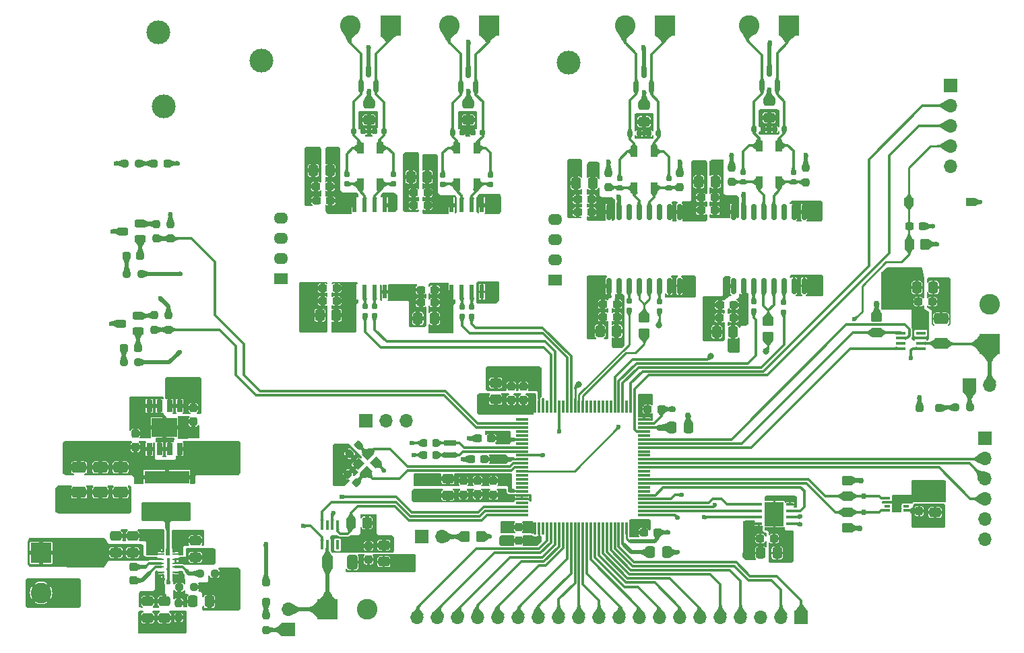
<source format=gbr>
%TF.GenerationSoftware,KiCad,Pcbnew,8.0.5*%
%TF.CreationDate,2025-03-07T14:51:54+05:30*%
%TF.ProjectId,Rapid_Core-RCP,52617069-645f-4436-9f72-652d5243502e,REV 1.0.0*%
%TF.SameCoordinates,PX811ac80PY7212260*%
%TF.FileFunction,Copper,L1,Top*%
%TF.FilePolarity,Positive*%
%FSLAX46Y46*%
G04 Gerber Fmt 4.6, Leading zero omitted, Abs format (unit mm)*
G04 Created by KiCad (PCBNEW 8.0.5) date 2025-03-07 14:51:54*
%MOMM*%
%LPD*%
G01*
G04 APERTURE LIST*
G04 Aperture macros list*
%AMRoundRect*
0 Rectangle with rounded corners*
0 $1 Rounding radius*
0 $2 $3 $4 $5 $6 $7 $8 $9 X,Y pos of 4 corners*
0 Add a 4 corners polygon primitive as box body*
4,1,4,$2,$3,$4,$5,$6,$7,$8,$9,$2,$3,0*
0 Add four circle primitives for the rounded corners*
1,1,$1+$1,$2,$3*
1,1,$1+$1,$4,$5*
1,1,$1+$1,$6,$7*
1,1,$1+$1,$8,$9*
0 Add four rect primitives between the rounded corners*
20,1,$1+$1,$2,$3,$4,$5,0*
20,1,$1+$1,$4,$5,$6,$7,0*
20,1,$1+$1,$6,$7,$8,$9,0*
20,1,$1+$1,$8,$9,$2,$3,0*%
%AMRotRect*
0 Rectangle, with rotation*
0 The origin of the aperture is its center*
0 $1 length*
0 $2 width*
0 $3 Rotation angle, in degrees counterclockwise*
0 Add horizontal line*
21,1,$1,$2,0,0,$3*%
G04 Aperture macros list end*
%TA.AperFunction,SMDPad,CuDef*%
%ADD10RoundRect,0.250000X0.450000X-0.350000X0.450000X0.350000X-0.450000X0.350000X-0.450000X-0.350000X0*%
%TD*%
%TA.AperFunction,SMDPad,CuDef*%
%ADD11RoundRect,0.250000X0.250000X-0.250000X0.250000X0.250000X-0.250000X0.250000X-0.250000X-0.250000X0*%
%TD*%
%TA.AperFunction,SMDPad,CuDef*%
%ADD12RoundRect,0.250000X0.475000X-0.337500X0.475000X0.337500X-0.475000X0.337500X-0.475000X-0.337500X0*%
%TD*%
%TA.AperFunction,SMDPad,CuDef*%
%ADD13RoundRect,0.237500X-0.237500X0.250000X-0.237500X-0.250000X0.237500X-0.250000X0.237500X0.250000X0*%
%TD*%
%TA.AperFunction,SMDPad,CuDef*%
%ADD14RoundRect,0.250000X0.337500X0.475000X-0.337500X0.475000X-0.337500X-0.475000X0.337500X-0.475000X0*%
%TD*%
%TA.AperFunction,SMDPad,CuDef*%
%ADD15RoundRect,0.250000X-0.412500X-0.650000X0.412500X-0.650000X0.412500X0.650000X-0.412500X0.650000X0*%
%TD*%
%TA.AperFunction,SMDPad,CuDef*%
%ADD16RoundRect,0.237500X0.250000X0.237500X-0.250000X0.237500X-0.250000X-0.237500X0.250000X-0.237500X0*%
%TD*%
%TA.AperFunction,SMDPad,CuDef*%
%ADD17RoundRect,0.237500X-0.300000X-0.237500X0.300000X-0.237500X0.300000X0.237500X-0.300000X0.237500X0*%
%TD*%
%TA.AperFunction,SMDPad,CuDef*%
%ADD18RoundRect,0.160000X0.160000X-0.197500X0.160000X0.197500X-0.160000X0.197500X-0.160000X-0.197500X0*%
%TD*%
%TA.AperFunction,SMDPad,CuDef*%
%ADD19RoundRect,0.160000X-0.197500X-0.160000X0.197500X-0.160000X0.197500X0.160000X-0.197500X0.160000X0*%
%TD*%
%TA.AperFunction,SMDPad,CuDef*%
%ADD20RoundRect,0.250000X-0.337500X-0.475000X0.337500X-0.475000X0.337500X0.475000X-0.337500X0.475000X0*%
%TD*%
%TA.AperFunction,SMDPad,CuDef*%
%ADD21R,0.800000X0.300000*%
%TD*%
%TA.AperFunction,SMDPad,CuDef*%
%ADD22R,1.200000X1.900000*%
%TD*%
%TA.AperFunction,SMDPad,CuDef*%
%ADD23RoundRect,0.225000X-0.335876X-0.017678X-0.017678X-0.335876X0.335876X0.017678X0.017678X0.335876X0*%
%TD*%
%TA.AperFunction,SMDPad,CuDef*%
%ADD24RoundRect,0.225000X0.017678X-0.335876X0.335876X-0.017678X-0.017678X0.335876X-0.335876X0.017678X0*%
%TD*%
%TA.AperFunction,SMDPad,CuDef*%
%ADD25RoundRect,0.250000X0.450000X0.250000X-0.450000X0.250000X-0.450000X-0.250000X0.450000X-0.250000X0*%
%TD*%
%TA.AperFunction,SMDPad,CuDef*%
%ADD26RoundRect,0.250000X-0.475000X0.337500X-0.475000X-0.337500X0.475000X-0.337500X0.475000X0.337500X0*%
%TD*%
%TA.AperFunction,ComponentPad*%
%ADD27R,2.600000X2.600000*%
%TD*%
%TA.AperFunction,ComponentPad*%
%ADD28C,2.600000*%
%TD*%
%TA.AperFunction,SMDPad,CuDef*%
%ADD29R,0.675000X0.250000*%
%TD*%
%TA.AperFunction,SMDPad,CuDef*%
%ADD30R,0.650000X0.250000*%
%TD*%
%TA.AperFunction,SMDPad,CuDef*%
%ADD31R,0.350000X0.650000*%
%TD*%
%TA.AperFunction,SMDPad,CuDef*%
%ADD32R,0.450000X1.450000*%
%TD*%
%TA.AperFunction,SMDPad,CuDef*%
%ADD33R,0.250000X0.425000*%
%TD*%
%TA.AperFunction,SMDPad,CuDef*%
%ADD34RoundRect,0.075000X-0.725000X-0.075000X0.725000X-0.075000X0.725000X0.075000X-0.725000X0.075000X0*%
%TD*%
%TA.AperFunction,SMDPad,CuDef*%
%ADD35RoundRect,0.075000X-0.075000X-0.725000X0.075000X-0.725000X0.075000X0.725000X-0.075000X0.725000X0*%
%TD*%
%TA.AperFunction,ComponentPad*%
%ADD36R,1.800000X1.400000*%
%TD*%
%TA.AperFunction,ComponentPad*%
%ADD37O,1.800000X1.400000*%
%TD*%
%TA.AperFunction,SMDPad,CuDef*%
%ADD38RoundRect,0.150000X0.150000X-0.587500X0.150000X0.587500X-0.150000X0.587500X-0.150000X-0.587500X0*%
%TD*%
%TA.AperFunction,SMDPad,CuDef*%
%ADD39RoundRect,0.237500X0.287500X0.237500X-0.287500X0.237500X-0.287500X-0.237500X0.287500X-0.237500X0*%
%TD*%
%TA.AperFunction,SMDPad,CuDef*%
%ADD40RoundRect,0.237500X0.300000X0.237500X-0.300000X0.237500X-0.300000X-0.237500X0.300000X-0.237500X0*%
%TD*%
%TA.AperFunction,SMDPad,CuDef*%
%ADD41R,0.889000X1.346200*%
%TD*%
%TA.AperFunction,ComponentPad*%
%ADD42C,3.000000*%
%TD*%
%TA.AperFunction,ComponentPad*%
%ADD43R,1.700000X1.700000*%
%TD*%
%TA.AperFunction,ComponentPad*%
%ADD44O,1.700000X1.700000*%
%TD*%
%TA.AperFunction,SMDPad,CuDef*%
%ADD45RoundRect,0.237500X0.237500X-0.300000X0.237500X0.300000X-0.237500X0.300000X-0.237500X-0.300000X0*%
%TD*%
%TA.AperFunction,SMDPad,CuDef*%
%ADD46R,0.600000X1.800000*%
%TD*%
%TA.AperFunction,SMDPad,CuDef*%
%ADD47RoundRect,0.237500X0.237500X-0.250000X0.237500X0.250000X-0.237500X0.250000X-0.237500X-0.250000X0*%
%TD*%
%TA.AperFunction,SMDPad,CuDef*%
%ADD48RoundRect,0.237500X-0.250000X-0.237500X0.250000X-0.237500X0.250000X0.237500X-0.250000X0.237500X0*%
%TD*%
%TA.AperFunction,SMDPad,CuDef*%
%ADD49RoundRect,0.150000X0.150000X-0.875000X0.150000X0.875000X-0.150000X0.875000X-0.150000X-0.875000X0*%
%TD*%
%TA.AperFunction,SMDPad,CuDef*%
%ADD50RoundRect,0.250000X0.250000X0.250000X-0.250000X0.250000X-0.250000X-0.250000X0.250000X-0.250000X0*%
%TD*%
%TA.AperFunction,SMDPad,CuDef*%
%ADD51RotRect,1.150000X1.000000X225.000000*%
%TD*%
%TA.AperFunction,SMDPad,CuDef*%
%ADD52RoundRect,0.250000X0.350000X0.450000X-0.350000X0.450000X-0.350000X-0.450000X0.350000X-0.450000X0*%
%TD*%
%TA.AperFunction,SMDPad,CuDef*%
%ADD53R,5.600000X1.650000*%
%TD*%
%TA.AperFunction,SMDPad,CuDef*%
%ADD54RoundRect,0.250000X-0.650000X0.412500X-0.650000X-0.412500X0.650000X-0.412500X0.650000X0.412500X0*%
%TD*%
%TA.AperFunction,SMDPad,CuDef*%
%ADD55RoundRect,0.250000X-0.350000X-0.450000X0.350000X-0.450000X0.350000X0.450000X-0.350000X0.450000X0*%
%TD*%
%TA.AperFunction,SMDPad,CuDef*%
%ADD56RoundRect,0.225000X-0.225000X-0.250000X0.225000X-0.250000X0.225000X0.250000X-0.225000X0.250000X0*%
%TD*%
%TA.AperFunction,SMDPad,CuDef*%
%ADD57RoundRect,0.237500X-0.237500X0.300000X-0.237500X-0.300000X0.237500X-0.300000X0.237500X0.300000X0*%
%TD*%
%TA.AperFunction,SMDPad,CuDef*%
%ADD58R,1.200000X0.450000*%
%TD*%
%TA.AperFunction,SMDPad,CuDef*%
%ADD59C,0.750000*%
%TD*%
%TA.AperFunction,SMDPad,CuDef*%
%ADD60RoundRect,0.250000X0.650000X-0.412500X0.650000X0.412500X-0.650000X0.412500X-0.650000X-0.412500X0*%
%TD*%
%TA.AperFunction,SMDPad,CuDef*%
%ADD61R,0.450000X1.200000*%
%TD*%
%TA.AperFunction,SMDPad,CuDef*%
%ADD62R,0.700000X1.525000*%
%TD*%
%TA.AperFunction,SMDPad,CuDef*%
%ADD63R,3.200000X2.400000*%
%TD*%
%TA.AperFunction,SMDPad,CuDef*%
%ADD64R,1.500000X0.800000*%
%TD*%
%TA.AperFunction,SMDPad,CuDef*%
%ADD65RoundRect,0.250000X-0.450000X0.350000X-0.450000X-0.350000X0.450000X-0.350000X0.450000X0.350000X0*%
%TD*%
%TA.AperFunction,SMDPad,CuDef*%
%ADD66R,1.250000X1.000000*%
%TD*%
%TA.AperFunction,SMDPad,CuDef*%
%ADD67R,0.850000X0.350000*%
%TD*%
%TA.AperFunction,SMDPad,CuDef*%
%ADD68R,2.400000X3.100000*%
%TD*%
%TA.AperFunction,ViaPad*%
%ADD69C,0.800000*%
%TD*%
%TA.AperFunction,ViaPad*%
%ADD70C,0.750000*%
%TD*%
%TA.AperFunction,ViaPad*%
%ADD71C,0.600000*%
%TD*%
%TA.AperFunction,Conductor*%
%ADD72C,0.250000*%
%TD*%
%TA.AperFunction,Conductor*%
%ADD73C,0.300000*%
%TD*%
%TA.AperFunction,Conductor*%
%ADD74C,0.500000*%
%TD*%
%TA.AperFunction,Conductor*%
%ADD75C,0.800000*%
%TD*%
G04 APERTURE END LIST*
D10*
%TO.P,R6,1*%
%TO.N,+3.3V*%
X106774000Y16149500D03*
%TO.P,R6,2*%
%TO.N,/Project_Architecture/Sensing - Hum_Temp/I2C_SCL_HUM*%
X106774000Y18149500D03*
%TD*%
D11*
%TO.P,D3,1,K*%
%TO.N,/Project_Architecture/Comm - LIN/LIN1_CMD*%
X33674000Y6862001D03*
%TO.P,D3,2,A*%
%TO.N,+5V*%
X33674000Y9361999D03*
%TD*%
D12*
%TO.P,C40,1*%
%TO.N,/Project_Architecture/Comm - Isolated_CAN/CAN_1_Cap*%
X46624000Y67474500D03*
%TO.P,C40,2*%
%TO.N,GND2*%
X46624000Y69549500D03*
%TD*%
D13*
%TO.P,R44,1*%
%TO.N,/Project_Architecture/Indication - USR/LED_2_G*%
X19624000Y42937000D03*
%TO.P,R44,2*%
%TO.N,/Project_Architecture/Indication - USR/USR_LED_2*%
X19624000Y41112000D03*
%TD*%
D14*
%TO.P,C37,1*%
%TO.N,+5VA*%
X41726500Y61112000D03*
%TO.P,C37,2*%
%TO.N,GND2*%
X39651500Y61112000D03*
%TD*%
%TO.P,C59,1*%
%TO.N,GND1*%
X92411500Y40812000D03*
%TO.P,C59,2*%
%TO.N,+3.3V*%
X90336500Y40812000D03*
%TD*%
D15*
%TO.P,C50,1*%
%TO.N,/Project_Architecture/Comm - LIN/LIN1*%
X41424000Y11862000D03*
%TO.P,C50,2*%
%TO.N,GND1*%
X44549000Y11862000D03*
%TD*%
D16*
%TO.P,R23,1*%
%TO.N,/Project_Architecture/Comm - LIN/LIN2_CMD_R*%
X122136500Y31309583D03*
%TO.P,R23,2*%
%TO.N,/Project_Architecture/Comm - LIN/LIN2_CMD*%
X120311500Y31309583D03*
%TD*%
D17*
%TO.P,C36,1*%
%TO.N,GND1*%
X40826499Y46312000D03*
%TO.P,C36,2*%
%TO.N,+3.3V*%
X42551501Y46312000D03*
%TD*%
D18*
%TO.P,R34,1*%
%TO.N,/Project_Architecture/Comm - Isolated_RS-485/RS-485_B-2*%
X78124000Y58912000D03*
%TO.P,R34,2*%
%TO.N,/Project_Architecture/Comm - Isolated_RS-485/RS_485_2_B*%
X78124000Y60107000D03*
%TD*%
D19*
%TO.P,R9,1*%
%TO.N,/Project_Architecture/Comm - Isolated_CAN/CAN_1_H*%
X44726500Y66012000D03*
%TO.P,R9,2*%
%TO.N,/Project_Architecture/Comm - Isolated_CAN/CAN_1_Cap*%
X45921500Y66012000D03*
%TD*%
D12*
%TO.P,C4,1*%
%TO.N,VBAT*%
X24818000Y12478501D03*
%TO.P,C4,2*%
%TO.N,GND1*%
X24818000Y14553501D03*
%TD*%
D20*
%TO.P,C30,1*%
%TO.N,/Project_Architecture/MCU/VCAP*%
X84686500Y28812000D03*
%TO.P,C30,2*%
%TO.N,GND1*%
X86761500Y28812000D03*
%TD*%
D19*
%TO.P,R18,1*%
%TO.N,/Project_Architecture/Comm - Isolated_CAN/CAN_2_Cap*%
X59726500Y65912000D03*
%TO.P,R18,2*%
%TO.N,/Project_Architecture/Comm - Isolated_CAN/CAN_2_L*%
X60921500Y65912000D03*
%TD*%
D21*
%TO.P,IC3,1,SDA*%
%TO.N,/Project_Architecture/Sensing - Hum_Temp/I2C_SDA_HUM*%
X111774000Y19899500D03*
%TO.P,IC3,2,ADDR*%
%TO.N,GND1*%
X111774000Y19399500D03*
%TO.P,IC3,3,ALERT*%
%TO.N,unconnected-(IC3-ALERT-Pad3)*%
X111774000Y18899500D03*
%TO.P,IC3,4,SCL*%
%TO.N,/Project_Architecture/Sensing - Hum_Temp/I2C_SCL_HUM*%
X111774000Y18399500D03*
%TO.P,IC3,5,VDD*%
%TO.N,+3.3V*%
X114174000Y18399500D03*
%TO.P,IC3,6,NRESET*%
%TO.N,unconnected-(IC3-NRESET-Pad6)*%
X114174000Y18899500D03*
%TO.P,IC3,7,R*%
%TO.N,GND1*%
X114174000Y19399500D03*
%TO.P,IC3,8,VSS*%
X114174000Y19899500D03*
D22*
%TO.P,IC3,9,EP*%
X112974000Y19149500D03*
%TD*%
D17*
%TO.P,C65,1*%
%TO.N,+3.3V*%
X76061500Y42712000D03*
%TO.P,C65,2*%
%TO.N,GND1*%
X77786500Y42712000D03*
%TD*%
D19*
%TO.P,R35,1*%
%TO.N,/Project_Architecture/Comm - Isolated_RS-485/RS_485_2_B*%
X79424000Y65812000D03*
%TO.P,R35,2*%
%TO.N,/Project_Architecture/Comm - Isolated_RS-485/RS-485_2_Cap*%
X80619000Y65812000D03*
%TD*%
D23*
%TO.P,C18,1*%
%TO.N,GND1*%
X43975992Y22910008D03*
%TO.P,C18,2*%
%TO.N,/Project_Architecture/MCU/HSE_OUT*%
X45072008Y21813992D03*
%TD*%
D19*
%TO.P,R38,1*%
%TO.N,/Project_Architecture/Comm - Isolated_RS-485/RS-485_2_Cap*%
X81824000Y65812000D03*
%TO.P,R38,2*%
%TO.N,/Project_Architecture/Comm - Isolated_RS-485/RS_485_2_A*%
X83019000Y65812000D03*
%TD*%
D17*
%TO.P,C57,1*%
%TO.N,+3.3V*%
X90761499Y44212000D03*
%TO.P,C57,2*%
%TO.N,GND1*%
X92486501Y44212000D03*
%TD*%
D24*
%TO.P,C13,1*%
%TO.N,GND1*%
X44177984Y25515984D03*
%TO.P,C13,2*%
%TO.N,/Project_Architecture/MCU/HSE_IN*%
X45274000Y26612000D03*
%TD*%
D19*
%TO.P,R15,1*%
%TO.N,/Project_Architecture/Comm - Isolated_CAN/CAN_2_H*%
X57126500Y65912000D03*
%TO.P,R15,2*%
%TO.N,/Project_Architecture/Comm - Isolated_CAN/CAN_2_Cap*%
X58321500Y65912000D03*
%TD*%
D25*
%TO.P,Q1,1,D*%
%TO.N,/Project_Architecture/Indication - USR/LED_2_D*%
X17624000Y40924500D03*
%TO.P,Q1,2,G*%
%TO.N,/Project_Architecture/Indication - USR/LED_2_G*%
X17624000Y42824500D03*
%TO.P,Q1,3,S*%
%TO.N,GND1*%
X15424001Y41874500D03*
%TD*%
D10*
%TO.P,R31,1*%
%TO.N,/Project_Architecture/Comm - Isolated_RS-485/RS-485_1_EN*%
X96800000Y40200000D03*
%TO.P,R31,2*%
%TO.N,/Project_Architecture/Comm - Isolated_RS-485/RS-485_1_EN_R-1*%
X96800000Y42200000D03*
%TD*%
D26*
%TO.P,C9,1*%
%TO.N,/Project_Architecture/Power - Generation/LM_VCC*%
X18824000Y6949500D03*
%TO.P,C9,2*%
%TO.N,GND1*%
X18824000Y4874500D03*
%TD*%
D17*
%TO.P,C39,1*%
%TO.N,GND2*%
X40026499Y57312000D03*
%TO.P,C39,2*%
%TO.N,+5VA*%
X41751501Y57312000D03*
%TD*%
D27*
%TO.P,J13,1,Pin_1*%
%TO.N,/Project_Architecture/Comm - Isolated_RS-485/RS_485_1_A*%
X99424000Y79362000D03*
D28*
%TO.P,J13,2,Pin_2*%
%TO.N,/Project_Architecture/Comm - Isolated_RS-485/RS_485_1_B*%
X94424000Y79362000D03*
%TD*%
D18*
%TO.P,R30,1*%
%TO.N,/Project_Architecture/Comm - Isolated_RS-485/RS-485_A-1*%
X99954000Y59664500D03*
%TO.P,R30,2*%
%TO.N,/Project_Architecture/Comm - Isolated_RS-485/RS_485_1_A*%
X99954000Y60859500D03*
%TD*%
D29*
%TO.P,IC1,1,PGND_1*%
%TO.N,GND1*%
X20541000Y12880001D03*
D30*
%TO.P,IC1,2,VIN_1*%
%TO.N,VBAT*%
X20528000Y12230001D03*
%TO.P,IC1,3,SW_1*%
%TO.N,/Project_Architecture/Power - Generation/LM_SW*%
X20528000Y11730001D03*
%TO.P,IC1,4,BOOT*%
%TO.N,/Project_Architecture/Power - Generation/LM_BOOT*%
X20528000Y11230001D03*
D29*
%TO.P,IC1,5,VCC_1*%
%TO.N,/Project_Architecture/Power - Generation/LM_VCC*%
X20541000Y10580001D03*
D31*
%TO.P,IC1,6,AGND*%
%TO.N,GND1*%
X21403000Y10355001D03*
D29*
%TO.P,IC1,7,FB_1*%
%TO.N,/Project_Architecture/Power - Generation/LM_FB*%
X22265000Y10580001D03*
D30*
%TO.P,IC1,8,PG*%
%TO.N,/Project_Architecture/Power - Generation/LM_PG*%
X22278000Y11230001D03*
%TO.P,IC1,9,EN*%
%TO.N,VBAT*%
X22278000Y11730001D03*
%TO.P,IC1,10,VIN_2*%
X22278000Y12230001D03*
D29*
%TO.P,IC1,11,PGND_2*%
%TO.N,GND1*%
X22265000Y12880001D03*
D31*
%TO.P,IC1,12,SW_2*%
%TO.N,/Project_Architecture/Power - Generation/LM_SW*%
X21403000Y13105001D03*
D32*
%TO.P,IC1,13,DAP*%
%TO.N,GND1*%
X21403000Y11730001D03*
D33*
%TO.P,IC1,14,PGND_3*%
X20753000Y13217001D03*
%TO.P,IC1,15,VCC_2*%
%TO.N,/Project_Architecture/Power - Generation/LM_VCC*%
X20753000Y10243001D03*
%TO.P,IC1,16,FB_2*%
%TO.N,/Project_Architecture/Power - Generation/LM_FB*%
X22053000Y10243001D03*
%TO.P,IC1,17,PGND_4*%
%TO.N,GND1*%
X22053000Y13217001D03*
%TD*%
D18*
%TO.P,R36,1*%
%TO.N,/Project_Architecture/Comm - Isolated_RS-485/RS-485_2_TX*%
X83124000Y43414500D03*
%TO.P,R36,2*%
%TO.N,/Project_Architecture/Comm - Isolated_RS-485/RS-485_2_TX_R-2*%
X83124000Y44609500D03*
%TD*%
D34*
%TO.P,U3,1,PE2*%
%TO.N,unconnected-(U3-PE2-Pad1)*%
X65849000Y29787000D03*
%TO.P,U3,2,PE3*%
%TO.N,/Project_Architecture/Indication - USR/USR_LED_1*%
X65849000Y29287000D03*
%TO.P,U3,3,PE4*%
%TO.N,/Project_Architecture/Indication - USR/USR_LED_2*%
X65849000Y28787000D03*
%TO.P,U3,4,PE5*%
%TO.N,unconnected-(U3-PE5-Pad4)*%
X65849000Y28287000D03*
%TO.P,U3,5,PE6*%
%TO.N,unconnected-(U3-PE6-Pad5)*%
X65849000Y27787000D03*
%TO.P,U3,6,VBAT*%
%TO.N,+3.3V*%
X65849000Y27287000D03*
%TO.P,U3,7,PC13*%
%TO.N,unconnected-(U3-PC13-Pad7)*%
X65849000Y26787000D03*
%TO.P,U3,8,PC14*%
%TO.N,/Project_Architecture/MCU/RCC_OSC_32_IN*%
X65849000Y26287000D03*
%TO.P,U3,9,PC15*%
%TO.N,/Project_Architecture/MCU/RCC_OSC_32_OUT*%
X65849000Y25787000D03*
%TO.P,U3,10,VSS*%
%TO.N,GND1*%
X65849000Y25287000D03*
%TO.P,U3,11,VDD*%
%TO.N,+3.3V*%
X65849000Y24787000D03*
%TO.P,U3,12,PH0*%
%TO.N,/Project_Architecture/MCU/HSE_IN*%
X65849000Y24287000D03*
%TO.P,U3,13,PH1*%
%TO.N,/Project_Architecture/MCU/HSE_OUT*%
X65849000Y23787000D03*
%TO.P,U3,14,NRST*%
%TO.N,/Project_Architecture/GPIO/NRST*%
X65849000Y23287000D03*
%TO.P,U3,15,PC0*%
%TO.N,unconnected-(U3-PC0-Pad15)*%
X65849000Y22787000D03*
%TO.P,U3,16,PC1*%
%TO.N,unconnected-(U3-PC1-Pad16)*%
X65849000Y22287000D03*
%TO.P,U3,17,PC2_C*%
%TO.N,unconnected-(U3-PC2_C-Pad17)*%
X65849000Y21787000D03*
%TO.P,U3,18,PC3_C*%
%TO.N,unconnected-(U3-PC3_C-Pad18)*%
X65849000Y21287000D03*
%TO.P,U3,19,VSSA*%
%TO.N,GND1*%
X65849000Y20787000D03*
%TO.P,U3,20,VREF+*%
%TO.N,+3.3V*%
X65849000Y20287000D03*
%TO.P,U3,21,VDDA*%
X65849000Y19787000D03*
%TO.P,U3,22,PA0*%
%TO.N,unconnected-(U3-PA0-Pad22)*%
X65849000Y19287000D03*
%TO.P,U3,23,PA1*%
%TO.N,/Project_Architecture/Comm - LIN/LIN1_EN*%
X65849000Y18787000D03*
%TO.P,U3,24,PA2*%
%TO.N,/Project_Architecture/Comm - LIN/LIN1_TX*%
X65849000Y18287000D03*
%TO.P,U3,25,PA3*%
%TO.N,/Project_Architecture/Comm - LIN/LIN1_RX*%
X65849000Y17787000D03*
D35*
%TO.P,U3,26,VSS*%
%TO.N,GND1*%
X67524000Y16112000D03*
%TO.P,U3,27,VDD*%
%TO.N,+3.3V*%
X68024000Y16112000D03*
%TO.P,U3,28,PA4*%
%TO.N,unconnected-(U3-PA4-Pad28)*%
X68524000Y16112000D03*
%TO.P,U3,29,PA5*%
%TO.N,/Project_Architecture/GPIO/SPI1_SCK*%
X69024000Y16112000D03*
%TO.P,U3,30,PA6*%
%TO.N,/Project_Architecture/GPIO/SPI1_MISO*%
X69524000Y16112000D03*
%TO.P,U3,31,PA7*%
%TO.N,/Project_Architecture/GPIO/SPI1_MOSI*%
X70024000Y16112000D03*
%TO.P,U3,32,PC4*%
%TO.N,/Project_Architecture/GPIO/ADC_INP4*%
X70524000Y16112000D03*
%TO.P,U3,33,PC5*%
%TO.N,/Project_Architecture/GPIO/ADC_INP8*%
X71024000Y16112000D03*
%TO.P,U3,34,PB0*%
%TO.N,/Project_Architecture/GPIO/ADC_INP9*%
X71524000Y16112000D03*
%TO.P,U3,35,PB1*%
%TO.N,/Project_Architecture/GPIO/ADC_INP5*%
X72024000Y16112000D03*
%TO.P,U3,36,PB2*%
%TO.N,/Project_Architecture/GPIO/GPIO_1*%
X72524000Y16112000D03*
%TO.P,U3,37,PE7*%
%TO.N,/Project_Architecture/GPIO/GPIO_2*%
X73024000Y16112000D03*
%TO.P,U3,38,PE8*%
%TO.N,/Project_Architecture/GPIO/GPIO_3*%
X73524000Y16112000D03*
%TO.P,U3,39,PE9*%
%TO.N,/Project_Architecture/GPIO/GPIO_4*%
X74024000Y16112000D03*
%TO.P,U3,40,PE10*%
%TO.N,/Project_Architecture/GPIO/GPIO_5*%
X74524000Y16112000D03*
%TO.P,U3,41,PE11*%
%TO.N,/Project_Architecture/GPIO/GPIO_6*%
X75024000Y16112000D03*
%TO.P,U3,42,PE12*%
%TO.N,/Project_Architecture/GPIO/GPIO_7*%
X75524000Y16112000D03*
%TO.P,U3,43,PE13*%
%TO.N,/Project_Architecture/GPIO/GPIO_8*%
X76024000Y16112000D03*
%TO.P,U3,44,PE14*%
%TO.N,/Project_Architecture/GPIO/GPIO_9*%
X76524000Y16112000D03*
%TO.P,U3,45,PE15*%
%TO.N,/Project_Architecture/GPIO/GPIO_10*%
X77024000Y16112000D03*
%TO.P,U3,46,PB10*%
%TO.N,/Project_Architecture/GPIO/I2C_SCL_1*%
X77524000Y16112000D03*
%TO.P,U3,47,PB11*%
%TO.N,/Project_Architecture/GPIO/I2C_SDA_1*%
X78024000Y16112000D03*
%TO.P,U3,48,VCAP*%
%TO.N,/Project_Architecture/MCU/VCAP*%
X78524000Y16112000D03*
%TO.P,U3,49,VSS*%
%TO.N,GND1*%
X79024000Y16112000D03*
%TO.P,U3,50,VDD*%
%TO.N,+3.3V*%
X79524000Y16112000D03*
D34*
%TO.P,U3,51,PB12*%
%TO.N,/Project_Architecture/MCU/SPI_NSS{slash}CS_FLASH*%
X81199000Y17787000D03*
%TO.P,U3,52,PB13*%
%TO.N,/Project_Architecture/MCU/SPI_SCK_FLASH*%
X81199000Y18287000D03*
%TO.P,U3,53,PB14*%
%TO.N,/Project_Architecture/MCU/SPI_MISO_FLASH*%
X81199000Y18787000D03*
%TO.P,U3,54,PB15*%
%TO.N,/Project_Architecture/MCU/SPI_MOSI_FLASH*%
X81199000Y19287000D03*
%TO.P,U3,55,PD8*%
%TO.N,/Project_Architecture/MCU/SPI_HOLD_FLASH*%
X81199000Y19787000D03*
%TO.P,U3,56,PD9*%
%TO.N,/Project_Architecture/MCU/SPI_WP_FLASH*%
X81199000Y20287000D03*
%TO.P,U3,57,PD10*%
%TO.N,unconnected-(U3-PD10-Pad57)*%
X81199000Y20787000D03*
%TO.P,U3,58,PD11*%
%TO.N,unconnected-(U3-PD11-Pad58)*%
X81199000Y21287000D03*
%TO.P,U3,59,PD12*%
%TO.N,/Project_Architecture/Sensing - Hum_Temp/I2C_SCL_HUM*%
X81199000Y21787000D03*
%TO.P,U3,60,PD13*%
%TO.N,/Project_Architecture/Sensing - Hum_Temp/I2C_SDA_HUM*%
X81199000Y22287000D03*
%TO.P,U3,61,PD14*%
%TO.N,unconnected-(U3-PD14-Pad61)*%
X81199000Y22787000D03*
%TO.P,U3,62,PD15*%
%TO.N,unconnected-(U3-PD15-Pad62)*%
X81199000Y23287000D03*
%TO.P,U3,63,PC6*%
%TO.N,/Project_Architecture/GPIO/USART_TX*%
X81199000Y23787000D03*
%TO.P,U3,64,PC7*%
%TO.N,/Project_Architecture/GPIO/USART_RX*%
X81199000Y24287000D03*
%TO.P,U3,65,PC8*%
%TO.N,/Project_Architecture/GPIO/USART_CLK*%
X81199000Y24787000D03*
%TO.P,U3,66,PC9*%
%TO.N,unconnected-(U3-PC9-Pad66)*%
X81199000Y25287000D03*
%TO.P,U3,67,PA8*%
%TO.N,unconnected-(U3-PA8-Pad67)*%
X81199000Y25787000D03*
%TO.P,U3,68,PA9*%
%TO.N,/Project_Architecture/Comm - LIN/LIN2_TX*%
X81199000Y26287000D03*
%TO.P,U3,69,PA10*%
%TO.N,/Project_Architecture/Comm - LIN/LIN2_RX*%
X81199000Y26787000D03*
%TO.P,U3,70,PA11*%
%TO.N,/Project_Architecture/Comm - LIN/LIN2_EN*%
X81199000Y27287000D03*
%TO.P,U3,71,PA12*%
%TO.N,unconnected-(U3-PA12-Pad71)*%
X81199000Y27787000D03*
%TO.P,U3,72,PA13*%
%TO.N,/Project_Architecture/GPIO/SWDIO*%
X81199000Y28287000D03*
%TO.P,U3,73,VCAP*%
%TO.N,/Project_Architecture/MCU/VCAP*%
X81199000Y28787000D03*
%TO.P,U3,74,VSS*%
%TO.N,GND1*%
X81199000Y29287000D03*
%TO.P,U3,75,VDD*%
%TO.N,+3.3V*%
X81199000Y29787000D03*
D35*
%TO.P,U3,76,PA14*%
%TO.N,/Project_Architecture/GPIO/SW_CLK*%
X79524000Y31462000D03*
%TO.P,U3,77,PA15*%
%TO.N,unconnected-(U3-PA15-Pad77)*%
X79024000Y31462000D03*
%TO.P,U3,78,PC10*%
%TO.N,/Project_Architecture/Comm - Isolated_RS-485/RS-485_1_TX*%
X78524000Y31462000D03*
%TO.P,U3,79,PC11*%
%TO.N,/Project_Architecture/Comm - Isolated_RS-485/RS-485_1_RX*%
X78024000Y31462000D03*
%TO.P,U3,80,PC12*%
%TO.N,/Project_Architecture/Comm - Isolated_RS-485/RS-485_1_EN*%
X77524000Y31462000D03*
%TO.P,U3,81,PD0*%
%TO.N,unconnected-(U3-PD0-Pad81)*%
X77024000Y31462000D03*
%TO.P,U3,82,PD1*%
%TO.N,unconnected-(U3-PD1-Pad82)*%
X76524000Y31462000D03*
%TO.P,U3,83,PD2*%
%TO.N,unconnected-(U3-PD2-Pad83)*%
X76024000Y31462000D03*
%TO.P,U3,84,PD3*%
%TO.N,unconnected-(U3-PD3-Pad84)*%
X75524000Y31462000D03*
%TO.P,U3,85,PD4*%
%TO.N,unconnected-(U3-PD4-Pad85)*%
X75024000Y31462000D03*
%TO.P,U3,86,PD5*%
%TO.N,unconnected-(U3-PD5-Pad86)*%
X74524000Y31462000D03*
%TO.P,U3,87,PD6*%
%TO.N,unconnected-(U3-PD6-Pad87)*%
X74024000Y31462000D03*
%TO.P,U3,88,PD7*%
%TO.N,/Project_Architecture/Comm - Isolated_RS-485/RS-485_2_EN*%
X73524000Y31462000D03*
%TO.P,U3,89,PB3*%
%TO.N,/Project_Architecture/Comm - Isolated_RS-485/RS-485_2_RX*%
X73024000Y31462000D03*
%TO.P,U3,90,PB4*%
%TO.N,/Project_Architecture/Comm - Isolated_RS-485/RS-485_2_TX*%
X72524000Y31462000D03*
%TO.P,U3,91,PB5*%
%TO.N,/Project_Architecture/Comm - Isolated_CAN/CAN2_RX*%
X72024000Y31462000D03*
%TO.P,U3,92,PB6*%
%TO.N,/Project_Architecture/Comm - Isolated_CAN/CAN2_TX*%
X71524000Y31462000D03*
%TO.P,U3,93,PB7*%
%TO.N,unconnected-(U3-PB7-Pad93)*%
X71024000Y31462000D03*
%TO.P,U3,94,BOOT0*%
%TO.N,/Project_Architecture/MCU/BOOT0*%
X70524000Y31462000D03*
%TO.P,U3,95,PB8*%
%TO.N,/Project_Architecture/Comm - Isolated_CAN/CAN1_RX*%
X70024000Y31462000D03*
%TO.P,U3,96,PB9*%
%TO.N,/Project_Architecture/Comm - Isolated_CAN/CAN1_TX*%
X69524000Y31462000D03*
%TO.P,U3,97,PE0*%
%TO.N,unconnected-(U3-PE0-Pad97)*%
X69024000Y31462000D03*
%TO.P,U3,98,PE1*%
%TO.N,unconnected-(U3-PE1-Pad98)*%
X68524000Y31462000D03*
%TO.P,U3,99,VSS*%
%TO.N,GND1*%
X68024000Y31462000D03*
%TO.P,U3,100,VDD*%
%TO.N,+3.3V*%
X67524000Y31462000D03*
%TD*%
D13*
%TO.P,R45,1*%
%TO.N,/Project_Architecture/Indication - USR/LED_1_G*%
X19924000Y54374500D03*
%TO.P,R45,2*%
%TO.N,/Project_Architecture/Indication - USR/USR_LED_1*%
X19924000Y52549500D03*
%TD*%
D36*
%TO.P,U2,1,-VIN*%
%TO.N,GND1*%
X35591500Y47549500D03*
D37*
%TO.P,U2,2,+VIN*%
%TO.N,+5V*%
X35591500Y50089500D03*
%TO.P,U2,3,-VOUT*%
%TO.N,GND2*%
X35591500Y52629499D03*
%TO.P,U2,4,+VOUT*%
%TO.N,+5VA*%
X35591500Y55169500D03*
%TD*%
D38*
%TO.P,D6,1,A1*%
%TO.N,/Project_Architecture/Comm - Isolated_RS-485/RS_485_2_B*%
X80224000Y71612000D03*
%TO.P,D6,2,A2*%
%TO.N,/Project_Architecture/Comm - Isolated_RS-485/RS_485_2_A*%
X82124000Y71612000D03*
%TO.P,D6,3,common*%
%TO.N,GND2*%
X81174000Y73487001D03*
%TD*%
D19*
%TO.P,R26,1*%
%TO.N,/Project_Architecture/Comm - Isolated_RS-485/RS_485_1_B*%
X95026500Y66312000D03*
%TO.P,R26,2*%
%TO.N,/Project_Architecture/Comm - Isolated_RS-485/RS-485_1_Cap*%
X96221500Y66312000D03*
%TD*%
D18*
%TO.P,R25,1*%
%TO.N,/Project_Architecture/Comm - Isolated_RS-485/RS-485_B-1*%
X93664000Y59684500D03*
%TO.P,R25,2*%
%TO.N,/Project_Architecture/Comm - Isolated_RS-485/RS_485_1_B*%
X93664000Y60879500D03*
%TD*%
D12*
%TO.P,C22,1*%
%TO.N,+3.3V*%
X62540000Y32324500D03*
%TO.P,C22,2*%
%TO.N,GND1*%
X62540000Y34399500D03*
%TD*%
D17*
%TO.P,C27,1*%
%TO.N,+3.3V*%
X81161500Y15612000D03*
%TO.P,C27,2*%
%TO.N,GND1*%
X82886500Y15612000D03*
%TD*%
D26*
%TO.P,C48,1*%
%TO.N,+5V*%
X48486500Y13999500D03*
%TO.P,C48,2*%
%TO.N,GND1*%
X48486500Y11924500D03*
%TD*%
D18*
%TO.P,R19,1*%
%TO.N,/Project_Architecture/Comm - Isolated_CAN/CAN_L-2*%
X61924000Y59376999D03*
%TO.P,R19,2*%
%TO.N,/Project_Architecture/Comm - Isolated_CAN/CAN_2_L*%
X61924000Y60571999D03*
%TD*%
D39*
%TO.P,D8,1,K*%
%TO.N,/Project_Architecture/Indication - USR/LED_1_D*%
X17898999Y50412000D03*
%TO.P,D8,2,A*%
%TO.N,/Project_Architecture/Indication - USR/LED_1_R*%
X16149001Y50412000D03*
%TD*%
D40*
%TO.P,C62,1*%
%TO.N,+5VA*%
X74586501Y57512000D03*
%TO.P,C62,2*%
%TO.N,GND2*%
X72861499Y57512000D03*
%TD*%
D41*
%TO.P,L4,1,1*%
%TO.N,/Project_Architecture/Comm - Isolated_RS-485/RS-485_B-1*%
X95654000Y59672000D03*
%TO.P,L4,2,2*%
%TO.N,/Project_Architecture/Comm - Isolated_RS-485/RS-485_A-1*%
X98154000Y59672000D03*
%TO.P,L4,3,3*%
%TO.N,/Project_Architecture/Comm - Isolated_RS-485/RS_485_1_A*%
X98154000Y64221998D03*
%TO.P,L4,4,4*%
%TO.N,/Project_Architecture/Comm - Isolated_RS-485/RS_485_1_B*%
X95654000Y64221998D03*
%TD*%
D42*
%TO.P,TP4,1,TP*%
%TO.N,GND2*%
X71724000Y74712000D03*
%TD*%
D43*
%TO.P,J7,1,Pin_1*%
%TO.N,/Project_Architecture/Comm - LIN/LIN1_CMD_R*%
X36524000Y3387000D03*
D44*
%TO.P,J7,2,Pin_2*%
%TO.N,/Project_Architecture/Comm - LIN/LIN1*%
X36524000Y5927000D03*
%TD*%
D45*
%TO.P,C11,1*%
%TO.N,+5V*%
X17274000Y26336998D03*
%TO.P,C11,2*%
%TO.N,GND1*%
X17274000Y28062000D03*
%TD*%
D17*
%TO.P,C43,1*%
%TO.N,GND2*%
X52261499Y56712000D03*
%TO.P,C43,2*%
%TO.N,+5VA*%
X53986501Y56712000D03*
%TD*%
D43*
%TO.P,J2,1,Pin_1*%
%TO.N,GND1*%
X46234000Y29612000D03*
D44*
%TO.P,J2,2,Pin_2*%
%TO.N,/Project_Architecture/MCU/HSE_SEL*%
X48774000Y29612000D03*
%TO.P,J2,3,Pin_3*%
%TO.N,+3.3V*%
X51313999Y29612000D03*
%TD*%
D18*
%TO.P,R14,1*%
%TO.N,/Project_Architecture/Comm - Isolated_CAN/CAN_H-2*%
X55924000Y59376999D03*
%TO.P,R14,2*%
%TO.N,/Project_Architecture/Comm - Isolated_CAN/CAN_2_H*%
X55924000Y60571999D03*
%TD*%
D40*
%TO.P,C35,1*%
%TO.N,+3.3V*%
X42551501Y44712000D03*
%TO.P,C35,2*%
%TO.N,GND1*%
X40826499Y44712000D03*
%TD*%
D25*
%TO.P,Q2,1,D*%
%TO.N,/Project_Architecture/Indication - USR/LED_1_D*%
X17874000Y52512000D03*
%TO.P,Q2,2,G*%
%TO.N,/Project_Architecture/Indication - USR/LED_1_G*%
X17874000Y54412000D03*
%TO.P,Q2,3,S*%
%TO.N,GND1*%
X15674001Y53462000D03*
%TD*%
D27*
%TO.P,J10,1,Pin_1*%
%TO.N,/Project_Architecture/Comm - LIN/LIN2*%
X124624000Y39312000D03*
D28*
%TO.P,J10,2,Pin_2*%
%TO.N,GND1*%
X124624000Y44312000D03*
%TD*%
D46*
%TO.P,U4,1,vcc1*%
%TO.N,+3.3V*%
X44819001Y45862000D03*
%TO.P,U4,2,TXD*%
%TO.N,/Project_Architecture/Comm - Isolated_CAN/CAN1_TX_R-1*%
X46089000Y45862000D03*
%TO.P,U4,3,RXD*%
%TO.N,/Project_Architecture/Comm - Isolated_CAN/CAN1_RX_R-1*%
X47359000Y45862000D03*
%TO.P,U4,4,GND1*%
%TO.N,GND1*%
X48628999Y45862000D03*
%TO.P,U4,5,GND2*%
%TO.N,GND2*%
X48628999Y56762000D03*
%TO.P,U4,6,CAN_L*%
%TO.N,/Project_Architecture/Comm - Isolated_CAN/CAN_L-1*%
X47359000Y56762000D03*
%TO.P,U4,7,CAN_H*%
%TO.N,/Project_Architecture/Comm - Isolated_CAN/CAN_H-1*%
X46089000Y56762000D03*
%TO.P,U4,8,vcc2*%
%TO.N,+5VA*%
X44819001Y56762000D03*
%TD*%
D40*
%TO.P,C14,1*%
%TO.N,+3.3V*%
X61986501Y27412000D03*
%TO.P,C14,2*%
%TO.N,GND1*%
X60261499Y27412000D03*
%TD*%
D18*
%TO.P,R11,1*%
%TO.N,/Project_Architecture/Comm - Isolated_CAN/CAN1_RX*%
X47324000Y42814500D03*
%TO.P,R11,2*%
%TO.N,/Project_Architecture/Comm - Isolated_CAN/CAN1_RX_R-1*%
X47324000Y44009500D03*
%TD*%
D40*
%TO.P,C42,1*%
%TO.N,+5VA*%
X53986501Y58312000D03*
%TO.P,C42,2*%
%TO.N,GND2*%
X52261499Y58312000D03*
%TD*%
D47*
%TO.P,R46,1*%
%TO.N,/Project_Architecture/Indication - USR/USR_LED_1*%
X21674000Y52549500D03*
%TO.P,R46,2*%
%TO.N,GND1*%
X21674000Y54374500D03*
%TD*%
D41*
%TO.P,L2,1,1*%
%TO.N,/Project_Architecture/Comm - Isolated_CAN/CAN_H-1*%
X45524000Y59412000D03*
%TO.P,L2,2,2*%
%TO.N,/Project_Architecture/Comm - Isolated_CAN/CAN_L-1*%
X48024000Y59412000D03*
%TO.P,L2,3,3*%
%TO.N,/Project_Architecture/Comm - Isolated_CAN/CAN_1_L*%
X48024000Y63961998D03*
%TO.P,L2,4,4*%
%TO.N,/Project_Architecture/Comm - Isolated_CAN/CAN_1_H*%
X45524000Y63961998D03*
%TD*%
D45*
%TO.P,C24,1*%
%TO.N,+3.3V*%
X64524000Y32249499D03*
%TO.P,C24,2*%
%TO.N,GND1*%
X64524000Y33974501D03*
%TD*%
D41*
%TO.P,L5,1,1*%
%TO.N,/Project_Architecture/Comm - Isolated_RS-485/RS-485_B-2*%
X79958000Y58959535D03*
%TO.P,L5,2,2*%
%TO.N,/Project_Architecture/Comm - Isolated_RS-485/RS-485_A-2*%
X82458000Y58959535D03*
%TO.P,L5,3,3*%
%TO.N,/Project_Architecture/Comm - Isolated_RS-485/RS_485_2_A*%
X82458000Y63509533D03*
%TO.P,L5,4,4*%
%TO.N,/Project_Architecture/Comm - Isolated_RS-485/RS_485_2_B*%
X79958000Y63509533D03*
%TD*%
D10*
%TO.P,R39,1*%
%TO.N,/Project_Architecture/Comm - Isolated_RS-485/RS-485_2_EN*%
X81224000Y40612000D03*
%TO.P,R39,2*%
%TO.N,/Project_Architecture/Comm - Isolated_RS-485/RS-485_2_EN_R-2*%
X81224000Y42612000D03*
%TD*%
D17*
%TO.P,C52,1*%
%TO.N,+5V*%
X115699000Y44612000D03*
%TO.P,C52,2*%
%TO.N,GND1*%
X117424000Y44612000D03*
%TD*%
D48*
%TO.P,R1,1*%
%TO.N,/Project_Architecture/Power - Generation/LM_FB*%
X22811500Y8712000D03*
%TO.P,R1,2*%
%TO.N,+5V*%
X24636500Y8712000D03*
%TD*%
D43*
%TO.P,J6,1,Pin_1*%
%TO.N,+3.3V*%
X119724000Y71832000D03*
D44*
%TO.P,J6,2,Pin_2*%
%TO.N,/Project_Architecture/GPIO/SW_CLK*%
X119724000Y69292000D03*
%TO.P,J6,3,Pin_3*%
%TO.N,/Project_Architecture/GPIO/SWDIO*%
X119724000Y66752001D03*
%TO.P,J6,4,Pin_4*%
%TO.N,/Project_Architecture/GPIO/NRST*%
X119724000Y64212000D03*
%TO.P,J6,5,Pin_5*%
%TO.N,GND1*%
X119724000Y61672000D03*
%TD*%
D36*
%TO.P,U1,1,-VIN*%
%TO.N,GND1*%
X69991500Y47349500D03*
D37*
%TO.P,U1,2,+VIN*%
%TO.N,+5V*%
X69991500Y49889500D03*
%TO.P,U1,3,-VOUT*%
%TO.N,GND2*%
X69991500Y52429499D03*
%TO.P,U1,4,+VOUT*%
%TO.N,+5VA*%
X69991500Y54969500D03*
%TD*%
D40*
%TO.P,C45,1*%
%TO.N,+3.3V*%
X54886501Y44512000D03*
%TO.P,C45,2*%
%TO.N,GND1*%
X53161499Y44512000D03*
%TD*%
D49*
%TO.P,U7,1,Vcc1*%
%TO.N,+3.3V*%
X76763000Y46612000D03*
%TO.P,U7,2,GND1*%
%TO.N,GND1*%
X78033000Y46611999D03*
%TO.P,U7,3,R*%
%TO.N,/Project_Architecture/Comm - Isolated_RS-485/RS-485_2_RX_R-2*%
X79303000Y46612000D03*
%TO.P,U7,4,~{RE}*%
%TO.N,/Project_Architecture/Comm - Isolated_RS-485/RS-485_2_EN_R-2*%
X80573000Y46612000D03*
%TO.P,U7,5,DE*%
X81843000Y46612000D03*
%TO.P,U7,6,D*%
%TO.N,/Project_Architecture/Comm - Isolated_RS-485/RS-485_2_TX_R-2*%
X83113000Y46612000D03*
%TO.P,U7,7,GND1*%
%TO.N,GND1*%
X84383000Y46611999D03*
%TO.P,U7,8,GND1*%
X85653000Y46612000D03*
%TO.P,U7,9,GND2*%
%TO.N,GND2*%
X85653000Y55912000D03*
%TO.P,U7,10,GND2*%
X84383000Y55912001D03*
%TO.P,U7,11,NC*%
%TO.N,unconnected-(U7-NC-Pad11)*%
X83113000Y55912000D03*
%TO.P,U7,12,A*%
%TO.N,/Project_Architecture/Comm - Isolated_RS-485/RS-485_A-2*%
X81843000Y55912000D03*
%TO.P,U7,13,B*%
%TO.N,/Project_Architecture/Comm - Isolated_RS-485/RS-485_B-2*%
X80573000Y55912000D03*
%TO.P,U7,14,NC*%
%TO.N,unconnected-(U7-NC-Pad14)*%
X79303000Y55912000D03*
%TO.P,U7,15,GND2*%
%TO.N,GND2*%
X78033000Y55912001D03*
%TO.P,U7,16,Vcc2*%
%TO.N,+5VA*%
X76763000Y55912000D03*
%TD*%
D14*
%TO.P,C66,1*%
%TO.N,GND1*%
X77761500Y40912000D03*
%TO.P,C66,2*%
%TO.N,+3.3V*%
X75686500Y40912000D03*
%TD*%
D26*
%TO.P,C10,1*%
%TO.N,/Project_Architecture/Power - Generation/LM_VCC*%
X20924000Y6949500D03*
%TO.P,C10,2*%
%TO.N,GND1*%
X20924000Y4874500D03*
%TD*%
D27*
%TO.P,J1,1,Pin_1*%
%TO.N,VBAT*%
X5424000Y13012000D03*
D28*
%TO.P,J1,2,Pin_2*%
%TO.N,GND1*%
X5424000Y8012000D03*
%TD*%
D50*
%TO.P,D4,1,K*%
%TO.N,/Project_Architecture/Comm - LIN/LIN2_CMD*%
X118323998Y31212000D03*
%TO.P,D4,2,A*%
%TO.N,+5V*%
X115824000Y31212000D03*
%TD*%
D40*
%TO.P,C25,1*%
%TO.N,+3.3V*%
X61167751Y24812000D03*
%TO.P,C25,2*%
%TO.N,GND1*%
X59442749Y24812000D03*
%TD*%
%TO.P,C54,1*%
%TO.N,+5VA*%
X90086501Y56112000D03*
%TO.P,C54,2*%
%TO.N,GND2*%
X88361499Y56112000D03*
%TD*%
D48*
%TO.P,R48,1*%
%TO.N,+3.3V*%
X15911500Y62012000D03*
%TO.P,R48,2*%
%TO.N,/Project_Architecture/Indication - USR/PWR_LED*%
X17736500Y62012000D03*
%TD*%
D18*
%TO.P,R17,1*%
%TO.N,/Project_Architecture/Comm - Isolated_CAN/CAN2_RX*%
X59524000Y42776999D03*
%TO.P,R17,2*%
%TO.N,/Project_Architecture/Comm - Isolated_CAN/CAN2_RX_R-2*%
X59524000Y43971999D03*
%TD*%
D43*
%TO.P,J5,1,Pin_1*%
%TO.N,/Project_Architecture/GPIO/I2C_SDA_1*%
X100964000Y4912000D03*
D44*
%TO.P,J5,2,Pin_2*%
%TO.N,/Project_Architecture/GPIO/I2C_SCL_1*%
X98424000Y4912000D03*
%TO.P,J5,3,Pin_3*%
%TO.N,GND1*%
X95884000Y4912000D03*
%TO.P,J5,4,Pin_4*%
%TO.N,/Project_Architecture/GPIO/GPIO_10*%
X93344000Y4912000D03*
%TO.P,J5,5,Pin_5*%
%TO.N,/Project_Architecture/GPIO/GPIO_9*%
X90804000Y4912000D03*
%TO.P,J5,6,Pin_6*%
%TO.N,/Project_Architecture/GPIO/GPIO_8*%
X88264000Y4912000D03*
%TO.P,J5,7,Pin_7*%
%TO.N,/Project_Architecture/GPIO/GPIO_7*%
X85724000Y4912000D03*
%TO.P,J5,8,Pin_8*%
%TO.N,/Project_Architecture/GPIO/GPIO_6*%
X83184000Y4912000D03*
%TO.P,J5,9,Pin_9*%
%TO.N,/Project_Architecture/GPIO/GPIO_5*%
X80644000Y4912000D03*
%TO.P,J5,10,Pin_10*%
%TO.N,/Project_Architecture/GPIO/GPIO_4*%
X78104000Y4912000D03*
%TO.P,J5,11,Pin_11*%
%TO.N,/Project_Architecture/GPIO/GPIO_3*%
X75564000Y4912000D03*
%TO.P,J5,12,Pin_12*%
%TO.N,/Project_Architecture/GPIO/GPIO_2*%
X73024000Y4912000D03*
%TO.P,J5,13,Pin_13*%
%TO.N,/Project_Architecture/GPIO/GPIO_1*%
X70484000Y4912000D03*
%TO.P,J5,14,Pin_14*%
%TO.N,/Project_Architecture/GPIO/ADC_INP5*%
X67944000Y4912000D03*
%TO.P,J5,15,Pin_15*%
%TO.N,/Project_Architecture/GPIO/ADC_INP9*%
X65404000Y4912000D03*
%TO.P,J5,16,Pin_16*%
%TO.N,/Project_Architecture/GPIO/ADC_INP8*%
X62864000Y4912000D03*
%TO.P,J5,17,Pin_17*%
%TO.N,/Project_Architecture/GPIO/ADC_INP4*%
X60324000Y4912000D03*
%TO.P,J5,18,Pin_18*%
%TO.N,/Project_Architecture/GPIO/SPI1_MOSI*%
X57784000Y4912000D03*
%TO.P,J5,19,Pin_19*%
%TO.N,/Project_Architecture/GPIO/SPI1_MISO*%
X55244000Y4912000D03*
%TO.P,J5,20,Pin_20*%
%TO.N,/Project_Architecture/GPIO/SPI1_SCK*%
X52704000Y4912000D03*
%TD*%
D18*
%TO.P,R37,1*%
%TO.N,/Project_Architecture/Comm - Isolated_RS-485/RS-485_2_RX*%
X79324000Y43504500D03*
%TO.P,R37,2*%
%TO.N,/Project_Architecture/Comm - Isolated_RS-485/RS-485_2_RX_R-2*%
X79324000Y44699500D03*
%TD*%
D45*
%TO.P,C16,1*%
%TO.N,+3.3V*%
X58496000Y20349499D03*
%TO.P,C16,2*%
%TO.N,GND1*%
X58496000Y22074501D03*
%TD*%
D18*
%TO.P,R10,1*%
%TO.N,/Project_Architecture/Comm - Isolated_CAN/CAN1_TX*%
X46124000Y42814500D03*
%TO.P,R10,2*%
%TO.N,/Project_Architecture/Comm - Isolated_CAN/CAN1_TX_R-1*%
X46124000Y44009500D03*
%TD*%
D17*
%TO.P,C33,1*%
%TO.N,/Project_Architecture/GPIO/NRST*%
X114549000Y54112000D03*
%TO.P,C33,2*%
%TO.N,GND1*%
X116274000Y54112000D03*
%TD*%
%TO.P,C64,1*%
%TO.N,+3.3V*%
X76061500Y44312000D03*
%TO.P,C64,2*%
%TO.N,GND1*%
X77786500Y44312000D03*
%TD*%
D48*
%TO.P,R2,1*%
%TO.N,/Project_Architecture/Power - Generation/LM_PG*%
X25411500Y10462000D03*
%TO.P,R2,2*%
%TO.N,+5V*%
X27236500Y10462000D03*
%TD*%
D51*
%TO.P,Y1,1,1*%
%TO.N,/Project_Architecture/MCU/HSE_IN*%
X46522744Y25425693D03*
%TO.P,Y1,2,2*%
%TO.N,GND1*%
X45285307Y24188256D03*
%TO.P,Y1,3,3*%
%TO.N,/Project_Architecture/MCU/HSE_OUT*%
X46275256Y23198307D03*
%TO.P,Y1,4,4*%
%TO.N,/Project_Architecture/MCU/HSE_SEL*%
X47512693Y24435744D03*
%TD*%
D12*
%TO.P,C3,1*%
%TO.N,VBAT*%
X16924000Y13074500D03*
%TO.P,C3,2*%
%TO.N,GND1*%
X16924000Y15149500D03*
%TD*%
D47*
%TO.P,R33,1*%
%TO.N,/Project_Architecture/Comm - Isolated_RS-485/RS-485_B-2*%
X76724000Y58999500D03*
%TO.P,R33,2*%
%TO.N,GND2*%
X76724000Y60824500D03*
%TD*%
D52*
%TO.P,R21,1*%
%TO.N,+5V*%
X46386500Y16812000D03*
%TO.P,R21,2*%
%TO.N,/Project_Architecture/Comm - LIN/LIN1_RX*%
X44386500Y16812000D03*
%TD*%
D39*
%TO.P,D9,1,K*%
%TO.N,GND1*%
X21298999Y62012000D03*
%TO.P,D9,2,A*%
%TO.N,/Project_Architecture/Indication - USR/PWR_LED*%
X19549001Y62012000D03*
%TD*%
D17*
%TO.P,C68,1*%
%TO.N,+3.3V*%
X95798998Y14812000D03*
%TO.P,C68,2*%
%TO.N,GND1*%
X97524000Y14812000D03*
%TD*%
D53*
%TO.P,L1,1,1*%
%TO.N,/Project_Architecture/Power - Generation/LM_SW*%
X21224000Y18412000D03*
%TO.P,L1,2,2*%
%TO.N,+5V*%
X21224000Y22562002D03*
%TD*%
D41*
%TO.P,L3,1,1*%
%TO.N,/Project_Architecture/Comm - Isolated_CAN/CAN_H-2*%
X57674000Y59409535D03*
%TO.P,L3,2,2*%
%TO.N,/Project_Architecture/Comm - Isolated_CAN/CAN_L-2*%
X60174000Y59409535D03*
%TO.P,L3,3,3*%
%TO.N,/Project_Architecture/Comm - Isolated_CAN/CAN_2_L*%
X60174000Y63959533D03*
%TO.P,L3,4,4*%
%TO.N,/Project_Architecture/Comm - Isolated_CAN/CAN_2_H*%
X57674000Y63959533D03*
%TD*%
D17*
%TO.P,C28,1*%
%TO.N,+3.3V*%
X81661499Y31112000D03*
%TO.P,C28,2*%
%TO.N,GND1*%
X83386501Y31112000D03*
%TD*%
D38*
%TO.P,D5,1,A1*%
%TO.N,/Project_Architecture/Comm - Isolated_RS-485/RS_485_1_B*%
X96024000Y71812000D03*
%TO.P,D5,2,A2*%
%TO.N,/Project_Architecture/Comm - Isolated_RS-485/RS_485_1_A*%
X97924000Y71812000D03*
%TO.P,D5,3,common*%
%TO.N,GND2*%
X96974000Y73687001D03*
%TD*%
D12*
%TO.P,C67,1*%
%TO.N,/Project_Architecture/Comm - Isolated_RS-485/RS-485_2_Cap*%
X81208000Y67274500D03*
%TO.P,C67,2*%
%TO.N,GND2*%
X81208000Y69349500D03*
%TD*%
%TO.P,C2,1*%
%TO.N,VBAT*%
X14824000Y13074500D03*
%TO.P,C2,2*%
%TO.N,GND1*%
X14824000Y15149500D03*
%TD*%
D45*
%TO.P,C17,1*%
%TO.N,+3.3V*%
X60274000Y20386998D03*
%TO.P,C17,2*%
%TO.N,GND1*%
X60274000Y22112000D03*
%TD*%
D54*
%TO.P,C7,2*%
%TO.N,GND1*%
X12874000Y20649500D03*
%TO.P,C7,1*%
%TO.N,+5V*%
X12874000Y23774500D03*
%TD*%
D55*
%TO.P,R4,1*%
%TO.N,/Project_Architecture/MCU/BOOT_SEL*%
X58674000Y15062000D03*
%TO.P,R4,2*%
%TO.N,GND1*%
X60674000Y15062000D03*
%TD*%
D27*
%TO.P,J11,1,Pin_1*%
%TO.N,/Project_Architecture/Comm - Isolated_CAN/CAN_1_L*%
X49324000Y79312000D03*
D28*
%TO.P,J11,2,Pin_2*%
%TO.N,/Project_Architecture/Comm - Isolated_CAN/CAN_1_H*%
X44324000Y79312000D03*
%TD*%
D47*
%TO.P,R47,1*%
%TO.N,/Project_Architecture/Indication - USR/USR_LED_2*%
X21424001Y41112000D03*
%TO.P,R47,2*%
%TO.N,GND1*%
X21424001Y42937000D03*
%TD*%
D18*
%TO.P,R28,1*%
%TO.N,/Project_Architecture/Comm - Isolated_RS-485/RS-485_1_RX*%
X94974000Y43424500D03*
%TO.P,R28,2*%
%TO.N,/Project_Architecture/Comm - Isolated_RS-485/RS-485_1_RX_R-1*%
X94974000Y44619500D03*
%TD*%
D42*
%TO.P,TP6,1,TP*%
%TO.N,GND1*%
X20124000Y78512000D03*
%TD*%
D47*
%TO.P,R20,1*%
%TO.N,/Project_Architecture/Comm - LIN/LIN1_CMD_R*%
X33674000Y3349500D03*
%TO.P,R20,2*%
%TO.N,/Project_Architecture/Comm - LIN/LIN1_CMD*%
X33674000Y5174500D03*
%TD*%
D54*
%TO.P,C6,1*%
%TO.N,+5V*%
X15424000Y23774500D03*
%TO.P,C6,2*%
%TO.N,GND1*%
X15424000Y20649500D03*
%TD*%
D20*
%TO.P,C69,1*%
%TO.N,+3.3V*%
X95849000Y13012000D03*
%TO.P,C69,2*%
%TO.N,GND1*%
X97924000Y13012000D03*
%TD*%
D19*
%TO.P,R12,1*%
%TO.N,/Project_Architecture/Comm - Isolated_CAN/CAN_1_Cap*%
X47326500Y66012000D03*
%TO.P,R12,2*%
%TO.N,/Project_Architecture/Comm - Isolated_CAN/CAN_1_L*%
X48521500Y66012000D03*
%TD*%
D56*
%TO.P,C20,1*%
%TO.N,GND1*%
X53474000Y26862000D03*
%TO.P,C20,2*%
%TO.N,/Project_Architecture/MCU/RCC_OSC_32_IN*%
X55024000Y26862000D03*
%TD*%
D27*
%TO.P,J12,1,Pin_1*%
%TO.N,/Project_Architecture/Comm - Isolated_CAN/CAN_2_L*%
X61724000Y79312000D03*
D28*
%TO.P,J12,2,Pin_2*%
%TO.N,/Project_Architecture/Comm - Isolated_CAN/CAN_2_H*%
X56724000Y79312000D03*
%TD*%
D18*
%TO.P,R13,1*%
%TO.N,/Project_Architecture/Comm - Isolated_CAN/CAN_L-1*%
X49689000Y59414500D03*
%TO.P,R13,2*%
%TO.N,/Project_Architecture/Comm - Isolated_CAN/CAN_1_L*%
X49689000Y60609500D03*
%TD*%
D12*
%TO.P,C31,1*%
%TO.N,+3.3V*%
X117774000Y18112000D03*
%TO.P,C31,2*%
%TO.N,GND1*%
X117774000Y20187000D03*
%TD*%
D39*
%TO.P,D7,1,K*%
%TO.N,/Project_Architecture/Indication - USR/LED_2_D*%
X17598999Y38812000D03*
%TO.P,D7,2,A*%
%TO.N,/Project_Architecture/Indication - USR/LED_2_R*%
X15849001Y38812000D03*
%TD*%
D12*
%TO.P,C47,1*%
%TO.N,/Project_Architecture/Comm - Isolated_CAN/CAN_2_Cap*%
X59124000Y67474500D03*
%TO.P,C47,2*%
%TO.N,GND2*%
X59124000Y69549500D03*
%TD*%
D14*
%TO.P,C44,1*%
%TO.N,+3.3V*%
X54861500Y42512000D03*
%TO.P,C44,2*%
%TO.N,GND1*%
X52786500Y42512000D03*
%TD*%
D57*
%TO.P,C49,1*%
%TO.N,+5V*%
X46586500Y13924501D03*
%TO.P,C49,2*%
%TO.N,GND1*%
X46586500Y12199499D03*
%TD*%
D43*
%TO.P,J4,1,Pin_1*%
%TO.N,+3.3V*%
X124024000Y27442000D03*
D44*
%TO.P,J4,2,Pin_2*%
%TO.N,/Project_Architecture/GPIO/USART_CLK*%
X124024000Y24902000D03*
%TO.P,J4,3,Pin_3*%
%TO.N,/Project_Architecture/GPIO/USART_RX*%
X124024000Y22362000D03*
%TO.P,J4,4,Pin_4*%
%TO.N,/Project_Architecture/GPIO/USART_TX*%
X124024000Y19822000D03*
%TO.P,J4,5,Pin_5*%
%TO.N,GND1*%
X124024000Y17282000D03*
%TO.P,J4,6,Pin_6*%
X124024000Y14742000D03*
%TD*%
D16*
%TO.P,R42,1*%
%TO.N,+5V*%
X18036500Y48112000D03*
%TO.P,R42,2*%
%TO.N,/Project_Architecture/Indication - USR/LED_1_R*%
X16211500Y48112000D03*
%TD*%
D47*
%TO.P,R3,1*%
%TO.N,GND1*%
X22724000Y4899500D03*
%TO.P,R3,2*%
%TO.N,/Project_Architecture/Power - Generation/LM_FB*%
X22724000Y6724500D03*
%TD*%
D58*
%TO.P,IC5,1,RXD*%
%TO.N,/Project_Architecture/Comm - LIN/LIN2_RX*%
X113474000Y40687001D03*
%TO.P,IC5,2,EN*%
%TO.N,/Project_Architecture/Comm - LIN/LIN2_EN*%
X113474000Y40037000D03*
%TO.P,IC5,3,NC_1*%
%TO.N,unconnected-(IC5-NC_1-Pad3)*%
X113474000Y39387000D03*
%TO.P,IC5,4,TXD*%
%TO.N,/Project_Architecture/Comm - LIN/LIN2_TX*%
X113474000Y38736999D03*
%TO.P,IC5,5,GND*%
%TO.N,GND1*%
X115974000Y38736999D03*
%TO.P,IC5,6,LIN*%
%TO.N,/Project_Architecture/Comm - LIN/LIN2*%
X115974000Y39387000D03*
%TO.P,IC5,7,VSUP*%
%TO.N,+5V*%
X115974000Y40037000D03*
%TO.P,IC5,8,NC_2*%
%TO.N,unconnected-(IC5-NC_2-Pad8)*%
X115974000Y40687001D03*
%TD*%
D59*
%TO.P,TP10,1,TP*%
%TO.N,/Project_Architecture/Sensing - Hum_Temp/I2C_SCL_HUM*%
X108774000Y18149500D03*
%TD*%
D49*
%TO.P,U6,1,Vcc1*%
%TO.N,+3.3V*%
X92424000Y46612000D03*
%TO.P,U6,2,GND1*%
%TO.N,GND1*%
X93694000Y46611999D03*
%TO.P,U6,3,R*%
%TO.N,/Project_Architecture/Comm - Isolated_RS-485/RS-485_1_RX_R-1*%
X94964000Y46612000D03*
%TO.P,U6,4,~{RE}*%
%TO.N,/Project_Architecture/Comm - Isolated_RS-485/RS-485_1_EN_R-1*%
X96234000Y46612000D03*
%TO.P,U6,5,DE*%
X97504000Y46612000D03*
%TO.P,U6,6,D*%
%TO.N,/Project_Architecture/Comm - Isolated_RS-485/RS-485_1_TX_R-1*%
X98774000Y46612000D03*
%TO.P,U6,7,GND1*%
%TO.N,GND1*%
X100044000Y46611999D03*
%TO.P,U6,8,GND1*%
X101314000Y46612000D03*
%TO.P,U6,9,GND2*%
%TO.N,GND2*%
X101314000Y55912000D03*
%TO.P,U6,10,GND2*%
X100044000Y55912001D03*
%TO.P,U6,11,NC*%
%TO.N,unconnected-(U6-NC-Pad11)*%
X98774000Y55912000D03*
%TO.P,U6,12,A*%
%TO.N,/Project_Architecture/Comm - Isolated_RS-485/RS-485_A-1*%
X97504000Y55912000D03*
%TO.P,U6,13,B*%
%TO.N,/Project_Architecture/Comm - Isolated_RS-485/RS-485_B-1*%
X96234000Y55912000D03*
%TO.P,U6,14,NC*%
%TO.N,unconnected-(U6-NC-Pad14)*%
X94964000Y55912000D03*
%TO.P,U6,15,GND2*%
%TO.N,GND2*%
X93694000Y55912001D03*
%TO.P,U6,16,Vcc2*%
%TO.N,+5VA*%
X92424000Y55912000D03*
%TD*%
D60*
%TO.P,C53,1*%
%TO.N,/Project_Architecture/Comm - LIN/LIN2*%
X118524000Y39349500D03*
%TO.P,C53,2*%
%TO.N,GND1*%
X118524000Y42474500D03*
%TD*%
D20*
%TO.P,C51,1*%
%TO.N,+5V*%
X115486500Y46412000D03*
%TO.P,C51,2*%
%TO.N,GND1*%
X117561500Y46412000D03*
%TD*%
D45*
%TO.P,C1,1*%
%TO.N,/Project_Architecture/Power - Generation/LM_BOOT*%
X17024000Y9549499D03*
%TO.P,C1,2*%
%TO.N,/Project_Architecture/Power - Generation/LM_SW*%
X17024000Y11274501D03*
%TD*%
D14*
%TO.P,C34,1*%
%TO.N,+3.3V*%
X42526500Y42912000D03*
%TO.P,C34,2*%
%TO.N,GND1*%
X40451500Y42912000D03*
%TD*%
D20*
%TO.P,C29,1*%
%TO.N,/Project_Architecture/MCU/VCAP*%
X81986500Y13112000D03*
%TO.P,C29,2*%
%TO.N,GND1*%
X84061500Y13112000D03*
%TD*%
D27*
%TO.P,J14,1,Pin_1*%
%TO.N,/Project_Architecture/Comm - Isolated_RS-485/RS_485_2_A*%
X83824000Y79312000D03*
D28*
%TO.P,J14,2,Pin_2*%
%TO.N,/Project_Architecture/Comm - Isolated_RS-485/RS_485_2_B*%
X78824000Y79312000D03*
%TD*%
D45*
%TO.P,C32,1*%
%TO.N,+3.3V*%
X115774000Y18286999D03*
%TO.P,C32,2*%
%TO.N,GND1*%
X115774000Y20012001D03*
%TD*%
D47*
%TO.P,R32,1*%
%TO.N,/Project_Architecture/Comm - Isolated_RS-485/RS-485_A-1*%
X101524000Y59649500D03*
%TO.P,R32,2*%
%TO.N,+5VA*%
X101524000Y61474500D03*
%TD*%
D16*
%TO.P,R43,1*%
%TO.N,+5V*%
X17636500Y37012000D03*
%TO.P,R43,2*%
%TO.N,/Project_Architecture/Indication - USR/LED_2_R*%
X15811500Y37012000D03*
%TD*%
D61*
%TO.P,IC4,1,RXD*%
%TO.N,/Project_Architecture/Comm - LIN/LIN1_RX*%
X42674001Y16562000D03*
%TO.P,IC4,2,EN*%
%TO.N,/Project_Architecture/Comm - LIN/LIN1_EN*%
X42024000Y16562000D03*
%TO.P,IC4,3,NC_1*%
%TO.N,unconnected-(IC4-NC_1-Pad3)*%
X41374000Y16562000D03*
%TO.P,IC4,4,TXD*%
%TO.N,/Project_Architecture/Comm - LIN/LIN1_TX*%
X40723999Y16562000D03*
%TO.P,IC4,5,GND*%
%TO.N,GND1*%
X40723999Y14062000D03*
%TO.P,IC4,6,LIN*%
%TO.N,/Project_Architecture/Comm - LIN/LIN1*%
X41374000Y14062000D03*
%TO.P,IC4,7,VSUP*%
%TO.N,+5V*%
X42024000Y14062000D03*
%TO.P,IC4,8,NC_2*%
%TO.N,unconnected-(IC4-NC_2-Pad8)*%
X42674001Y14062000D03*
%TD*%
D27*
%TO.P,J8,1,Pin_1*%
%TO.N,/Project_Architecture/Comm - LIN/LIN1*%
X41424000Y5912000D03*
D28*
%TO.P,J8,2,Pin_2*%
%TO.N,GND1*%
X46424000Y5912000D03*
%TD*%
D45*
%TO.P,C26,1*%
%TO.N,+3.3V*%
X65424000Y14549499D03*
%TO.P,C26,2*%
%TO.N,GND1*%
X65424000Y16274501D03*
%TD*%
D20*
%TO.P,C56,1*%
%TO.N,GND2*%
X88086500Y59712000D03*
%TO.P,C56,2*%
%TO.N,+5VA*%
X90161500Y59712000D03*
%TD*%
D18*
%TO.P,R40,1*%
%TO.N,/Project_Architecture/Comm - Isolated_RS-485/RS-485_A-2*%
X84324000Y58914500D03*
%TO.P,R40,2*%
%TO.N,/Project_Architecture/Comm - Isolated_RS-485/RS_485_2_A*%
X84324000Y60109500D03*
%TD*%
D62*
%TO.P,IC2,1,VO*%
%TO.N,+3.3V*%
X22824000Y31512000D03*
%TO.P,IC2,2,VO_S*%
X21554000Y31512000D03*
%TO.P,IC2,3,GND*%
%TO.N,GND1*%
X20284000Y31512000D03*
%TO.P,IC2,4,NC_1*%
X19014000Y31512000D03*
%TO.P,IC2,5,EN*%
%TO.N,+5V*%
X19014000Y26088000D03*
%TO.P,IC2,6,NC_2*%
%TO.N,GND1*%
X20284000Y26088000D03*
%TO.P,IC2,7,NC_3*%
X21554000Y26088000D03*
%TO.P,IC2,8,VCC*%
%TO.N,+5V*%
X22824000Y26088000D03*
D63*
%TO.P,IC2,9,EP*%
%TO.N,GND1*%
X20919000Y28800000D03*
%TD*%
D42*
%TO.P,TP7,1,TP*%
%TO.N,GND2*%
X33124000Y74912000D03*
%TD*%
D56*
%TO.P,C21,1*%
%TO.N,GND1*%
X53474000Y25362000D03*
%TO.P,C21,2*%
%TO.N,/Project_Architecture/MCU/RCC_OSC_32_OUT*%
X55024000Y25362000D03*
%TD*%
D64*
%TO.P,Y2,1,1*%
%TO.N,/Project_Architecture/MCU/RCC_OSC_32_OUT*%
X56774000Y25362000D03*
%TO.P,Y2,2,2*%
%TO.N,/Project_Architecture/MCU/RCC_OSC_32_IN*%
X56774000Y26862000D03*
%TD*%
D40*
%TO.P,C38,1*%
%TO.N,+5VA*%
X41689000Y59112000D03*
%TO.P,C38,2*%
%TO.N,GND2*%
X39963998Y59112000D03*
%TD*%
D38*
%TO.P,D1,1,A1*%
%TO.N,/Project_Architecture/Comm - Isolated_CAN/CAN_1_H*%
X45624000Y71736999D03*
%TO.P,D1,2,A2*%
%TO.N,/Project_Architecture/Comm - Isolated_CAN/CAN_1_L*%
X47524000Y71736999D03*
%TO.P,D1,3,common*%
%TO.N,GND2*%
X46574000Y73612000D03*
%TD*%
D19*
%TO.P,R29,1*%
%TO.N,/Project_Architecture/Comm - Isolated_RS-485/RS-485_1_Cap*%
X97626500Y66312000D03*
%TO.P,R29,2*%
%TO.N,/Project_Architecture/Comm - Isolated_RS-485/RS_485_1_A*%
X98821500Y66312000D03*
%TD*%
D14*
%TO.P,C5,1*%
%TO.N,+5V*%
X26561500Y6912000D03*
%TO.P,C5,2*%
%TO.N,/Project_Architecture/Power - Generation/LM_FB*%
X24486500Y6912000D03*
%TD*%
D18*
%TO.P,R16,1*%
%TO.N,/Project_Architecture/Comm - Isolated_CAN/CAN2_TX*%
X58324000Y42776999D03*
%TO.P,R16,2*%
%TO.N,/Project_Architecture/Comm - Isolated_CAN/CAN2_TX_R-2*%
X58324000Y43971999D03*
%TD*%
D40*
%TO.P,C55,1*%
%TO.N,+5VA*%
X90086501Y57712000D03*
%TO.P,C55,2*%
%TO.N,GND2*%
X88361499Y57712000D03*
%TD*%
D65*
%TO.P,R5,1*%
%TO.N,+3.3V*%
X106774000Y22149500D03*
%TO.P,R5,2*%
%TO.N,/Project_Architecture/Sensing - Hum_Temp/I2C_SDA_HUM*%
X106774000Y20149500D03*
%TD*%
D47*
%TO.P,R24,1*%
%TO.N,/Project_Architecture/Comm - Isolated_RS-485/RS-485_B-1*%
X92234000Y59689500D03*
%TO.P,R24,2*%
%TO.N,GND2*%
X92234000Y61514500D03*
%TD*%
D17*
%TO.P,C58,1*%
%TO.N,+3.3V*%
X90711499Y42612000D03*
%TO.P,C58,2*%
%TO.N,GND1*%
X92436501Y42612000D03*
%TD*%
D12*
%TO.P,C60,1*%
%TO.N,/Project_Architecture/Comm - Isolated_RS-485/RS-485_1_Cap*%
X96924000Y67774500D03*
%TO.P,C60,2*%
%TO.N,GND2*%
X96924000Y69849500D03*
%TD*%
D42*
%TO.P,TP5,1,TP*%
%TO.N,GND1*%
X20824000Y69212000D03*
%TD*%
D40*
%TO.P,C61,1*%
%TO.N,+5VA*%
X74586501Y55912000D03*
%TO.P,C61,2*%
%TO.N,GND2*%
X72861499Y55912000D03*
%TD*%
D47*
%TO.P,R41,1*%
%TO.N,/Project_Architecture/Comm - Isolated_RS-485/RS-485_A-2*%
X85724000Y58999500D03*
%TO.P,R41,2*%
%TO.N,+5VA*%
X85724000Y60824500D03*
%TD*%
D43*
%TO.P,J9,1,Pin_1*%
%TO.N,/Project_Architecture/Comm - LIN/LIN2_CMD_R*%
X122124000Y34112000D03*
D44*
%TO.P,J9,2,Pin_2*%
%TO.N,/Project_Architecture/Comm - LIN/LIN2*%
X124664000Y34112000D03*
%TD*%
D59*
%TO.P,TP9,1,TP*%
%TO.N,/Project_Architecture/Sensing - Hum_Temp/I2C_SDA_HUM*%
X108774000Y20149500D03*
%TD*%
D65*
%TO.P,R22,1*%
%TO.N,+5V*%
X110424000Y42712000D03*
%TO.P,R22,2*%
%TO.N,/Project_Architecture/Comm - LIN/LIN2_RX*%
X110424000Y40712000D03*
%TD*%
D20*
%TO.P,C63,1*%
%TO.N,GND2*%
X72686500Y59512000D03*
%TO.P,C63,2*%
%TO.N,+5VA*%
X74761500Y59512000D03*
%TD*%
D46*
%TO.P,U5,1,vcc1*%
%TO.N,+3.3V*%
X57019001Y45862000D03*
%TO.P,U5,2,TXD*%
%TO.N,/Project_Architecture/Comm - Isolated_CAN/CAN2_TX_R-2*%
X58289000Y45862000D03*
%TO.P,U5,3,RXD*%
%TO.N,/Project_Architecture/Comm - Isolated_CAN/CAN2_RX_R-2*%
X59559000Y45862000D03*
%TO.P,U5,4,GND1*%
%TO.N,GND1*%
X60828999Y45862000D03*
%TO.P,U5,5,GND2*%
%TO.N,GND2*%
X60828999Y56762000D03*
%TO.P,U5,6,CAN_L*%
%TO.N,/Project_Architecture/Comm - Isolated_CAN/CAN_L-2*%
X59559000Y56762000D03*
%TO.P,U5,7,CAN_H*%
%TO.N,/Project_Architecture/Comm - Isolated_CAN/CAN_H-2*%
X58289000Y56762000D03*
%TO.P,U5,8,vcc2*%
%TO.N,+5VA*%
X57019001Y56762000D03*
%TD*%
D18*
%TO.P,R27,1*%
%TO.N,/Project_Architecture/Comm - Isolated_RS-485/RS-485_1_TX*%
X98724000Y43314500D03*
%TO.P,R27,2*%
%TO.N,/Project_Architecture/Comm - Isolated_RS-485/RS-485_1_TX_R-1*%
X98724000Y44509500D03*
%TD*%
D43*
%TO.P,J3,1,Pin_1*%
%TO.N,/Project_Architecture/MCU/BOOT0*%
X53249000Y15062000D03*
D44*
%TO.P,J3,2,Pin_2*%
%TO.N,/Project_Architecture/MCU/BOOT_SEL*%
X55789000Y15062000D03*
%TD*%
D38*
%TO.P,D2,1,A1*%
%TO.N,/Project_Architecture/Comm - Isolated_CAN/CAN_2_H*%
X58174000Y71636999D03*
%TO.P,D2,2,A2*%
%TO.N,/Project_Architecture/Comm - Isolated_CAN/CAN_2_L*%
X60074000Y71636999D03*
%TO.P,D2,3,common*%
%TO.N,GND2*%
X59124000Y73512000D03*
%TD*%
D45*
%TO.P,C23,1*%
%TO.N,+3.3V*%
X66040000Y32249499D03*
%TO.P,C23,2*%
%TO.N,GND1*%
X66040000Y33974501D03*
%TD*%
D57*
%TO.P,C12,1*%
%TO.N,+3.3V*%
X24574000Y31274501D03*
%TO.P,C12,2*%
%TO.N,GND1*%
X24574000Y29549499D03*
%TD*%
D55*
%TO.P,R7,1*%
%TO.N,/Project_Architecture/GPIO/NRST*%
X114524000Y51862000D03*
%TO.P,R7,2*%
%TO.N,+3.3V*%
X116524000Y51862000D03*
%TD*%
D54*
%TO.P,C8,1*%
%TO.N,+5V*%
X10200000Y23762500D03*
%TO.P,C8,2*%
%TO.N,GND1*%
X10200000Y20637500D03*
%TD*%
D17*
%TO.P,C46,1*%
%TO.N,GND1*%
X53161499Y46112000D03*
%TO.P,C46,2*%
%TO.N,+3.3V*%
X54886501Y46112000D03*
%TD*%
D66*
%TO.P,SW1,1,1*%
%TO.N,/Project_Architecture/GPIO/NRST*%
X114499000Y57162000D03*
%TO.P,SW1,2,2*%
%TO.N,GND1*%
X122249000Y57162000D03*
%TD*%
D18*
%TO.P,R8,1*%
%TO.N,/Project_Architecture/Comm - Isolated_CAN/CAN_H-1*%
X43824000Y59412000D03*
%TO.P,R8,2*%
%TO.N,/Project_Architecture/Comm - Isolated_CAN/CAN_1_H*%
X43824000Y60607000D03*
%TD*%
D14*
%TO.P,C41,1*%
%TO.N,+5VA*%
X53961500Y60312000D03*
%TO.P,C41,2*%
%TO.N,GND2*%
X51886500Y60312000D03*
%TD*%
D45*
%TO.P,C19,1*%
%TO.N,+3.3V*%
X62274000Y20349499D03*
%TO.P,C19,2*%
%TO.N,GND1*%
X62274000Y22074501D03*
%TD*%
D12*
%TO.P,C15,1*%
%TO.N,+3.3V*%
X56524000Y20274500D03*
%TO.P,C15,2*%
%TO.N,GND1*%
X56524000Y22349500D03*
%TD*%
D67*
%TO.P,IC6,1,~{CS}*%
%TO.N,/Project_Architecture/MCU/SPI_NSS{slash}CS_FLASH*%
X99524000Y16712000D03*
%TO.P,IC6,2,DO_(IO1)*%
%TO.N,/Project_Architecture/MCU/SPI_MISO_FLASH*%
X99524000Y17512000D03*
%TO.P,IC6,3,~{WP_(IO2)}*%
%TO.N,/Project_Architecture/MCU/SPI_WP_FLASH*%
X99524000Y18312000D03*
%TO.P,IC6,4,GND*%
%TO.N,GND1*%
X99524000Y19112000D03*
%TO.P,IC6,5,DI_(IO0)*%
%TO.N,/Project_Architecture/MCU/SPI_MOSI_FLASH*%
X95624000Y19112001D03*
%TO.P,IC6,6,CLK*%
%TO.N,/Project_Architecture/MCU/SPI_SCK_FLASH*%
X95624000Y18312000D03*
%TO.P,IC6,7,~{HOLD_OR_RESET_(IO3)}*%
%TO.N,/Project_Architecture/MCU/SPI_HOLD_FLASH*%
X95624000Y17512000D03*
%TO.P,IC6,8,VCC*%
%TO.N,+3.3V*%
X95624000Y16711999D03*
D68*
%TO.P,IC6,9,EP*%
%TO.N,GND1*%
X97574000Y17912000D03*
%TD*%
D69*
%TO.N,/Project_Architecture/Comm - Isolated_RS-485/RS-485_1_EN*%
X96500000Y38400000D03*
X89600000Y37800000D03*
D70*
%TO.N,GND1*%
X102824000Y46012000D03*
D71*
X63724000Y16012000D03*
X50474000Y45362000D03*
X21403000Y9333000D03*
X64124000Y35712000D03*
X67524000Y34412000D03*
X66624000Y35612000D03*
X77524000Y39612000D03*
X84224000Y15612000D03*
D70*
X84824000Y31112000D03*
D71*
X52274000Y25362000D03*
X14224000Y41874500D03*
X21324000Y3462000D03*
X19824000Y15612000D03*
X114724000Y37512000D03*
X55024000Y21912000D03*
X22324000Y15312000D03*
X98924000Y15012000D03*
X8794000Y8477343D03*
X64324000Y16612000D03*
X17324000Y31162000D03*
X20124000Y3462000D03*
X38674000Y46662000D03*
X9794000Y6477343D03*
X117524000Y54112000D03*
X99324000Y12912000D03*
X38724000Y44412000D03*
X54224000Y22612000D03*
X119024000Y45612000D03*
X78324000Y39212000D03*
X38824000Y41762000D03*
X23124000Y14512000D03*
X51674000Y46462000D03*
X59205250Y27412000D03*
X17324000Y32162000D03*
X85424000Y13112000D03*
X8794000Y9477343D03*
X38324000Y16412000D03*
X20424000Y45012000D03*
X92524000Y39012000D03*
X61824000Y15112000D03*
X117924000Y21612000D03*
D70*
X102824000Y47512000D03*
D71*
X58405250Y24812000D03*
D70*
X87124000Y47312000D03*
D71*
X17374000Y30212000D03*
X42624000Y26162000D03*
X8794000Y6477343D03*
X9794000Y9477343D03*
X53524000Y22012000D03*
X42674000Y24812000D03*
X14374000Y53462000D03*
X24524000Y28012000D03*
X123474000Y57162000D03*
D70*
X51786500Y12262000D03*
D71*
X93724000Y42212000D03*
X50424000Y46412000D03*
X19224000Y14712000D03*
X22624000Y62012000D03*
X99324000Y14012000D03*
X93774000Y43162000D03*
X21674000Y55662000D03*
X20324000Y14812000D03*
X118924000Y44512000D03*
X7794000Y9477343D03*
X52924000Y22612000D03*
X9794000Y8477343D03*
X8794000Y7477343D03*
X18674000Y3512000D03*
X9794000Y7477343D03*
X7794000Y6477343D03*
X17374000Y29312000D03*
X38774000Y43112000D03*
X93824000Y44412000D03*
D70*
X50386500Y12262000D03*
X50986500Y11262000D03*
D71*
X22674000Y3462000D03*
X68524000Y25287000D03*
X42724000Y22062000D03*
X42674000Y23712000D03*
X119024000Y46612000D03*
X7794000Y7477343D03*
X116724000Y21612000D03*
X18624000Y15412000D03*
X51624000Y45312000D03*
X52024000Y26862000D03*
D70*
X87124000Y46112000D03*
D71*
X38674000Y45562000D03*
D70*
X86724000Y30312000D03*
D71*
X65324000Y35712000D03*
X115624000Y21612000D03*
D70*
X62224000Y46512000D03*
D71*
X7794000Y8477343D03*
D70*
X62324000Y45112000D03*
D71*
%TO.N,VBAT*%
X26324000Y13112000D03*
X11124000Y12012000D03*
X9524000Y12112000D03*
X12024000Y13112000D03*
X12824000Y12112000D03*
X8924000Y13112000D03*
X26824000Y12212000D03*
X10324000Y13112000D03*
%TO.N,+5V*%
X112124000Y45612000D03*
X28794000Y6477343D03*
X29724000Y26512000D03*
X112024000Y48012000D03*
X115824000Y32612000D03*
X28794000Y7477343D03*
X28794000Y10477343D03*
X28794000Y8477343D03*
X44124000Y14612000D03*
X112124000Y44312000D03*
X45324000Y13712000D03*
X29794000Y6477343D03*
X29794000Y7477343D03*
X45124000Y14612000D03*
X22824000Y38312000D03*
D70*
X110424000Y44412000D03*
D71*
X29794000Y8477343D03*
X27024000Y25812000D03*
X27824000Y25112000D03*
X29794000Y9477343D03*
X29724000Y23712000D03*
X28724000Y25812000D03*
X28794000Y9477343D03*
X33674000Y14112000D03*
X29724000Y25112000D03*
X44224000Y13712000D03*
X26324000Y25112000D03*
X29794000Y10477343D03*
X26324000Y26512000D03*
X22924000Y48112000D03*
X112124000Y46812000D03*
X28724000Y23212000D03*
X28724000Y24312000D03*
X27824000Y26512000D03*
%TO.N,+3.3V*%
X75624000Y46212000D03*
X81724000Y32312000D03*
X89074000Y40412000D03*
X44074000Y42512000D03*
X63624000Y24712000D03*
X74774000Y45462000D03*
X22794000Y33477343D03*
X74724000Y42762000D03*
X89074000Y41462000D03*
X66824000Y14612000D03*
X62524000Y25112000D03*
X56424000Y44112000D03*
X81324000Y16812000D03*
X22794000Y34477343D03*
X24794000Y34477343D03*
X54624000Y19812000D03*
X24794000Y33477343D03*
X74774000Y43962000D03*
X63324000Y27912000D03*
X64024000Y27212000D03*
X42774000Y41312000D03*
X56424000Y43112000D03*
X44074000Y43812000D03*
X55074000Y41112000D03*
X23794000Y33477343D03*
X21794000Y34477343D03*
X94200000Y14400000D03*
X118124000Y16712000D03*
X116924000Y16712000D03*
X53124000Y19712000D03*
X14824000Y62012000D03*
X56424000Y42062000D03*
X89074000Y42712000D03*
X62624000Y31012000D03*
X74824000Y46962000D03*
X64424000Y30912000D03*
X80824000Y32612000D03*
X94200000Y13200000D03*
X61024000Y31112000D03*
X56374000Y41062000D03*
X89124000Y43962000D03*
X118024000Y51862000D03*
X52724000Y20612000D03*
D70*
X108424000Y22112000D03*
D71*
X23794000Y34477343D03*
X54024000Y20612000D03*
X63924000Y14612000D03*
X21794000Y33477343D03*
X44074000Y41312000D03*
X115824000Y16912000D03*
D70*
X108324000Y16112000D03*
D71*
%TO.N,/Project_Architecture/GPIO/NRST*%
X78024000Y28862000D03*
X107600000Y42400000D03*
%TO.N,GND2*%
X97024000Y77212000D03*
X62124000Y56162000D03*
X59124000Y71112000D03*
X46624000Y71112000D03*
X87624000Y61862000D03*
X49574000Y56612000D03*
X81124000Y76612000D03*
X103074000Y55162000D03*
X39074000Y63512000D03*
X59124000Y77312000D03*
X51424000Y62862000D03*
X102424000Y55912000D03*
X96924000Y71312000D03*
X72024000Y62012000D03*
X40174000Y63562000D03*
X72524000Y61062000D03*
X102774000Y56762000D03*
X88274000Y61062000D03*
X76724000Y62212000D03*
X92204000Y63102000D03*
X73024000Y61962000D03*
X93699000Y58172000D03*
X39624000Y62562000D03*
X52374000Y62912000D03*
X88724000Y61862000D03*
X62724000Y57012000D03*
X51924000Y62012000D03*
X46574000Y76662000D03*
X81208000Y70996000D03*
X78024000Y57812000D03*
X62024000Y57762000D03*
X49524000Y57862000D03*
%TO.N,+5VA*%
X75124000Y60962000D03*
X89924000Y61912000D03*
X54824000Y62712000D03*
X54224000Y61812000D03*
X53824000Y62712000D03*
X41574000Y63612000D03*
X42624000Y63612000D03*
X90874000Y61962000D03*
X42174000Y62612000D03*
X90474000Y61112000D03*
X74424000Y61662000D03*
X101524000Y63092000D03*
X85724000Y62212000D03*
%TO.N,/Project_Architecture/Comm - LIN/LIN1_EN*%
X43174000Y20062000D03*
X42136500Y18062000D03*
%TO.N,/Project_Architecture/MCU/BOOT0*%
X70524000Y28312000D03*
D69*
%TO.N,/Project_Architecture/Comm - Isolated_RS-485/RS-485_2_TX*%
X83074000Y41662000D03*
X73024000Y34212000D03*
D71*
%TO.N,/Project_Architecture/MCU/SPI_MISO_FLASH*%
X90124000Y19062000D03*
X100824000Y17612000D03*
%TO.N,/Project_Architecture/MCU/SPI_NSS{slash}CS_FLASH*%
X85424000Y17412000D03*
X100824000Y16612000D03*
%TO.N,/Project_Architecture/MCU/SPI_HOLD_FLASH*%
X88724000Y17512000D03*
X85924000Y20312000D03*
%TO.N,/Project_Architecture/MCU/HSE_SEL*%
X48524000Y23362000D03*
%TO.N,GND1*%
X15200000Y18800000D03*
X11000000Y18800000D03*
X12400000Y18800000D03*
X13800000Y18800000D03*
X9200000Y18800000D03*
%TD*%
D72*
%TO.N,/Project_Architecture/Comm - Isolated_RS-485/RS-485_1_EN*%
X96800000Y38700000D02*
X96500000Y38400000D01*
X96800000Y40200000D02*
X96800000Y38700000D01*
D73*
X89162000Y37362000D02*
X89600000Y37800000D01*
X79774000Y37362000D02*
X89162000Y37362000D01*
X77524000Y35112000D02*
X79774000Y37362000D01*
X77524000Y31462000D02*
X77524000Y35112000D01*
%TO.N,/Project_Architecture/Comm - Isolated_RS-485/RS-485_1_TX*%
X78524000Y34362000D02*
X78524000Y31462000D01*
X80524000Y36362000D02*
X78524000Y34362000D01*
X95954894Y36362000D02*
X80524000Y36362000D01*
X98774000Y39181106D02*
X95954894Y36362000D01*
X98774000Y43264500D02*
X98774000Y39181106D01*
%TO.N,/Project_Architecture/GPIO/SW_CLK*%
X109444000Y49144000D02*
X109444000Y62532000D01*
X96162000Y35862000D02*
X109444000Y49144000D01*
X116204000Y69292000D02*
X119724000Y69292000D01*
X81024000Y35862000D02*
X96162000Y35862000D01*
X79524000Y31462000D02*
X79524000Y34362000D01*
X79524000Y34362000D02*
X81024000Y35862000D01*
X109444000Y62532000D02*
X116204000Y69292000D01*
%TO.N,/Project_Architecture/GPIO/SWDIO*%
X115764001Y66752001D02*
X119724000Y66752001D01*
X112024000Y50724000D02*
X112024000Y63012000D01*
X96662000Y35362000D02*
X112024000Y50724000D01*
X112024000Y63012000D02*
X115764001Y66752001D01*
X81774000Y35362000D02*
X96662000Y35362000D01*
X80024000Y33612000D02*
X81774000Y35362000D01*
X80024000Y28558880D02*
X80024000Y33612000D01*
X80295880Y28287000D02*
X80024000Y28558880D01*
X81199000Y28287000D02*
X80295880Y28287000D01*
D72*
%TO.N,/Project_Architecture/GPIO/NRST*%
X114524000Y50612000D02*
X114524000Y51862000D01*
X113524000Y49612000D02*
X114524000Y50612000D01*
X111612000Y49612000D02*
X113524000Y49612000D01*
X108600000Y46600000D02*
X111612000Y49612000D01*
X107600000Y42400000D02*
X108600000Y43400000D01*
X108600000Y43400000D02*
X108600000Y46600000D01*
D73*
%TO.N,/Project_Architecture/Comm - Isolated_RS-485/RS-485_1_EN_R-1*%
X96200000Y46578000D02*
X96200000Y44100000D01*
X96234000Y46612000D02*
X96200000Y46578000D01*
X96200000Y44100000D02*
X96800000Y43500000D01*
X97504000Y44204000D02*
X97504000Y46612000D01*
X96800000Y43500000D02*
X97504000Y44204000D01*
D72*
X96800000Y42200000D02*
X96800000Y43500000D01*
D73*
%TO.N,/Project_Architecture/Power - Generation/LM_BOOT*%
X19074000Y10512000D02*
X19792001Y11230001D01*
D74*
X18111499Y9549499D02*
X19074000Y10512000D01*
X17024000Y9549499D02*
X18111499Y9549499D01*
D73*
X19792001Y11230001D02*
X20528000Y11230001D01*
D74*
%TO.N,/Project_Architecture/Power - Generation/LM_SW*%
X17024000Y11274501D02*
X18511499Y11274501D01*
D73*
X18992001Y11730001D02*
X18524000Y11262000D01*
X20528000Y11730001D02*
X18992001Y11730001D01*
D74*
%TO.N,GND1*%
X86761500Y30274500D02*
X86724000Y30312000D01*
X84061500Y13112000D02*
X85424000Y13112000D01*
X83386501Y31112000D02*
X84824000Y31112000D01*
X116274000Y54112000D02*
X117524000Y54112000D01*
D73*
X114724000Y37512000D02*
X114724000Y38512000D01*
D74*
X82886500Y15612000D02*
X84224000Y15612000D01*
D73*
X38324000Y16412000D02*
X39324000Y16412000D01*
D74*
X21424001Y44011999D02*
X21424001Y42937000D01*
X82524000Y14512000D02*
X82886500Y14874500D01*
X122249000Y57162000D02*
X123474000Y57162000D01*
X60242749Y27412000D02*
X59205250Y27412000D01*
D73*
X112974000Y19149500D02*
X113724000Y19899500D01*
D74*
X20424000Y45012000D02*
X21424001Y44011999D01*
D73*
X65849000Y25287000D02*
X68524000Y25287000D01*
D74*
X15674001Y53462000D02*
X14374000Y53462000D01*
D73*
X82438340Y29287000D02*
X83386501Y30235161D01*
X83386501Y30235161D02*
X83386501Y31112000D01*
X112724000Y19399500D02*
X112974000Y19149500D01*
D74*
X82886500Y14874500D02*
X82886500Y15612000D01*
D73*
X113724000Y19899500D02*
X114174000Y19899500D01*
D72*
X79024000Y16112000D02*
X79024000Y14812000D01*
D74*
X60790999Y15112000D02*
X61824000Y15112000D01*
X15424001Y41874500D02*
X14224000Y41874500D01*
D73*
X114724000Y38512000D02*
X114948999Y38736999D01*
D74*
X79537173Y14512000D02*
X82524000Y14512000D01*
D73*
X21403000Y10355001D02*
X21403000Y11730001D01*
D74*
X21674000Y54374500D02*
X21674000Y55662000D01*
D73*
X40723999Y15012001D02*
X40723999Y14062000D01*
D72*
X79024000Y14812000D02*
X79324000Y14512000D01*
X79324000Y14512000D02*
X79537173Y14512000D01*
D73*
X111774000Y19399500D02*
X112724000Y19399500D01*
D74*
X86761500Y28812000D02*
X86761500Y30274500D01*
D73*
X39324000Y16412000D02*
X40723999Y15012001D01*
X21403000Y10355001D02*
X21403000Y9333000D01*
X114948999Y38736999D02*
X115974000Y38736999D01*
D74*
X59442749Y24812000D02*
X58405250Y24812000D01*
D73*
X53474000Y26862000D02*
X52024000Y26862000D01*
X81199000Y29287000D02*
X82438340Y29287000D01*
X53474000Y25362000D02*
X52274000Y25362000D01*
D74*
X21298999Y62012000D02*
X22624000Y62012000D01*
%TO.N,+5V*%
X115824000Y31212000D02*
X115824000Y32612000D01*
X22924000Y48112000D02*
X18036500Y48112000D01*
X110424000Y44412000D02*
X110424000Y43012000D01*
X21524000Y37012000D02*
X17636500Y37012000D01*
X35591500Y50089500D02*
X35801500Y50089500D01*
X33674000Y9361999D02*
X33674000Y14112000D01*
X35801500Y50089500D02*
X36001500Y49889500D01*
X22824000Y38312000D02*
X21524000Y37012000D01*
%TO.N,+3.3V*%
X15911500Y62012000D02*
X14824000Y62012000D01*
X106774000Y16149500D02*
X108286500Y16149500D01*
X108386500Y22149500D02*
X108424000Y22112000D01*
X108286500Y16149500D02*
X108324000Y16112000D01*
X106774000Y22149500D02*
X108386500Y22149500D01*
X116524000Y51862000D02*
X118024000Y51862000D01*
D73*
%TO.N,/Project_Architecture/MCU/HSE_IN*%
X49274000Y26112000D02*
X47209051Y26112000D01*
X64313773Y23862000D02*
X51524000Y23862000D01*
X46460307Y25425693D02*
X45274000Y26612000D01*
X65849000Y24287000D02*
X64738773Y24287000D01*
X47209051Y26112000D02*
X46522744Y25425693D01*
X46522744Y25425693D02*
X46460307Y25425693D01*
X51524000Y23862000D02*
X49274000Y26112000D01*
X64738773Y24287000D02*
X64313773Y23862000D01*
%TO.N,/Project_Architecture/MCU/HSE_OUT*%
X65849000Y23787000D02*
X64945880Y23787000D01*
X51476943Y23362000D02*
X50476943Y22362000D01*
X50476943Y22362000D02*
X47111563Y22362000D01*
X45072008Y21813992D02*
X45072008Y21995059D01*
X64520880Y23362000D02*
X51476943Y23362000D01*
X47111563Y22362000D02*
X46275256Y23198307D01*
X64945880Y23787000D02*
X64520880Y23362000D01*
X45072008Y21995059D02*
X46275256Y23198307D01*
%TO.N,/Project_Architecture/MCU/RCC_OSC_32_IN*%
X55274000Y26862000D02*
X58024000Y26862000D01*
X58024000Y26862000D02*
X58599000Y26287000D01*
X58599000Y26287000D02*
X65849000Y26287000D01*
%TO.N,/Project_Architecture/MCU/RCC_OSC_32_OUT*%
X58391893Y25787000D02*
X65849000Y25787000D01*
X57966893Y25362000D02*
X58391893Y25787000D01*
X57966893Y25362000D02*
X56774000Y25362000D01*
X56774000Y25362000D02*
X55024000Y25362000D01*
D74*
%TO.N,/Project_Architecture/MCU/VCAP*%
X79550952Y13112000D02*
X81986500Y13112000D01*
D73*
X83024000Y28812000D02*
X82999000Y28787000D01*
X78624000Y14038952D02*
X78524000Y14138952D01*
D74*
X78624000Y14038952D02*
X79550952Y13112000D01*
D75*
X83024000Y28812000D02*
X84686500Y28812000D01*
D73*
X78524000Y14138952D02*
X78524000Y16112000D01*
X82999000Y28787000D02*
X81199000Y28787000D01*
D72*
%TO.N,/Project_Architecture/GPIO/NRST*%
X65849000Y23287000D02*
X72449000Y23287000D01*
X72449000Y23287000D02*
X78024000Y28862000D01*
X117224000Y64212000D02*
X114499000Y61487000D01*
X119724000Y64212000D02*
X117224000Y64212000D01*
X114499000Y57162000D02*
X114499000Y51887000D01*
X114499000Y51887000D02*
X114524000Y51862000D01*
X114499000Y61487000D02*
X114499000Y57162000D01*
D74*
%TO.N,GND2*%
X93699000Y58172000D02*
X93699000Y56462001D01*
X46624000Y71112000D02*
X46624000Y69549500D01*
X97024000Y77212000D02*
X96974000Y77162000D01*
X96974000Y77162000D02*
X96974000Y73687001D01*
X46574000Y76662000D02*
X46574000Y73612000D01*
X81174000Y76562000D02*
X81124000Y76612000D01*
X96924000Y69849500D02*
X96924000Y71312000D01*
X81174000Y73487001D02*
X81174000Y76562000D01*
X81208000Y69349500D02*
X81208000Y70996000D01*
X78033000Y55912001D02*
X78033000Y57803000D01*
X78033000Y57803000D02*
X78024000Y57812000D01*
X92204000Y61577000D02*
X92204000Y63102000D01*
X76724000Y60824500D02*
X76724000Y62212000D01*
X59124000Y73512000D02*
X59124000Y77312000D01*
X59124000Y69549500D02*
X59124000Y71112000D01*
%TO.N,+5VA*%
X101524000Y61567000D02*
X101524000Y63092000D01*
X85724000Y60824500D02*
X85724000Y62212000D01*
%TO.N,/Project_Architecture/Comm - LIN/LIN1*%
X36524000Y5927000D02*
X41409000Y5927000D01*
D73*
X41374000Y14062000D02*
X41374000Y11887000D01*
D74*
X41409000Y5927000D02*
X41424000Y5912000D01*
X41424000Y5912000D02*
X41424000Y11862000D01*
D73*
%TO.N,/Project_Architecture/Comm - LIN/LIN2*%
X115974000Y39387000D02*
X118486500Y39387000D01*
D74*
X124624001Y39212000D02*
X124624001Y34151999D01*
D73*
X118561500Y39312000D02*
X124524001Y39312000D01*
X118486500Y39387000D02*
X118524000Y39349500D01*
D74*
X124624001Y34151999D02*
X124664000Y34112000D01*
D73*
X118524000Y39349500D02*
X118561500Y39312000D01*
%TO.N,/Project_Architecture/Comm - Isolated_CAN/CAN_1_L*%
X47924000Y63909533D02*
X47924000Y64912000D01*
X49689000Y60609500D02*
X49689000Y63247000D01*
X49324000Y77612000D02*
X49324000Y79312000D01*
X48521500Y65509500D02*
X48521500Y69714500D01*
X47524000Y70712000D02*
X47524000Y71736999D01*
X47524000Y75812000D02*
X49324000Y77612000D01*
X47524000Y71736999D02*
X47524000Y75812000D01*
X47924000Y64912000D02*
X48521500Y65509500D01*
X48974002Y63961998D02*
X48024000Y63961998D01*
X49689000Y63247000D02*
X48974002Y63961998D01*
X48521500Y69714500D02*
X47524000Y70712000D01*
%TO.N,/Project_Architecture/Comm - Isolated_CAN/CAN_1_H*%
X45624000Y71736999D02*
X45624000Y75812000D01*
X45624000Y70712000D02*
X45624000Y71736999D01*
X44573998Y63961998D02*
X45524000Y63961998D01*
X44726500Y69814500D02*
X45624000Y70712000D01*
X44324000Y77112000D02*
X44324000Y79312000D01*
X43824000Y63212000D02*
X44573998Y63961998D01*
X45424000Y64838250D02*
X44726500Y65535750D01*
X44726500Y65535750D02*
X44726500Y69814500D01*
X45624000Y75812000D02*
X44324000Y77112000D01*
X45424000Y63909533D02*
X45424000Y64838250D01*
X43824000Y60607000D02*
X43824000Y63212000D01*
D74*
%TO.N,/Project_Architecture/Comm - LIN/LIN1_CMD*%
X33674000Y6862001D02*
X33674000Y5174500D01*
%TO.N,/Project_Architecture/Comm - LIN/LIN2_CMD*%
X120315031Y31312000D02*
X118532968Y31312000D01*
D73*
%TO.N,/Project_Architecture/Comm - Isolated_CAN/CAN_2_L*%
X61276467Y63959533D02*
X60174000Y63959533D01*
X60174000Y63959533D02*
X60174000Y64662000D01*
X60174000Y64662000D02*
X60924000Y65412000D01*
X61924000Y60571999D02*
X61924000Y63312000D01*
X61724000Y77312000D02*
X61724000Y79312000D01*
X61924000Y63312000D02*
X61276467Y63959533D01*
X60074000Y75662000D02*
X61724000Y77312000D01*
X60924000Y69812000D02*
X60074000Y70662000D01*
X60074000Y71636999D02*
X60074000Y75662000D01*
X60924000Y65412000D02*
X60924000Y69812000D01*
X60074000Y70662000D02*
X60074000Y71636999D01*
%TO.N,/Project_Architecture/Comm - Isolated_CAN/CAN_2_H*%
X58174000Y71636999D02*
X58174000Y75762000D01*
X58174000Y75762000D02*
X56724000Y77212000D01*
X56724000Y77212000D02*
X56724000Y79312000D01*
X58174000Y70662000D02*
X58174000Y71636999D01*
X57126500Y65409500D02*
X57126500Y65912000D01*
X57126500Y65912000D02*
X57126500Y69614500D01*
X57674000Y63959533D02*
X57674000Y64862000D01*
X56571533Y63959533D02*
X57674000Y63959533D01*
X55924000Y60571999D02*
X55924000Y63312000D01*
X57126500Y69614500D02*
X58174000Y70662000D01*
X55924000Y63312000D02*
X56571533Y63959533D01*
X57674000Y64862000D02*
X57126500Y65409500D01*
%TO.N,/Project_Architecture/Comm - Isolated_RS-485/RS_485_1_B*%
X96024000Y70762000D02*
X96024000Y71612001D01*
X95026500Y65809500D02*
X95026500Y66312000D01*
X95654000Y65182000D02*
X95026500Y65809500D01*
X96024000Y71812000D02*
X96024000Y75612000D01*
X93664000Y60879500D02*
X93664000Y63552000D01*
X95654000Y64221998D02*
X95654000Y65182000D01*
X94224000Y77412000D02*
X94224000Y79362000D01*
X93664000Y63552000D02*
X94371533Y64259533D01*
X95026500Y69764500D02*
X96024000Y70762000D01*
X95026500Y66312000D02*
X95026500Y69764500D01*
X96024000Y75612000D02*
X94224000Y77412000D01*
X94371533Y64259533D02*
X95654000Y64259533D01*
%TO.N,/Project_Architecture/Comm - Isolated_RS-485/RS_485_1_A*%
X98821500Y69814500D02*
X97924000Y70712000D01*
X97924000Y75912000D02*
X99124000Y77112000D01*
X97924000Y71812000D02*
X97924000Y75912000D01*
X99954000Y63572000D02*
X99214000Y64312000D01*
X99124000Y77112000D02*
X99124000Y79362000D01*
X97924000Y70712000D02*
X97924000Y71612001D01*
X99954000Y60859500D02*
X99954000Y63572000D01*
X98154000Y64221998D02*
X98154000Y65142000D01*
X98821500Y65809500D02*
X98821500Y66312000D01*
X98821500Y66312000D02*
X98821500Y69814500D01*
X99214000Y64312000D02*
X97874000Y64312000D01*
X98154000Y65142000D02*
X98821500Y65809500D01*
D74*
%TO.N,/Project_Architecture/Indication - USR/LED_2_D*%
X17598999Y38812000D02*
X17598999Y40899499D01*
%TO.N,/Project_Architecture/Indication - USR/LED_2_R*%
X15811500Y37012000D02*
X15811500Y38774499D01*
%TO.N,/Project_Architecture/Indication - USR/LED_1_D*%
X17898999Y50412000D02*
X17898999Y52487001D01*
%TO.N,/Project_Architecture/Indication - USR/LED_1_R*%
X16149001Y48174499D02*
X16211500Y48112000D01*
X16149001Y50412000D02*
X16149001Y48174499D01*
%TO.N,/Project_Architecture/Indication - USR/PWR_LED*%
X17736500Y62012000D02*
X19549001Y62012000D01*
D73*
%TO.N,/Project_Architecture/Power - Generation/LM_PG*%
X22278000Y11230001D02*
X23205999Y11230001D01*
D74*
X25411500Y10462000D02*
X23974000Y10462000D01*
X23974000Y10462000D02*
X23713999Y10722001D01*
D73*
X23205999Y11230001D02*
X23713999Y10722001D01*
%TO.N,/Project_Architecture/Comm - Isolated_RS-485/RS_485_2_A*%
X82124000Y70712000D02*
X83019000Y69817000D01*
X83824000Y77412000D02*
X83824000Y79312000D01*
X82458000Y63509533D02*
X83626467Y63509533D01*
X82458000Y63509533D02*
X82458000Y64646000D01*
X84324000Y62812000D02*
X84324000Y60109500D01*
X83019000Y69817000D02*
X83019000Y65812000D01*
X83824000Y79312000D02*
X83774000Y79362000D01*
X82124000Y71612000D02*
X82124000Y70712000D01*
X83626467Y63509533D02*
X84324000Y62812000D01*
X82124000Y75712000D02*
X83824000Y77412000D01*
X82458000Y64646000D02*
X83019000Y65207000D01*
X82124000Y71612000D02*
X82124000Y75712000D01*
X83019000Y65207000D02*
X83019000Y65812000D01*
%TO.N,/Project_Architecture/Sensing - Hum_Temp/I2C_SDA_HUM*%
X103986500Y20149500D02*
X101849000Y22287000D01*
X106486500Y19862000D02*
X106774000Y20149500D01*
X111024000Y19899500D02*
X111774000Y19899500D01*
X106774000Y20149500D02*
X106736500Y20112000D01*
X106774000Y20149500D02*
X103986500Y20149500D01*
X106774000Y20149500D02*
X110774000Y20149500D01*
X101849000Y22287000D02*
X81199000Y22287000D01*
X110774000Y20149500D02*
X111024000Y19899500D01*
%TO.N,/Project_Architecture/Sensing - Hum_Temp/I2C_SCL_HUM*%
X111024000Y18399500D02*
X111774000Y18399500D01*
X81199000Y21787000D02*
X101599000Y21787000D01*
X110774000Y18149500D02*
X111024000Y18399500D01*
X106774000Y18149500D02*
X110774000Y18149500D01*
X101599000Y21787000D02*
X105236500Y18149500D01*
X105236500Y18149500D02*
X106486500Y18149500D01*
%TO.N,/Project_Architecture/Comm - Isolated_RS-485/RS_485_2_B*%
X80224000Y70712000D02*
X80224000Y71612000D01*
X78124000Y62512000D02*
X79121533Y63509533D01*
X78124000Y60107000D02*
X78124000Y62512000D01*
X78824000Y77212000D02*
X78824000Y79312000D01*
X79424000Y69912000D02*
X80224000Y70712000D01*
X79121533Y63509533D02*
X79958000Y63509533D01*
X79958000Y63509533D02*
X79958000Y64528000D01*
X79424000Y65812000D02*
X79424000Y69912000D01*
X79958000Y64528000D02*
X79424000Y65062000D01*
X80224000Y71612000D02*
X80224000Y75812000D01*
X79424000Y65062000D02*
X79424000Y65812000D01*
X80224000Y75812000D02*
X78824000Y77212000D01*
%TO.N,/Project_Architecture/Comm - LIN/LIN1_RX*%
X45186500Y18862000D02*
X49859786Y18862000D01*
X42986500Y15462000D02*
X43986500Y15462000D01*
X42674001Y15774499D02*
X42986500Y15462000D01*
X51609786Y17112000D02*
X60774000Y17112000D01*
X61449000Y17787000D02*
X65849000Y17787000D01*
X43986500Y15462000D02*
X44386500Y15862000D01*
X44386500Y15862000D02*
X44386500Y16812000D01*
X49859786Y18862000D02*
X51609786Y17112000D01*
X44386500Y16812000D02*
X44386500Y18062000D01*
X44386500Y18062000D02*
X45186500Y18862000D01*
X60774000Y17112000D02*
X61449000Y17787000D01*
X42674001Y16562000D02*
X42674001Y15774499D01*
%TO.N,/Project_Architecture/Comm - LIN/LIN1_TX*%
X61241893Y18287000D02*
X60566893Y17612000D01*
X50066893Y19362000D02*
X41874000Y19362000D01*
X41874000Y19362000D02*
X40723999Y18211999D01*
X51816893Y17612000D02*
X50066893Y19362000D01*
X65849000Y18287000D02*
X61241893Y18287000D01*
X40723999Y18211999D02*
X40723999Y16562000D01*
X60566893Y17612000D02*
X51816893Y17612000D01*
%TO.N,/Project_Architecture/Comm - LIN/LIN1_EN*%
X60359786Y18112000D02*
X61034786Y18787000D01*
X61034786Y18787000D02*
X65849000Y18787000D01*
X42024000Y17949500D02*
X42024000Y16562000D01*
X52024000Y18112000D02*
X60359786Y18112000D01*
X42136500Y18062000D02*
X42024000Y17949500D01*
X50024000Y20112000D02*
X52024000Y18112000D01*
X43174000Y20062000D02*
X43224000Y20112000D01*
X43224000Y20112000D02*
X50024000Y20112000D01*
%TO.N,/Project_Architecture/Comm - LIN/LIN2_EN*%
X114524000Y40312000D02*
X114249000Y40037000D01*
X92199000Y27287000D02*
X106624000Y41712000D01*
X81199000Y27287000D02*
X92199000Y27287000D01*
X114249000Y40037000D02*
X113474000Y40037000D01*
X113974001Y41712000D02*
X114524000Y41162001D01*
X114524000Y41162001D02*
X114524000Y40312000D01*
X106624000Y41712000D02*
X113974001Y41712000D01*
%TO.N,/Project_Architecture/Comm - LIN/LIN2_RX*%
X107424000Y40712000D02*
X110424000Y40712000D01*
X81199000Y26787000D02*
X93499000Y26787000D01*
X113449001Y40712000D02*
X113474000Y40687001D01*
X110424000Y40712000D02*
X113449001Y40712000D01*
X93499000Y26787000D02*
X107424000Y40712000D01*
%TO.N,/Project_Architecture/Comm - LIN/LIN2_TX*%
X94699000Y26287000D02*
X107148999Y38736999D01*
X81199000Y26287000D02*
X94699000Y26287000D01*
X107148999Y38736999D02*
X113474000Y38736999D01*
%TO.N,/Project_Architecture/GPIO/USART_RX*%
X122099000Y24287000D02*
X124024000Y22362000D01*
X81199000Y24287000D02*
X122099000Y24287000D01*
%TO.N,/Project_Architecture/GPIO/SPI1_SCK*%
X69024000Y14569106D02*
X69024000Y16112000D01*
X68016894Y13562000D02*
X69024000Y14569106D01*
X52724000Y6162000D02*
X60124000Y13562000D01*
X60124000Y13562000D02*
X68016894Y13562000D01*
X52724000Y4932000D02*
X52724000Y6162000D01*
%TO.N,/Project_Architecture/GPIO/SPI1_MISO*%
X62374000Y13012000D02*
X55224000Y5862000D01*
X68174000Y13012000D02*
X62374000Y13012000D01*
X69524000Y16112000D02*
X69524000Y14362000D01*
X55224000Y5862000D02*
X55224000Y4932000D01*
X69524000Y14362000D02*
X68174000Y13012000D01*
%TO.N,/Project_Architecture/GPIO/SPI1_MOSI*%
X68424000Y12462000D02*
X64324000Y12462000D01*
X64324000Y12462000D02*
X57824000Y5962000D01*
X70024000Y14062000D02*
X68424000Y12462000D01*
X70024000Y16112000D02*
X70024000Y14062000D01*
X57824000Y5962000D02*
X57824000Y4952000D01*
D74*
%TO.N,/Project_Architecture/Comm - LIN/LIN1_CMD_R*%
X33674000Y3349500D02*
X36486500Y3349500D01*
X36486500Y3349500D02*
X36524000Y3387000D01*
%TO.N,/Project_Architecture/Comm - LIN/LIN2_CMD_R*%
X122124000Y34112000D02*
X122124000Y31369062D01*
D73*
%TO.N,/Project_Architecture/Comm - Isolated_CAN/CAN_H-1*%
X45524000Y58512000D02*
X45524000Y59412000D01*
X46089000Y57112000D02*
X46089000Y57947000D01*
X46089000Y57947000D02*
X45524000Y58512000D01*
X45524000Y59412000D02*
X43824000Y59412000D01*
%TO.N,/Project_Architecture/Comm - Isolated_CAN/CAN_L-1*%
X48024000Y59412000D02*
X49686500Y59412000D01*
X47359000Y57947000D02*
X48024000Y58612000D01*
X47359000Y57112000D02*
X47359000Y57947000D01*
X48024000Y58612000D02*
X48024000Y59412000D01*
X49686500Y59412000D02*
X49689000Y59414500D01*
%TO.N,/Project_Architecture/Comm - Isolated_CAN/CAN_H-2*%
X57674000Y59409535D02*
X55956536Y59409535D01*
X57674000Y58562000D02*
X57674000Y59409535D01*
X55956536Y59409535D02*
X55924000Y59376999D01*
X58289000Y57947000D02*
X57674000Y58562000D01*
X58289000Y56762000D02*
X58289000Y57947000D01*
%TO.N,/Project_Architecture/Comm - Isolated_CAN/CAN_L-2*%
X60174000Y58562000D02*
X60174000Y59409535D01*
X61891464Y59409535D02*
X61924000Y59376999D01*
X59559000Y56762000D02*
X59559000Y57947000D01*
X60174000Y59409535D02*
X61891464Y59409535D01*
X59559000Y57947000D02*
X60174000Y58562000D01*
%TO.N,/Project_Architecture/Comm - Isolated_RS-485/RS-485_B-1*%
X92234000Y59689500D02*
X93659000Y59689500D01*
X96234000Y58022000D02*
X95654000Y58602000D01*
X95641500Y59684500D02*
X95654000Y59672000D01*
X93664000Y59684500D02*
X95641500Y59684500D01*
X96234000Y55912000D02*
X96234000Y58022000D01*
X93659000Y59689500D02*
X93664000Y59684500D01*
X95654000Y58602000D02*
X95654000Y59672000D01*
%TO.N,/Project_Architecture/Comm - Isolated_RS-485/RS-485_A-1*%
X98154000Y59672000D02*
X99946500Y59672000D01*
X101509000Y59664500D02*
X101524000Y59649500D01*
X98154000Y58602000D02*
X98154000Y59672000D01*
X97504000Y55912000D02*
X97504000Y57952000D01*
X99946500Y59672000D02*
X99954000Y59664500D01*
X99954000Y59664500D02*
X101509000Y59664500D01*
X97504000Y57952000D02*
X98154000Y58602000D01*
%TO.N,/Project_Architecture/Comm - Isolated_RS-485/RS-485_A-2*%
X81843000Y57131000D02*
X82458000Y57746000D01*
X84278965Y58959535D02*
X84324000Y58914500D01*
X82458000Y57746000D02*
X82458000Y58959535D01*
X84409000Y58999500D02*
X84324000Y58914500D01*
X82458000Y58959535D02*
X84278965Y58959535D01*
X85724000Y58999500D02*
X84409000Y58999500D01*
X81843000Y55912000D02*
X81843000Y57131000D01*
%TO.N,/Project_Architecture/Comm - Isolated_RS-485/RS-485_B-2*%
X80573000Y55912000D02*
X80573000Y57363000D01*
X78124000Y58912000D02*
X79910465Y58912000D01*
X79910465Y58912000D02*
X79958000Y58959535D01*
X78036500Y58999500D02*
X78124000Y58912000D01*
X79958000Y57978000D02*
X79958000Y58959535D01*
X80573000Y57363000D02*
X79958000Y57978000D01*
X76724000Y58999500D02*
X78036500Y58999500D01*
D74*
%TO.N,/Project_Architecture/Indication - USR/LED_2_G*%
X17624000Y42824500D02*
X19511500Y42824500D01*
%TO.N,/Project_Architecture/Indication - USR/LED_1_G*%
X17874000Y54412000D02*
X19886500Y54412000D01*
D73*
%TO.N,/Project_Architecture/MCU/BOOT0*%
X70524000Y28312000D02*
X70524000Y31462000D01*
%TO.N,/Project_Architecture/Comm - Isolated_CAN/CAN1_TX*%
X48074000Y38862000D02*
X46124000Y40812000D01*
X69524000Y31462000D02*
X69524000Y37915432D01*
X69524000Y37915432D02*
X68577432Y38862000D01*
X46124000Y40812000D02*
X46124000Y42814500D01*
X68577432Y38862000D02*
X48074000Y38862000D01*
%TO.N,/Project_Architecture/Comm - Isolated_CAN/CAN1_TX_R-1*%
X46124000Y44009500D02*
X46124000Y45827000D01*
%TO.N,/Project_Architecture/Comm - Isolated_CAN/CAN1_RX*%
X70024000Y38362000D02*
X68774000Y39612000D01*
X70024000Y31462000D02*
X70024000Y38362000D01*
X68774000Y39612000D02*
X48824000Y39612000D01*
X47324000Y41112000D02*
X47324000Y42814500D01*
X48824000Y39612000D02*
X47324000Y41112000D01*
%TO.N,/Project_Architecture/Comm - Isolated_CAN/CAN1_RX_R-1*%
X47324000Y44009500D02*
X47324000Y45827000D01*
%TO.N,/Project_Architecture/Comm - Isolated_CAN/CAN2_TX*%
X58324000Y41562000D02*
X58324000Y42776999D01*
X59274000Y40612000D02*
X58324000Y41562000D01*
X71524000Y31462000D02*
X71524000Y37569106D01*
X68481106Y40612000D02*
X59274000Y40612000D01*
X71524000Y37569106D02*
X68481106Y40612000D01*
%TO.N,/Project_Architecture/Comm - Isolated_CAN/CAN2_TX_R-2*%
X58324000Y43971999D02*
X58324000Y45827000D01*
%TO.N,/Project_Architecture/Comm - Isolated_CAN/CAN2_RX_R-2*%
X59559000Y45862000D02*
X59559000Y44006999D01*
%TO.N,/Project_Architecture/Comm - Isolated_CAN/CAN2_RX*%
X68438213Y41362000D02*
X60024000Y41362000D01*
X72024000Y37776213D02*
X68438213Y41362000D01*
X59524000Y41862000D02*
X59524000Y42776999D01*
X72024000Y31462000D02*
X72024000Y37776213D01*
X60024000Y41362000D02*
X59524000Y41862000D01*
%TO.N,/Project_Architecture/Comm - Isolated_RS-485/RS-485_1_TX_R-1*%
X98779000Y44554500D02*
X98779000Y47162000D01*
%TO.N,/Project_Architecture/Comm - Isolated_RS-485/RS-485_1_RX*%
X80274000Y36862000D02*
X94274000Y36862000D01*
X78024000Y31462000D02*
X78024000Y34612000D01*
X94974000Y42612000D02*
X94974000Y43424500D01*
X94274000Y36862000D02*
X95274000Y37862000D01*
X95274000Y42312000D02*
X94974000Y42612000D01*
X78024000Y34612000D02*
X80274000Y36862000D01*
X95274000Y37862000D02*
X95274000Y42312000D01*
%TO.N,/Project_Architecture/Comm - Isolated_RS-485/RS-485_1_RX_R-1*%
X94964000Y46612000D02*
X94964000Y44649500D01*
X95024000Y44607000D02*
X94964000Y44667000D01*
X94964000Y47157000D02*
X94969000Y47162000D01*
D72*
%TO.N,/Project_Architecture/Comm - Isolated_RS-485/RS-485_2_TX*%
X72524000Y33712000D02*
X72524000Y31462000D01*
X83124000Y41712000D02*
X83124000Y43414500D01*
X73024000Y34212000D02*
X72524000Y33712000D01*
X83074000Y41662000D02*
X83124000Y41712000D01*
%TO.N,/Project_Architecture/Comm - Isolated_RS-485/RS-485_2_TX_R-2*%
X83124000Y46601000D02*
X83113000Y46612000D01*
X83124000Y44609500D02*
X83124000Y46601000D01*
%TO.N,/Project_Architecture/Comm - Isolated_RS-485/RS-485_2_RX*%
X79324000Y39248396D02*
X79324000Y43504500D01*
X73024000Y32948396D02*
X79324000Y39248396D01*
X73024000Y31462000D02*
X73024000Y32948396D01*
%TO.N,/Project_Architecture/Comm - Isolated_RS-485/RS-485_2_RX_R-2*%
X79324000Y46591000D02*
X79303000Y46612000D01*
X79324000Y44699500D02*
X79324000Y46591000D01*
%TO.N,/Project_Architecture/Comm - Isolated_RS-485/RS-485_2_EN*%
X80124000Y38212000D02*
X81224000Y39312000D01*
X78924000Y38212000D02*
X80124000Y38212000D01*
X73524000Y32812000D02*
X78924000Y38212000D01*
X73524000Y31462000D02*
X73524000Y32812000D01*
X81224000Y39312000D02*
X81224000Y40612000D01*
%TO.N,/Project_Architecture/Comm - Isolated_RS-485/RS-485_2_EN_R-2*%
X80573000Y46612000D02*
X80573000Y44969000D01*
X81843000Y44937000D02*
X81224000Y44318000D01*
X81224000Y44318000D02*
X81224000Y42612000D01*
X80573000Y44969000D02*
X81224000Y44318000D01*
X81843000Y46612000D02*
X81843000Y44937000D01*
D73*
%TO.N,/Project_Architecture/Indication - USR/USR_LED_2*%
X56024000Y32862000D02*
X60099000Y28787000D01*
D74*
X19624000Y41112000D02*
X21424001Y41112000D01*
D73*
X32474000Y32862000D02*
X56024000Y32862000D01*
X21424001Y41112000D02*
X27824000Y41112000D01*
X29924000Y39012000D02*
X29924000Y35412000D01*
X27824000Y41112000D02*
X29924000Y39012000D01*
X60099000Y28787000D02*
X65849000Y28787000D01*
X29924000Y35412000D02*
X32474000Y32862000D01*
X21424001Y41112000D02*
X21436501Y41124500D01*
%TO.N,/Project_Architecture/Indication - USR/USR_LED_1*%
X30924000Y39312000D02*
X30924000Y35412000D01*
X60306107Y29287000D02*
X65849000Y29287000D01*
X21674000Y52549500D02*
X24336500Y52549500D01*
X27274000Y49612000D02*
X27274000Y42962000D01*
X30924000Y35412000D02*
X32974000Y33362000D01*
X56231107Y33362000D02*
X60306107Y29287000D01*
X27274000Y42962000D02*
X30924000Y39312000D01*
X32974000Y33362000D02*
X56231107Y33362000D01*
D74*
X19924000Y52549500D02*
X21674000Y52549500D01*
D73*
X24336500Y52549500D02*
X27274000Y49612000D01*
%TO.N,/Project_Architecture/GPIO/USART_CLK*%
X81199000Y24787000D02*
X123909000Y24787000D01*
X123909000Y24787000D02*
X124024000Y24902000D01*
%TO.N,/Project_Architecture/GPIO/USART_TX*%
X122214000Y19822000D02*
X124024000Y19822000D01*
X81199000Y23787000D02*
X118249000Y23787000D01*
X118249000Y23787000D02*
X122214000Y19822000D01*
%TO.N,/Project_Architecture/GPIO/GPIO_6*%
X75024000Y12462000D02*
X78724000Y8762000D01*
X83184000Y6002000D02*
X83184000Y4912000D01*
X78724000Y8762000D02*
X80424000Y8762000D01*
X80424000Y8762000D02*
X83184000Y6002000D01*
X75024000Y16112000D02*
X75024000Y12462000D01*
%TO.N,/Project_Architecture/GPIO/GPIO_10*%
X91974000Y10862000D02*
X93344000Y9492000D01*
X93344000Y9492000D02*
X93344000Y4912000D01*
X77024000Y13376212D02*
X79538212Y10862000D01*
X77024000Y16112000D02*
X77024000Y13376212D01*
X79538212Y10862000D02*
X91974000Y10862000D01*
%TO.N,/Project_Architecture/GPIO/GPIO_3*%
X75564000Y7072000D02*
X73524000Y9112000D01*
X75564000Y4912000D02*
X75564000Y7072000D01*
X73524000Y9112000D02*
X73524000Y16112000D01*
%TO.N,/Project_Architecture/GPIO/GPIO_8*%
X79124000Y9862000D02*
X84424000Y9862000D01*
X88264000Y6022000D02*
X88264000Y4912000D01*
X76024000Y16112000D02*
X76024000Y12962000D01*
X76024000Y12962000D02*
X79124000Y9862000D01*
X84424000Y9862000D02*
X88264000Y6022000D01*
%TO.N,/Project_Architecture/GPIO/GPIO_5*%
X74524000Y12162000D02*
X80644000Y6042000D01*
X74524000Y16112000D02*
X74524000Y12162000D01*
X80644000Y6042000D02*
X80644000Y4912000D01*
%TO.N,/Project_Architecture/GPIO/I2C_SDA_1*%
X78024000Y16112000D02*
X78024000Y13790424D01*
X100964000Y7022000D02*
X100964000Y4912000D01*
X94531107Y10112000D02*
X97874000Y10112000D01*
X78024000Y13790424D02*
X79952424Y11862000D01*
X79952424Y11862000D02*
X92781107Y11862000D01*
X97874000Y10112000D02*
X100964000Y7022000D01*
X92781107Y11862000D02*
X94531107Y10112000D01*
%TO.N,/Project_Architecture/GPIO/I2C_SCL_1*%
X77524000Y13583318D02*
X79745318Y11362000D01*
X94324000Y9612000D02*
X97224000Y9612000D01*
X77524000Y16112000D02*
X77524000Y13583318D01*
X92574000Y11362000D02*
X94324000Y9612000D01*
X98424000Y8412000D02*
X98424000Y4912000D01*
X97224000Y9612000D02*
X98424000Y8412000D01*
X79745318Y11362000D02*
X92574000Y11362000D01*
%TO.N,/Project_Architecture/GPIO/GPIO_9*%
X90804000Y9082000D02*
X90804000Y4912000D01*
X76524000Y13169106D02*
X79331106Y10362000D01*
X79331106Y10362000D02*
X89524000Y10362000D01*
X76524000Y16112000D02*
X76524000Y13169106D01*
X89524000Y10362000D02*
X90804000Y9082000D01*
%TO.N,/Project_Architecture/GPIO/GPIO_2*%
X73024000Y4912000D02*
X73024000Y16112000D01*
%TO.N,/Project_Architecture/GPIO/GPIO_1*%
X70484000Y7222000D02*
X72524000Y9262000D01*
X70484000Y4912000D02*
X70484000Y7222000D01*
X72524000Y9262000D02*
X72524000Y16112000D01*
%TO.N,/Project_Architecture/GPIO/GPIO_4*%
X74024000Y10412000D02*
X74024000Y16112000D01*
X78124000Y4932000D02*
X78124000Y6312000D01*
X78124000Y6312000D02*
X74024000Y10412000D01*
X78104000Y4912000D02*
X78124000Y4932000D01*
%TO.N,/Project_Architecture/GPIO/GPIO_7*%
X82524000Y9312000D02*
X85724000Y6112000D01*
X75524000Y16112000D02*
X75524000Y12712000D01*
X78924000Y9312000D02*
X82524000Y9312000D01*
X75524000Y12712000D02*
X78924000Y9312000D01*
X85724000Y6112000D02*
X85724000Y4912000D01*
%TO.N,/Project_Architecture/MCU/SPI_SCK_FLASH*%
X95599000Y18287000D02*
X81199000Y18287000D01*
X95624000Y18312000D02*
X95599000Y18287000D01*
%TO.N,/Project_Architecture/MCU/SPI_MOSI_FLASH*%
X91623999Y19112001D02*
X95624000Y19112001D01*
X81199000Y19287000D02*
X89299000Y19287000D01*
X89374000Y19362000D02*
X89374000Y19372661D01*
X89374000Y19372661D02*
X89813339Y19812000D01*
X89813339Y19812000D02*
X90924000Y19812000D01*
X89299000Y19287000D02*
X89374000Y19362000D01*
X90924000Y19812000D02*
X91623999Y19112001D01*
%TO.N,/Project_Architecture/MCU/SPI_MISO_FLASH*%
X89849000Y18787000D02*
X81199000Y18787000D01*
X100724000Y17512000D02*
X100824000Y17612000D01*
X99524000Y17512000D02*
X100724000Y17512000D01*
X90124000Y19062000D02*
X89849000Y18787000D01*
D74*
%TO.N,/Project_Architecture/MCU/BOOT_SEL*%
X55789000Y15062000D02*
X58674000Y15062000D01*
D73*
%TO.N,/Project_Architecture/GPIO/ADC_INP4*%
X65824000Y11912000D02*
X60324000Y6412000D01*
X68624000Y11912000D02*
X65824000Y11912000D01*
X60324000Y6412000D02*
X60324000Y4912000D01*
X70524000Y16112000D02*
X70524000Y13812000D01*
X70524000Y13812000D02*
X68624000Y11912000D01*
%TO.N,/Project_Architecture/GPIO/ADC_INP5*%
X72024000Y16112000D02*
X72024000Y10412000D01*
X67944000Y6332000D02*
X67944000Y4912000D01*
X72024000Y10412000D02*
X67944000Y6332000D01*
%TO.N,/Project_Architecture/GPIO/ADC_INP9*%
X71524000Y12262000D02*
X65424000Y6162000D01*
X65424000Y6162000D02*
X65424000Y4932000D01*
X71524000Y16112000D02*
X71524000Y12262000D01*
%TO.N,/Project_Architecture/GPIO/ADC_INP8*%
X71024000Y13604893D02*
X68831107Y11412000D01*
X67974000Y11412000D02*
X62864000Y6302000D01*
X68831107Y11412000D02*
X67974000Y11412000D01*
X62864000Y6302000D02*
X62864000Y4912000D01*
X71024000Y16112000D02*
X71024000Y13604893D01*
%TO.N,/Project_Architecture/MCU/SPI_WP_FLASH*%
X101324000Y20812000D02*
X101324000Y18812000D01*
X100824000Y18312000D02*
X99524000Y18312000D01*
X81199000Y20287000D02*
X82599000Y20287000D01*
X101324000Y18812000D02*
X100824000Y18312000D01*
X100849000Y21287000D02*
X101324000Y20812000D01*
X83599000Y21287000D02*
X100849000Y21287000D01*
X82599000Y20287000D02*
X83599000Y21287000D01*
%TO.N,/Project_Architecture/MCU/SPI_NSS{slash}CS_FLASH*%
X81199000Y17787000D02*
X85049000Y17787000D01*
X100724000Y16712000D02*
X100824000Y16612000D01*
X85049000Y17787000D02*
X85424000Y17412000D01*
X99524000Y16712000D02*
X100724000Y16712000D01*
%TO.N,/Project_Architecture/MCU/SPI_HOLD_FLASH*%
X84599000Y19787000D02*
X84774000Y19962000D01*
X81199000Y19787000D02*
X84599000Y19787000D01*
X84774000Y19962000D02*
X85124000Y20312000D01*
X88724000Y17512000D02*
X95624000Y17512000D01*
X85124000Y20312000D02*
X85924000Y20312000D01*
%TO.N,/Project_Architecture/MCU/HSE_SEL*%
X48524000Y23424437D02*
X47512693Y24435744D01*
X48524000Y23362000D02*
X48524000Y23424437D01*
%TO.N,unconnected-(U3-PE1-Pad98)*%
X68524000Y31462000D02*
X68524000Y32365120D01*
%TD*%
%TA.AperFunction,Conductor*%
%TO.N,GND2*%
G36*
X49849191Y58293093D02*
G01*
X49850400Y58292200D01*
X50184400Y58041700D01*
X50219608Y57991660D01*
X50224000Y57962500D01*
X50224000Y56261500D01*
X50205093Y56203309D01*
X50184400Y56182300D01*
X49850400Y55931800D01*
X49792503Y55912011D01*
X49791000Y55912000D01*
X49127999Y55912000D01*
X49069808Y55930907D01*
X49033844Y55980407D01*
X49028999Y56011000D01*
X49028999Y56511999D01*
X49028998Y56512000D01*
X48477999Y56512000D01*
X48419808Y56530907D01*
X48383844Y56580407D01*
X48378999Y56611000D01*
X48378999Y57761999D01*
X48878999Y57761999D01*
X48878999Y57012001D01*
X48879000Y57012000D01*
X49028997Y57012000D01*
X49028998Y57012001D01*
X49028998Y57671850D01*
X49023197Y57701017D01*
X49001095Y57734095D01*
X49001091Y57734099D01*
X48968017Y57756199D01*
X48938850Y57762000D01*
X48879000Y57762000D01*
X48878999Y57761999D01*
X48378999Y57761999D01*
X48378999Y57762001D01*
X48319149Y57762000D01*
X48289981Y57756199D01*
X48289978Y57756197D01*
X48278000Y57748193D01*
X48219112Y57731585D01*
X48161709Y57752763D01*
X48127717Y57803638D01*
X48124000Y57830509D01*
X48124000Y57982026D01*
X48140627Y58036941D01*
X48294610Y58267915D01*
X48342620Y58305845D01*
X48376983Y58312000D01*
X49791000Y58312000D01*
X49849191Y58293093D01*
G37*
%TD.AperFunction*%
%TD*%
%TA.AperFunction,Conductor*%
%TO.N,GND1*%
G36*
X44137265Y26742315D02*
G01*
X44160749Y26722745D01*
X45696481Y25082304D01*
X45727927Y25019910D01*
X45720649Y24950421D01*
X45676957Y24895897D01*
X45610724Y24873651D01*
X45542977Y24890744D01*
X45518277Y24909878D01*
X45402092Y25026063D01*
X45402079Y25026074D01*
X45377361Y25042592D01*
X45377355Y25042595D01*
X45338341Y25050355D01*
X45338338Y25050355D01*
X45299324Y25042595D01*
X45299323Y25042595D01*
X45274590Y25026068D01*
X45274586Y25026065D01*
X45037819Y24789298D01*
X45037819Y24789297D01*
X45551178Y24275938D01*
X45584663Y24214615D01*
X45579679Y24144923D01*
X45551178Y24100576D01*
X44984787Y23534185D01*
X44984787Y23534184D01*
X45168523Y23350448D01*
X45168533Y23350439D01*
X45193254Y23333920D01*
X45200459Y23330935D01*
X45254864Y23287095D01*
X45276930Y23220802D01*
X45259652Y23153102D01*
X45240690Y23128692D01*
X44834651Y22722653D01*
X44773328Y22689168D01*
X44703636Y22694152D01*
X44647703Y22736024D01*
X44623286Y22801488D01*
X44630450Y22852748D01*
X44636867Y22870378D01*
X44636868Y22870382D01*
X44636868Y22984990D01*
X44636867Y22984993D01*
X44597667Y23092694D01*
X44597666Y23092695D01*
X44568613Y23130559D01*
X44559353Y23139818D01*
X44329546Y22910008D01*
X44329545Y22910008D01*
X43746183Y22326646D01*
X43755427Y22317401D01*
X43755433Y22317395D01*
X43793304Y22288334D01*
X43793310Y22288331D01*
X43901007Y22249133D01*
X43901010Y22249132D01*
X44015619Y22249132D01*
X44015619Y22249133D01*
X44033254Y22255551D01*
X44102983Y22259984D01*
X44164039Y22226015D01*
X44197038Y22164429D01*
X44191502Y22094779D01*
X44163348Y22051349D01*
X43610319Y21498319D01*
X43548996Y21464834D01*
X43522638Y21462000D01*
X42275362Y21462000D01*
X42208323Y21481685D01*
X42187681Y21498319D01*
X42110319Y21575681D01*
X42076834Y21637004D01*
X42074000Y21663362D01*
X42074000Y22949638D01*
X43315116Y22949638D01*
X43315116Y22835024D01*
X43354316Y22727323D01*
X43354317Y22727322D01*
X43383370Y22689458D01*
X43392630Y22680200D01*
X43622439Y22910008D01*
X43410307Y23122140D01*
X43383381Y23095214D01*
X43383371Y23095203D01*
X43354315Y23057337D01*
X43315116Y22949638D01*
X42074000Y22949638D01*
X42074000Y23475695D01*
X43763859Y23475695D01*
X43763859Y23475694D01*
X43975991Y23263562D01*
X44205800Y23493371D01*
X44205800Y23493372D01*
X44196550Y23502622D01*
X44158679Y23531683D01*
X44158673Y23531686D01*
X44050976Y23570884D01*
X43936364Y23570884D01*
X43828660Y23531683D01*
X43790793Y23502627D01*
X43790785Y23502621D01*
X43763859Y23475695D01*
X42074000Y23475695D01*
X42074000Y24135224D01*
X44423208Y24135224D01*
X44423208Y24135221D01*
X44430968Y24096208D01*
X44430968Y24096207D01*
X44447495Y24071474D01*
X44447498Y24071470D01*
X44631232Y23887736D01*
X44631233Y23887736D01*
X44931754Y24188256D01*
X44684267Y24435743D01*
X44447495Y24198970D01*
X44447489Y24198963D01*
X44430971Y24174245D01*
X44430968Y24174239D01*
X44423208Y24135224D01*
X42074000Y24135224D01*
X42074000Y24950301D01*
X43965852Y24950301D01*
X43965852Y24950300D01*
X43992780Y24923372D01*
X43992789Y24923364D01*
X44030655Y24894308D01*
X44138354Y24855109D01*
X44138357Y24855108D01*
X44252966Y24855108D01*
X44252968Y24855109D01*
X44360667Y24894308D01*
X44382166Y24910805D01*
X44382167Y24910805D01*
X44382167Y24958248D01*
X44177982Y25162431D01*
X43965852Y24950301D01*
X42074000Y24950301D01*
X42074000Y25590969D01*
X43517108Y25590969D01*
X43517108Y25476357D01*
X43556309Y25368653D01*
X43585362Y25330789D01*
X43612297Y25303853D01*
X43824431Y25515985D01*
X43594621Y25745795D01*
X43594620Y25745794D01*
X43585373Y25736545D01*
X43585371Y25736544D01*
X43556310Y25698672D01*
X43556306Y25698666D01*
X43517108Y25590969D01*
X42074000Y25590969D01*
X42074000Y26099348D01*
X43948173Y26099348D01*
X44761346Y25286175D01*
X44761347Y25286175D01*
X44770591Y25295420D01*
X44770597Y25295426D01*
X44799658Y25333297D01*
X44799661Y25333303D01*
X44838859Y25441000D01*
X44838860Y25441003D01*
X44838860Y25555611D01*
X44838859Y25555612D01*
X44799658Y25663316D01*
X44770602Y25701184D01*
X44363179Y26108604D01*
X44363178Y26108605D01*
X44325312Y26137661D01*
X44217613Y26176860D01*
X44102999Y26176860D01*
X43995298Y26137660D01*
X43995297Y26137660D01*
X43957429Y26108603D01*
X43948173Y26099348D01*
X42074000Y26099348D01*
X42074000Y26510638D01*
X42093685Y26577677D01*
X42110319Y26598319D01*
X42237681Y26725681D01*
X42299004Y26759166D01*
X42325362Y26762000D01*
X44070226Y26762000D01*
X44137265Y26742315D01*
G37*
%TD.AperFunction*%
%TD*%
%TA.AperFunction,Conductor*%
%TO.N,GND1*%
G36*
X68053495Y36492315D02*
G01*
X68055239Y36491174D01*
X68268784Y36348811D01*
X68313644Y36295247D01*
X68324000Y36245638D01*
X68324000Y32712164D01*
X68304315Y32645125D01*
X68287682Y32624484D01*
X68243534Y32580336D01*
X68243526Y32580326D01*
X68197388Y32500414D01*
X68197387Y32500411D01*
X68197386Y32500409D01*
X68197386Y32500408D01*
X68173500Y32411264D01*
X68173500Y31436000D01*
X68153815Y31368961D01*
X68101011Y31323206D01*
X68049500Y31312000D01*
X67998500Y31312000D01*
X67931461Y31331685D01*
X67885706Y31384489D01*
X67874500Y31436000D01*
X67874499Y32215132D01*
X67874000Y32225290D01*
X67874000Y32354319D01*
X67839702Y32388010D01*
X67824000Y32448405D01*
X67824000Y33312000D01*
X67724000Y33412000D01*
X66722124Y33412000D01*
X66655085Y33431685D01*
X66609330Y33484489D01*
X66599386Y33553647D01*
X66606223Y33576596D01*
X66605875Y33576697D01*
X66608529Y33585804D01*
X66615000Y33634955D01*
X66615000Y33724501D01*
X65465001Y33724501D01*
X65465001Y33634963D01*
X65471472Y33585801D01*
X65474127Y33576690D01*
X65472124Y33576107D01*
X65480749Y33519328D01*
X65452229Y33455544D01*
X65393753Y33417304D01*
X65357875Y33412000D01*
X65206124Y33412000D01*
X65139085Y33431685D01*
X65093330Y33484489D01*
X65083386Y33553647D01*
X65090223Y33576596D01*
X65089875Y33576697D01*
X65092529Y33585804D01*
X65099000Y33634955D01*
X65099000Y33724501D01*
X63949001Y33724501D01*
X63949001Y33634963D01*
X63955472Y33585801D01*
X63958127Y33576690D01*
X63956124Y33576107D01*
X63964749Y33519328D01*
X63936229Y33455544D01*
X63877753Y33417304D01*
X63841875Y33412000D01*
X61575362Y33412000D01*
X61508323Y33431685D01*
X61487681Y33448319D01*
X61360319Y33575681D01*
X61326834Y33637004D01*
X61324000Y33663362D01*
X61324000Y34028783D01*
X61715001Y34028783D01*
X61724912Y33960751D01*
X61776215Y33855809D01*
X61858811Y33773213D01*
X61963748Y33721913D01*
X61963751Y33721912D01*
X62031780Y33712001D01*
X62289999Y33712001D01*
X62790000Y33712001D01*
X63048218Y33712001D01*
X63116249Y33721913D01*
X63221191Y33773216D01*
X63303787Y33855812D01*
X63355087Y33960749D01*
X63355088Y33960752D01*
X63365000Y34028781D01*
X63365000Y34149500D01*
X62790000Y34149500D01*
X62790000Y33712001D01*
X62289999Y33712001D01*
X62290000Y33712002D01*
X62290000Y34149500D01*
X61715001Y34149500D01*
X61715001Y34028783D01*
X61324000Y34028783D01*
X61324000Y34314048D01*
X63949000Y34314048D01*
X63949000Y34224501D01*
X64274000Y34224501D01*
X64774000Y34224501D01*
X65098999Y34224501D01*
X65098999Y34314040D01*
X65098998Y34314048D01*
X65465000Y34314048D01*
X65465000Y34224501D01*
X65790000Y34224501D01*
X66290000Y34224501D01*
X66614999Y34224501D01*
X66614999Y34314040D01*
X66608528Y34363202D01*
X66558226Y34471071D01*
X66474068Y34555229D01*
X66366196Y34605531D01*
X66366197Y34605531D01*
X66317047Y34612001D01*
X66290000Y34612001D01*
X66290000Y34224501D01*
X65790000Y34224501D01*
X65790000Y34612002D01*
X65762961Y34612001D01*
X65713799Y34605530D01*
X65605930Y34555228D01*
X65521772Y34471070D01*
X65471470Y34363198D01*
X65465000Y34314048D01*
X65098998Y34314048D01*
X65092528Y34363202D01*
X65042226Y34471071D01*
X64958068Y34555229D01*
X64850196Y34605531D01*
X64850197Y34605531D01*
X64801047Y34612001D01*
X64774000Y34612001D01*
X64774000Y34224501D01*
X64274000Y34224501D01*
X64274000Y34612002D01*
X64246961Y34612001D01*
X64197799Y34605530D01*
X64089930Y34555228D01*
X64005772Y34471070D01*
X63955470Y34363198D01*
X63949000Y34314048D01*
X61324000Y34314048D01*
X61324000Y34770220D01*
X61715000Y34770220D01*
X61715000Y34649500D01*
X62290000Y34649500D01*
X62790000Y34649500D01*
X63364999Y34649500D01*
X63364999Y34770218D01*
X63355087Y34838250D01*
X63303784Y34943192D01*
X63221188Y35025788D01*
X63116251Y35077088D01*
X63116248Y35077089D01*
X63048220Y35087000D01*
X62790000Y35087000D01*
X62790000Y34649500D01*
X62290000Y34649500D01*
X62290000Y35087000D01*
X62031787Y35087000D01*
X61963751Y35077088D01*
X61858808Y35025785D01*
X61776212Y34943189D01*
X61724912Y34838252D01*
X61724911Y34838249D01*
X61715000Y34770220D01*
X61324000Y34770220D01*
X61324000Y36260638D01*
X61343685Y36327677D01*
X61360319Y36348319D01*
X61487681Y36475681D01*
X61549004Y36509166D01*
X61575362Y36512000D01*
X67986456Y36512000D01*
X68053495Y36492315D01*
G37*
%TD.AperFunction*%
%TD*%
%TA.AperFunction,Conductor*%
%TO.N,+3.3V*%
G36*
X68116539Y16242315D02*
G01*
X68162294Y16189511D01*
X68173500Y16138000D01*
X68173500Y15358859D01*
X68174000Y15348711D01*
X68174000Y15226644D01*
X68238374Y15192235D01*
X68248691Y15189407D01*
X68252401Y15187023D01*
X68268894Y15176002D01*
X68313697Y15122389D01*
X68324000Y15072903D01*
X68324000Y14463362D01*
X68304315Y14396323D01*
X68287681Y14375681D01*
X67860819Y13948819D01*
X67799496Y13915334D01*
X67773138Y13912500D01*
X66071385Y13912500D01*
X66004346Y13932185D01*
X65958591Y13984989D01*
X65948647Y14054147D01*
X65959003Y14088905D01*
X65992529Y14160803D01*
X65999000Y14209953D01*
X65999000Y14299499D01*
X64849001Y14299499D01*
X64849001Y14209961D01*
X64855471Y14160799D01*
X64888997Y14088906D01*
X64899489Y14019829D01*
X64870970Y13956044D01*
X64812494Y13917804D01*
X64776615Y13912500D01*
X63274862Y13912500D01*
X63207823Y13932185D01*
X63187181Y13948819D01*
X63060319Y14075681D01*
X63026834Y14137004D01*
X63024000Y14163362D01*
X63024000Y15035364D01*
X63043685Y15102403D01*
X63092546Y15146273D01*
X63197818Y15198909D01*
X63253272Y15212000D01*
X64788507Y15212000D01*
X64855546Y15192315D01*
X64901301Y15139511D01*
X64911245Y15070353D01*
X64900889Y15035595D01*
X64855470Y14938196D01*
X64849000Y14889046D01*
X64849000Y14799499D01*
X65998999Y14799499D01*
X65998999Y14889038D01*
X65992528Y14938200D01*
X65947111Y15035594D01*
X65936619Y15104672D01*
X65965138Y15168456D01*
X66023614Y15206696D01*
X66059493Y15212000D01*
X67177405Y15212000D01*
X67244444Y15192315D01*
X67246296Y15191102D01*
X67250376Y15188376D01*
X67341505Y15127485D01*
X67341508Y15127485D01*
X67341509Y15127484D01*
X67367124Y15122389D01*
X67421867Y15111500D01*
X67626132Y15111501D01*
X67706495Y15127485D01*
X67795559Y15186997D01*
X67808717Y15191117D01*
X67808454Y15191609D01*
X67874000Y15226645D01*
X67874000Y15348700D01*
X67874499Y15358868D01*
X67874499Y15359862D01*
X67874500Y15359867D01*
X67874499Y16045827D01*
X67875761Y16063473D01*
X67879001Y16086006D01*
X67879000Y16137999D01*
X67898683Y16205038D01*
X67951487Y16250793D01*
X68003000Y16262000D01*
X68049500Y16262000D01*
X68116539Y16242315D01*
G37*
%TD.AperFunction*%
%TD*%
%TA.AperFunction,Conductor*%
%TO.N,GND1*%
G36*
X18208192Y5742315D02*
G01*
X18253947Y5689511D01*
X18263891Y5620353D01*
X18234866Y5556797D01*
X18195613Y5526599D01*
X18142808Y5500785D01*
X18060212Y5418189D01*
X18008912Y5313252D01*
X18008911Y5313249D01*
X17999000Y5245220D01*
X17999000Y5124500D01*
X19648999Y5124500D01*
X19648999Y5245218D01*
X19639087Y5313250D01*
X19587784Y5418192D01*
X19505191Y5500785D01*
X19452387Y5526599D01*
X19400804Y5573727D01*
X19382890Y5641261D01*
X19404331Y5707760D01*
X19458320Y5752110D01*
X19506847Y5762000D01*
X20241153Y5762000D01*
X20308192Y5742315D01*
X20353947Y5689511D01*
X20363891Y5620353D01*
X20334866Y5556797D01*
X20295613Y5526599D01*
X20242808Y5500785D01*
X20160212Y5418189D01*
X20108912Y5313252D01*
X20108911Y5313249D01*
X20099000Y5245220D01*
X20099000Y5124500D01*
X21748999Y5124500D01*
X21748999Y5189047D01*
X22149000Y5189047D01*
X22149000Y5149500D01*
X22474000Y5149500D01*
X22974000Y5149500D01*
X23298999Y5149500D01*
X23298999Y5189039D01*
X23292528Y5238201D01*
X23242226Y5346070D01*
X23158068Y5430228D01*
X23050196Y5480530D01*
X23050197Y5480530D01*
X23001047Y5487000D01*
X22974000Y5487000D01*
X22974000Y5149500D01*
X22474000Y5149500D01*
X22474000Y5487001D01*
X22446961Y5487000D01*
X22397799Y5480529D01*
X22289930Y5430227D01*
X22205772Y5346069D01*
X22155470Y5238197D01*
X22149000Y5189047D01*
X21748999Y5189047D01*
X21748999Y5245218D01*
X21739087Y5313250D01*
X21687784Y5418192D01*
X21605191Y5500785D01*
X21552387Y5526599D01*
X21500804Y5573727D01*
X21482890Y5641261D01*
X21504331Y5707760D01*
X21558320Y5752110D01*
X21606847Y5762000D01*
X23522638Y5762000D01*
X23589677Y5742315D01*
X23610319Y5725681D01*
X23687681Y5648319D01*
X23721166Y5586996D01*
X23724000Y5560638D01*
X23724000Y3113362D01*
X23704315Y3046323D01*
X23687681Y3025681D01*
X23560319Y2898319D01*
X23498996Y2864834D01*
X23472638Y2862000D01*
X17815333Y2862000D01*
X17748294Y2881685D01*
X17740933Y2886800D01*
X17725574Y2898319D01*
X17623600Y2974800D01*
X17581779Y3030771D01*
X17574000Y3074000D01*
X17574000Y4503783D01*
X17999001Y4503783D01*
X18008912Y4435751D01*
X18060215Y4330809D01*
X18142811Y4248213D01*
X18247748Y4196913D01*
X18247751Y4196912D01*
X18315780Y4187001D01*
X18573999Y4187001D01*
X19074000Y4187001D01*
X19332218Y4187001D01*
X19400249Y4196913D01*
X19505191Y4248216D01*
X19587787Y4330812D01*
X19639087Y4435749D01*
X19639088Y4435752D01*
X19649000Y4503781D01*
X19649000Y4503783D01*
X20099001Y4503783D01*
X20108912Y4435751D01*
X20160215Y4330809D01*
X20242811Y4248213D01*
X20347748Y4196913D01*
X20347751Y4196912D01*
X20415780Y4187001D01*
X20673999Y4187001D01*
X21174000Y4187001D01*
X21432218Y4187001D01*
X21500249Y4196913D01*
X21605191Y4248216D01*
X21687787Y4330812D01*
X21739087Y4435749D01*
X21739088Y4435752D01*
X21749000Y4503781D01*
X21749000Y4609962D01*
X22149001Y4609962D01*
X22155471Y4560800D01*
X22205773Y4452931D01*
X22289931Y4368773D01*
X22397803Y4318471D01*
X22397802Y4318471D01*
X22446944Y4312002D01*
X22446960Y4312001D01*
X22974000Y4312001D01*
X23001039Y4312001D01*
X23050200Y4318472D01*
X23158069Y4368774D01*
X23242227Y4452932D01*
X23292529Y4560804D01*
X23299000Y4609954D01*
X23299000Y4649500D01*
X22974000Y4649500D01*
X22974000Y4312001D01*
X22446960Y4312001D01*
X22474000Y4312002D01*
X22474000Y4649500D01*
X22149001Y4649500D01*
X22149001Y4609962D01*
X21749000Y4609962D01*
X21749000Y4624500D01*
X21174000Y4624500D01*
X21174000Y4187001D01*
X20673999Y4187001D01*
X20674000Y4187002D01*
X20674000Y4624500D01*
X20099001Y4624500D01*
X20099001Y4503783D01*
X19649000Y4503783D01*
X19649000Y4624500D01*
X19074000Y4624500D01*
X19074000Y4187001D01*
X18573999Y4187001D01*
X18574000Y4187002D01*
X18574000Y4624500D01*
X17999001Y4624500D01*
X17999001Y4503783D01*
X17574000Y4503783D01*
X17574000Y5520667D01*
X17593685Y5587706D01*
X17598800Y5595067D01*
X17686800Y5712400D01*
X17742771Y5754221D01*
X17786000Y5762000D01*
X18141153Y5762000D01*
X18208192Y5742315D01*
G37*
%TD.AperFunction*%
%TD*%
%TA.AperFunction,Conductor*%
%TO.N,+3.3V*%
G36*
X95102047Y17093093D02*
G01*
X95138011Y17043593D01*
X95138011Y16982407D01*
X95126171Y16957998D01*
X95104801Y16926018D01*
X95099000Y16896851D01*
X95099000Y16862000D01*
X95099001Y16861999D01*
X95675000Y16861999D01*
X95733191Y16843092D01*
X95769155Y16793592D01*
X95774000Y16762999D01*
X95774000Y16437001D01*
X95774001Y16437000D01*
X96063711Y16437000D01*
X96063711Y16434422D01*
X96113795Y16423599D01*
X96154582Y16377992D01*
X96160773Y16317120D01*
X96148996Y16287259D01*
X96147466Y16284699D01*
X96147462Y16284691D01*
X96128556Y16226502D01*
X96118500Y16163005D01*
X96118500Y16163001D01*
X96118500Y15973185D01*
X96124362Y15924454D01*
X96124363Y15924446D01*
X96124365Y15924440D01*
X96135491Y15878859D01*
X96135494Y15878849D01*
X96135496Y15878841D01*
X96141687Y15858229D01*
X96190931Y15781162D01*
X96194465Y15777681D01*
X96222660Y15723379D01*
X96223499Y15713210D01*
X96223999Y15712002D01*
X96224000Y15712001D01*
X96224000Y15712000D01*
X96324000Y15612000D01*
X96482992Y15612000D01*
X96541183Y15593093D01*
X96552996Y15583004D01*
X96589504Y15546496D01*
X96617281Y15491979D01*
X96618500Y15476492D01*
X96618500Y15365793D01*
X96621873Y15337294D01*
X96622556Y15324897D01*
X96621390Y15173612D01*
X96602035Y15115569D01*
X96552259Y15079987D01*
X96491076Y15080459D01*
X96441854Y15116803D01*
X96432669Y15132535D01*
X96379727Y15246066D01*
X96295563Y15330230D01*
X96187696Y15380529D01*
X96187698Y15380529D01*
X96138543Y15387000D01*
X95948999Y15387000D01*
X95948998Y15386999D01*
X95948998Y14237002D01*
X95948999Y14237001D01*
X96138539Y14237001D01*
X96138549Y14237002D01*
X96187694Y14243471D01*
X96187699Y14243472D01*
X96295563Y14293771D01*
X96379725Y14377933D01*
X96426984Y14479280D01*
X96468712Y14524028D01*
X96528773Y14535703D01*
X96584226Y14509845D01*
X96613890Y14456332D01*
X96615706Y14436678D01*
X96610765Y13795951D01*
X96591410Y13737907D01*
X96541634Y13702326D01*
X96480450Y13702798D01*
X96441764Y13726710D01*
X96392687Y13775787D01*
X96287748Y13827088D01*
X96219716Y13837000D01*
X95999001Y13837000D01*
X95999000Y13836999D01*
X95999000Y12961000D01*
X95980093Y12902809D01*
X95930593Y12866845D01*
X95900000Y12862000D01*
X95161502Y12862000D01*
X95161501Y12861999D01*
X95161501Y12503784D01*
X95171412Y12435750D01*
X95222714Y12330812D01*
X95272522Y12281004D01*
X95300299Y12226487D01*
X95290728Y12166055D01*
X95247463Y12122790D01*
X95202518Y12112000D01*
X94031932Y12112000D01*
X93974086Y12130658D01*
X93641418Y12370179D01*
X93605242Y12419524D01*
X93600265Y12451033D01*
X93605829Y13520216D01*
X95161500Y13520216D01*
X95161500Y13162001D01*
X95161501Y13162000D01*
X95698999Y13162000D01*
X95699000Y13162001D01*
X95699000Y13836999D01*
X95698999Y13837000D01*
X95478285Y13837000D01*
X95478283Y13836999D01*
X95410250Y13827088D01*
X95305311Y13775786D01*
X95222713Y13693188D01*
X95171412Y13588249D01*
X95161500Y13520216D01*
X93605829Y13520216D01*
X93611771Y14661999D01*
X95161499Y14661999D01*
X95161499Y14534949D01*
X95167968Y14485804D01*
X95167969Y14485799D01*
X95218268Y14377935D01*
X95302432Y14293771D01*
X95410299Y14243472D01*
X95410297Y14243472D01*
X95459453Y14237001D01*
X95648998Y14237001D01*
X95648998Y14661999D01*
X95648997Y14662000D01*
X95161500Y14662000D01*
X95161499Y14661999D01*
X93611771Y14661999D01*
X93613993Y15089046D01*
X95161498Y15089046D01*
X95161498Y14962001D01*
X95161499Y14962000D01*
X95648997Y14962000D01*
X95648998Y14962001D01*
X95648998Y15386999D01*
X95648997Y15387000D01*
X95459458Y15387000D01*
X95459446Y15386999D01*
X95410301Y15380530D01*
X95410296Y15380529D01*
X95302432Y15330230D01*
X95218268Y15246066D01*
X95167969Y15138200D01*
X95161498Y15089046D01*
X93613993Y15089046D01*
X93621658Y16561998D01*
X95099001Y16561998D01*
X95099001Y16527150D01*
X95104801Y16497983D01*
X95126903Y16464905D01*
X95126907Y16464901D01*
X95159981Y16442801D01*
X95189149Y16437000D01*
X95473998Y16437000D01*
X95474000Y16437001D01*
X95474000Y16561998D01*
X95473999Y16561999D01*
X95099002Y16561999D01*
X95099001Y16561998D01*
X93621658Y16561998D01*
X93623606Y16936300D01*
X93642816Y16994391D01*
X93692503Y17030097D01*
X93697138Y17031452D01*
X93987494Y17108675D01*
X94012939Y17112000D01*
X95043856Y17112000D01*
X95102047Y17093093D01*
G37*
%TD.AperFunction*%
%TD*%
%TA.AperFunction,Conductor*%
%TO.N,GND1*%
G36*
X62635824Y47209044D02*
G01*
X62949012Y47130747D01*
X63000878Y47098292D01*
X63023763Y47041548D01*
X63024000Y47034704D01*
X63024000Y44761500D01*
X63005093Y44703309D01*
X62984400Y44682300D01*
X62650400Y44431800D01*
X62592503Y44412011D01*
X62591000Y44412000D01*
X60265008Y44412000D01*
X60206817Y44430907D01*
X60195004Y44440996D01*
X60152996Y44483004D01*
X60125219Y44537521D01*
X60124000Y44553008D01*
X60124000Y45711999D01*
X60429000Y45711999D01*
X60429000Y44952151D01*
X60434800Y44922984D01*
X60456902Y44889906D01*
X60456906Y44889902D01*
X60489980Y44867802D01*
X60519148Y44862001D01*
X60678999Y44862001D01*
X60678999Y45711999D01*
X60978999Y45711999D01*
X60978999Y44862002D01*
X60979000Y44862001D01*
X61138849Y44862001D01*
X61168015Y44867802D01*
X61201093Y44889904D01*
X61201097Y44889908D01*
X61223197Y44922982D01*
X61228998Y44952149D01*
X61228999Y44952152D01*
X61228999Y45711999D01*
X61228998Y45712000D01*
X60979000Y45712000D01*
X60978999Y45711999D01*
X60678999Y45711999D01*
X60678998Y45712000D01*
X60429001Y45712000D01*
X60429000Y45711999D01*
X60124000Y45711999D01*
X60124000Y46771852D01*
X60428999Y46771852D01*
X60428999Y46012001D01*
X60429000Y46012000D01*
X60678998Y46012000D01*
X60678999Y46012001D01*
X60678999Y46861999D01*
X60978999Y46861999D01*
X60978999Y46012001D01*
X60979000Y46012000D01*
X61228997Y46012000D01*
X61228998Y46012001D01*
X61228998Y46771850D01*
X61223197Y46801017D01*
X61201095Y46834095D01*
X61201091Y46834099D01*
X61168017Y46856199D01*
X61138850Y46862000D01*
X60979000Y46862000D01*
X60978999Y46861999D01*
X60678999Y46861999D01*
X60678998Y46862000D01*
X60519149Y46862000D01*
X60489982Y46856199D01*
X60456904Y46834097D01*
X60456900Y46834093D01*
X60434800Y46801019D01*
X60428999Y46771852D01*
X60124000Y46771852D01*
X60124000Y46970992D01*
X60142907Y47029183D01*
X60152996Y47040996D01*
X60295004Y47183004D01*
X60349521Y47210781D01*
X60365008Y47212000D01*
X62611813Y47212000D01*
X62635824Y47209044D01*
G37*
%TD.AperFunction*%
%TD*%
%TA.AperFunction,Conductor*%
%TO.N,/Project_Architecture/Comm - Isolated_RS-485/RS-485_2_Cap*%
G36*
X82341183Y68293093D02*
G01*
X82352996Y68283004D01*
X82395004Y68240996D01*
X82422781Y68186479D01*
X82424000Y68170992D01*
X82424000Y66163964D01*
X82405093Y66105773D01*
X82355593Y66069809D01*
X82294407Y66069809D01*
X82244907Y66105773D01*
X82242685Y66108962D01*
X82208951Y66159448D01*
X82208947Y66159452D01*
X82122949Y66216914D01*
X82122945Y66216916D01*
X82074000Y66226653D01*
X82074000Y65397351D01*
X82122945Y65407085D01*
X82208948Y65464550D01*
X82208950Y65464552D01*
X82242684Y65515038D01*
X82290734Y65552918D01*
X82351872Y65555320D01*
X82402746Y65521328D01*
X82423924Y65463924D01*
X82424000Y65460037D01*
X82424000Y65253008D01*
X82405093Y65194817D01*
X82395004Y65183004D01*
X82352996Y65140996D01*
X82298479Y65113219D01*
X82282992Y65112000D01*
X80165008Y65112000D01*
X80106817Y65130907D01*
X80095004Y65140996D01*
X80052996Y65183004D01*
X80025219Y65237521D01*
X80024000Y65253008D01*
X80024000Y65452553D01*
X80042907Y65510744D01*
X80092407Y65546708D01*
X80153593Y65546708D01*
X80203093Y65510744D01*
X80205315Y65507555D01*
X80234048Y65464553D01*
X80234052Y65464549D01*
X80320052Y65407085D01*
X80368999Y65397350D01*
X80369000Y65397350D01*
X80369000Y65561999D01*
X80869000Y65561999D01*
X80869000Y65397351D01*
X80917945Y65407085D01*
X81003948Y65464550D01*
X81003951Y65464553D01*
X81061412Y65550550D01*
X81061415Y65550557D01*
X81063692Y65562000D01*
X81379308Y65562000D01*
X81381584Y65550557D01*
X81381587Y65550550D01*
X81439048Y65464553D01*
X81439052Y65464549D01*
X81525052Y65407085D01*
X81573999Y65397350D01*
X81574000Y65397350D01*
X81574000Y65561999D01*
X81573999Y65562000D01*
X81379308Y65562000D01*
X81063692Y65562000D01*
X80869001Y65562000D01*
X80869000Y65561999D01*
X80369000Y65561999D01*
X80369000Y66062001D01*
X80869000Y66062001D01*
X80869001Y66062000D01*
X81063692Y66062000D01*
X81379307Y66062000D01*
X81573999Y66062000D01*
X81574000Y66062001D01*
X81574000Y66226651D01*
X81573999Y66226651D01*
X81525052Y66216916D01*
X81439052Y66159452D01*
X81439048Y66159448D01*
X81381587Y66073451D01*
X81381584Y66073444D01*
X81379307Y66062000D01*
X81063692Y66062000D01*
X81061415Y66073444D01*
X81061412Y66073451D01*
X81003951Y66159448D01*
X81003947Y66159452D01*
X80917949Y66216914D01*
X80917945Y66216916D01*
X80869000Y66226653D01*
X80869000Y66062001D01*
X80369000Y66062001D01*
X80369000Y66226651D01*
X80368999Y66226651D01*
X80320052Y66216916D01*
X80234052Y66159452D01*
X80234047Y66159447D01*
X80205315Y66116446D01*
X80157265Y66078567D01*
X80096126Y66076165D01*
X80045253Y66110158D01*
X80024076Y66167562D01*
X80024000Y66171448D01*
X80024000Y67024499D01*
X80383001Y67024499D01*
X80383001Y66903784D01*
X80392912Y66835750D01*
X80444214Y66730812D01*
X80526812Y66648214D01*
X80631751Y66596913D01*
X80699784Y66587001D01*
X80957998Y66587001D01*
X80958000Y66587002D01*
X80958000Y67024499D01*
X81458000Y67024499D01*
X81458000Y66587002D01*
X81458001Y66587001D01*
X81716213Y66587001D01*
X81716216Y66587002D01*
X81784250Y66596913D01*
X81889188Y66648215D01*
X81971786Y66730813D01*
X82023087Y66835752D01*
X82033000Y66903785D01*
X82033000Y67024499D01*
X82032999Y67024500D01*
X81458001Y67024500D01*
X81458000Y67024499D01*
X80958000Y67024499D01*
X80957999Y67024500D01*
X80383002Y67024500D01*
X80383001Y67024499D01*
X80024000Y67024499D01*
X80024000Y67645216D01*
X80383000Y67645216D01*
X80383000Y67524501D01*
X80383001Y67524500D01*
X80957999Y67524500D01*
X80958000Y67524501D01*
X80958000Y67961999D01*
X81458000Y67961999D01*
X81458000Y67524501D01*
X81458001Y67524500D01*
X82032998Y67524500D01*
X82032999Y67524501D01*
X82032999Y67645214D01*
X82032998Y67645217D01*
X82023087Y67713251D01*
X81971785Y67818189D01*
X81889187Y67900787D01*
X81784248Y67952088D01*
X81716216Y67962000D01*
X81458001Y67962000D01*
X81458000Y67961999D01*
X80958000Y67961999D01*
X80957999Y67962000D01*
X80699786Y67962000D01*
X80699783Y67961999D01*
X80631749Y67952088D01*
X80526811Y67900786D01*
X80444213Y67818188D01*
X80392912Y67713249D01*
X80383000Y67645216D01*
X80024000Y67645216D01*
X80024000Y68170992D01*
X80042907Y68229183D01*
X80052996Y68240996D01*
X80095004Y68283004D01*
X80149521Y68310781D01*
X80165008Y68312000D01*
X82282992Y68312000D01*
X82341183Y68293093D01*
G37*
%TD.AperFunction*%
%TD*%
%TA.AperFunction,Conductor*%
%TO.N,+5V*%
G36*
X116103435Y48893093D02*
G01*
X116139399Y48843593D01*
X116141709Y48835261D01*
X116421465Y47622985D01*
X116424000Y47600724D01*
X116424000Y45140803D01*
X116405093Y45082612D01*
X116355593Y45046648D01*
X116294407Y45046648D01*
X116254996Y45070799D01*
X116195565Y45130230D01*
X116087698Y45180529D01*
X116087700Y45180529D01*
X116038545Y45187000D01*
X115849001Y45187000D01*
X115849000Y45186999D01*
X115849000Y44037002D01*
X115849001Y44037001D01*
X116038541Y44037001D01*
X116038551Y44037002D01*
X116087696Y44043471D01*
X116087701Y44043472D01*
X116195565Y44093771D01*
X116254996Y44153201D01*
X116309513Y44180978D01*
X116369945Y44171407D01*
X116413210Y44128142D01*
X116424000Y44083197D01*
X116424000Y43712000D01*
X116979915Y43341390D01*
X117017845Y43293380D01*
X117024000Y43259017D01*
X117024000Y40028068D01*
X117018920Y39996761D01*
X116955064Y39805193D01*
X116918725Y39755968D01*
X116861144Y39737500D01*
X116845769Y39737500D01*
X116820903Y39741627D01*
X116820742Y39740939D01*
X116816006Y39742052D01*
X116795755Y39744752D01*
X116786345Y39746473D01*
X116769422Y39750422D01*
X116760614Y39752912D01*
X116741695Y39759218D01*
X116692469Y39795556D01*
X116674000Y39853138D01*
X116674000Y39886999D01*
X116673999Y39887000D01*
X115274002Y39887000D01*
X115274001Y39886999D01*
X115274001Y39839238D01*
X115255094Y39781047D01*
X115230006Y39756925D01*
X115229449Y39756554D01*
X115224449Y39751553D01*
X115169931Y39723778D01*
X115109499Y39733352D01*
X115084444Y39751556D01*
X114852996Y39983004D01*
X114825219Y40037521D01*
X114824000Y40053008D01*
X114824000Y40104089D01*
X114837265Y40153591D01*
X114850612Y40176709D01*
X114850611Y40176709D01*
X114850614Y40176712D01*
X114874500Y40265857D01*
X114874500Y40358144D01*
X114874500Y40931748D01*
X115173500Y40931748D01*
X115173500Y40442255D01*
X115173501Y40442243D01*
X115185132Y40383774D01*
X115185134Y40383768D01*
X115229445Y40317453D01*
X115229448Y40317449D01*
X115230001Y40317079D01*
X115230682Y40316216D01*
X115236343Y40310555D01*
X115235673Y40309886D01*
X115267881Y40269030D01*
X115274000Y40234764D01*
X115274000Y40187001D01*
X115274001Y40187000D01*
X116673998Y40187000D01*
X116673999Y40187001D01*
X116673999Y40234764D01*
X116692906Y40292955D01*
X116718003Y40317083D01*
X116718552Y40317449D01*
X116762867Y40383770D01*
X116774500Y40442253D01*
X116774500Y40931749D01*
X116762867Y40990232D01*
X116718552Y41056553D01*
X116701087Y41068223D01*
X116652233Y41100867D01*
X116652231Y41100868D01*
X116652228Y41100869D01*
X116652227Y41100869D01*
X116593758Y41112500D01*
X116593748Y41112501D01*
X115354252Y41112501D01*
X115354251Y41112501D01*
X115354241Y41112500D01*
X115295772Y41100869D01*
X115295766Y41100867D01*
X115229451Y41056556D01*
X115229445Y41056550D01*
X115185134Y40990235D01*
X115185132Y40990229D01*
X115173501Y40931760D01*
X115173500Y40931748D01*
X114874500Y40931748D01*
X114874500Y41208145D01*
X114850614Y41297289D01*
X114841407Y41313236D01*
X114837262Y41320416D01*
X114824000Y41369914D01*
X114824000Y43611999D01*
X114824000Y43612000D01*
X114823999Y43612000D01*
X111123000Y43612000D01*
X111064809Y43630907D01*
X111028845Y43680407D01*
X111024000Y43711000D01*
X111024000Y44461999D01*
X115061501Y44461999D01*
X115061501Y44334949D01*
X115067970Y44285804D01*
X115067971Y44285799D01*
X115118270Y44177935D01*
X115202434Y44093771D01*
X115310301Y44043472D01*
X115310299Y44043472D01*
X115359455Y44037001D01*
X115549000Y44037001D01*
X115549000Y44461999D01*
X115548999Y44462000D01*
X115061502Y44462000D01*
X115061501Y44461999D01*
X111024000Y44461999D01*
X111024000Y44889046D01*
X115061500Y44889046D01*
X115061500Y44762001D01*
X115061501Y44762000D01*
X115548999Y44762000D01*
X115549000Y44762001D01*
X115549000Y45186999D01*
X115548999Y45187000D01*
X115359460Y45187000D01*
X115359448Y45186999D01*
X115310303Y45180530D01*
X115310298Y45180529D01*
X115202434Y45130230D01*
X115118270Y45046066D01*
X115067971Y44938200D01*
X115061500Y44889046D01*
X111024000Y44889046D01*
X111024000Y46261999D01*
X114799001Y46261999D01*
X114799001Y45903784D01*
X114808912Y45835750D01*
X114860214Y45730812D01*
X114942812Y45648214D01*
X115047751Y45596913D01*
X115115784Y45587001D01*
X115336498Y45587001D01*
X115336500Y45587002D01*
X115336500Y46261999D01*
X115636500Y46261999D01*
X115636500Y45587002D01*
X115636501Y45587001D01*
X115857213Y45587001D01*
X115857216Y45587002D01*
X115925250Y45596913D01*
X116030188Y45648215D01*
X116112786Y45730813D01*
X116164087Y45835752D01*
X116174000Y45903785D01*
X116174000Y46261999D01*
X116173999Y46262000D01*
X115636501Y46262000D01*
X115636500Y46261999D01*
X115336500Y46261999D01*
X115336499Y46262000D01*
X114799002Y46262000D01*
X114799001Y46261999D01*
X111024000Y46261999D01*
X111024000Y46920216D01*
X114799000Y46920216D01*
X114799000Y46562001D01*
X114799001Y46562000D01*
X115336499Y46562000D01*
X115336500Y46562001D01*
X115336500Y47236999D01*
X115636500Y47236999D01*
X115636500Y46562001D01*
X115636501Y46562000D01*
X116173998Y46562000D01*
X116173999Y46562001D01*
X116173999Y46920214D01*
X116173998Y46920217D01*
X116164087Y46988251D01*
X116112785Y47093189D01*
X116030187Y47175787D01*
X115925248Y47227088D01*
X115857216Y47237000D01*
X115636501Y47237000D01*
X115636500Y47236999D01*
X115336500Y47236999D01*
X115336499Y47237000D01*
X115115785Y47237000D01*
X115115783Y47236999D01*
X115047750Y47227088D01*
X114942811Y47175786D01*
X114860213Y47093188D01*
X114808912Y46988249D01*
X114799000Y46920216D01*
X111024000Y46920216D01*
X111024000Y48266468D01*
X111042907Y48324659D01*
X111058568Y48341630D01*
X111696194Y48888166D01*
X111752680Y48911681D01*
X111760622Y48912000D01*
X116045244Y48912000D01*
X116103435Y48893093D01*
G37*
%TD.AperFunction*%
%TD*%
%TA.AperFunction,Conductor*%
%TO.N,GND1*%
G36*
X103541183Y47993093D02*
G01*
X103552996Y47983004D01*
X103695004Y47840996D01*
X103722781Y47786479D01*
X103724000Y47770992D01*
X103724000Y45553008D01*
X103705093Y45494817D01*
X103695004Y45483004D01*
X103552996Y45340996D01*
X103498479Y45313219D01*
X103482992Y45312000D01*
X101601746Y45312000D01*
X101543555Y45330907D01*
X101507591Y45380407D01*
X101507591Y45441593D01*
X101543555Y45491093D01*
X101558427Y45499422D01*
X101644237Y45556759D01*
X101644241Y45556763D01*
X101699492Y45639452D01*
X101699493Y45639454D01*
X101713999Y45712376D01*
X101714000Y45712378D01*
X101714000Y46461999D01*
X101713999Y46462000D01*
X100914001Y46462000D01*
X100914000Y46461999D01*
X100914000Y45712376D01*
X100928506Y45639454D01*
X100928507Y45639452D01*
X100983758Y45556763D01*
X100983762Y45556759D01*
X101074563Y45496087D01*
X101073488Y45494479D01*
X101110663Y45462731D01*
X101124949Y45403237D01*
X101101537Y45346708D01*
X101049369Y45314736D01*
X101026254Y45312000D01*
X100331748Y45312000D01*
X100273557Y45330907D01*
X100237593Y45380407D01*
X100237593Y45441593D01*
X100273557Y45491093D01*
X100288425Y45499420D01*
X100374237Y45556758D01*
X100374241Y45556762D01*
X100429492Y45639451D01*
X100429493Y45639453D01*
X100443999Y45712375D01*
X100444000Y45712377D01*
X100444000Y46461998D01*
X100443999Y46461999D01*
X99993000Y46461999D01*
X99934809Y46480906D01*
X99898845Y46530406D01*
X99894000Y46560999D01*
X99894000Y47736998D01*
X100194000Y47736998D01*
X100194000Y46762000D01*
X100194001Y46761999D01*
X100443999Y46761999D01*
X100444000Y46762000D01*
X100444000Y47511622D01*
X100443999Y47511624D01*
X100443999Y47511625D01*
X100914000Y47511625D01*
X100914000Y46762001D01*
X100914001Y46762000D01*
X101163999Y46762000D01*
X101164000Y46762001D01*
X101164000Y47736999D01*
X101464000Y47736999D01*
X101464000Y46762001D01*
X101464001Y46762000D01*
X101713999Y46762000D01*
X101714000Y46762001D01*
X101714000Y47511623D01*
X101713999Y47511625D01*
X101699493Y47584547D01*
X101699492Y47584549D01*
X101644241Y47667238D01*
X101644237Y47667242D01*
X101561548Y47722493D01*
X101561546Y47722494D01*
X101488624Y47737000D01*
X101464001Y47737000D01*
X101464000Y47736999D01*
X101164000Y47736999D01*
X101163999Y47737000D01*
X101139375Y47737000D01*
X101066453Y47722494D01*
X101066451Y47722493D01*
X100983762Y47667242D01*
X100983758Y47667238D01*
X100928507Y47584549D01*
X100928506Y47584547D01*
X100914000Y47511625D01*
X100443999Y47511625D01*
X100429493Y47584546D01*
X100429492Y47584548D01*
X100374241Y47667237D01*
X100374237Y47667241D01*
X100291548Y47722492D01*
X100291546Y47722493D01*
X100218624Y47736999D01*
X100194001Y47736999D01*
X100194000Y47736998D01*
X99894000Y47736998D01*
X99893999Y47736999D01*
X99869375Y47736999D01*
X99796453Y47722493D01*
X99796451Y47722492D01*
X99713762Y47667241D01*
X99713756Y47667235D01*
X99705314Y47654600D01*
X99657264Y47616721D01*
X99596125Y47614320D01*
X99545252Y47648314D01*
X99524076Y47705718D01*
X99524000Y47709603D01*
X99524000Y47770992D01*
X99542907Y47829183D01*
X99552996Y47840996D01*
X99695004Y47983004D01*
X99749521Y48010781D01*
X99765008Y48012000D01*
X103482992Y48012000D01*
X103541183Y47993093D01*
G37*
%TD.AperFunction*%
%TD*%
%TA.AperFunction,Conductor*%
%TO.N,/Project_Architecture/Comm - Isolated_CAN/CAN_1_Cap*%
G36*
X47641183Y68593093D02*
G01*
X47652996Y68583004D01*
X47695004Y68540996D01*
X47722781Y68486479D01*
X47724000Y68470992D01*
X47724000Y66517944D01*
X47705093Y66459753D01*
X47655593Y66423789D01*
X47605685Y66420846D01*
X47576500Y66426652D01*
X47576500Y65861000D01*
X47557593Y65802809D01*
X47508093Y65766845D01*
X47477500Y65762000D01*
X46881808Y65762000D01*
X46884084Y65750557D01*
X46884087Y65750550D01*
X46941548Y65664553D01*
X46941552Y65664549D01*
X47027552Y65607085D01*
X47036562Y65603353D01*
X47035501Y65600794D01*
X47075844Y65578200D01*
X47101459Y65522635D01*
X47089521Y65462625D01*
X47044591Y65421093D01*
X47003145Y65412000D01*
X46244853Y65412000D01*
X46186662Y65430907D01*
X46150698Y65480407D01*
X46150698Y65541593D01*
X46186662Y65591093D01*
X46211938Y65602149D01*
X46211439Y65603354D01*
X46220448Y65607086D01*
X46306447Y65664549D01*
X46306451Y65664553D01*
X46363912Y65750550D01*
X46363915Y65750557D01*
X46366192Y65762000D01*
X45770500Y65762000D01*
X45712309Y65780907D01*
X45676345Y65830407D01*
X45671500Y65861000D01*
X45671500Y66262001D01*
X46171500Y66262001D01*
X46171501Y66262000D01*
X46366192Y66262000D01*
X46881807Y66262000D01*
X47076499Y66262000D01*
X47076500Y66262001D01*
X47076500Y66426651D01*
X47076499Y66426651D01*
X47027552Y66416916D01*
X46941552Y66359452D01*
X46941548Y66359448D01*
X46884087Y66273451D01*
X46884084Y66273444D01*
X46881807Y66262000D01*
X46366192Y66262000D01*
X46363915Y66273444D01*
X46363912Y66273451D01*
X46306451Y66359448D01*
X46306447Y66359452D01*
X46220449Y66416914D01*
X46220445Y66416916D01*
X46171500Y66426653D01*
X46171500Y66262001D01*
X45671500Y66262001D01*
X45671500Y66426651D01*
X45671499Y66426651D01*
X45622552Y66416916D01*
X45536552Y66359452D01*
X45536548Y66359448D01*
X45505315Y66312704D01*
X45457265Y66274825D01*
X45396127Y66272423D01*
X45345253Y66306416D01*
X45324076Y66363820D01*
X45324000Y66367706D01*
X45324000Y67224499D01*
X45799001Y67224499D01*
X45799001Y67103784D01*
X45808912Y67035750D01*
X45860214Y66930812D01*
X45942812Y66848214D01*
X46047751Y66796913D01*
X46115784Y66787001D01*
X46373998Y66787001D01*
X46374000Y66787002D01*
X46374000Y67224499D01*
X46874000Y67224499D01*
X46874000Y66787002D01*
X46874001Y66787001D01*
X47132213Y66787001D01*
X47132216Y66787002D01*
X47200250Y66796913D01*
X47305188Y66848215D01*
X47387786Y66930813D01*
X47439087Y67035752D01*
X47449000Y67103785D01*
X47449000Y67224499D01*
X47448999Y67224500D01*
X46874001Y67224500D01*
X46874000Y67224499D01*
X46374000Y67224499D01*
X46373999Y67224500D01*
X45799002Y67224500D01*
X45799001Y67224499D01*
X45324000Y67224499D01*
X45324000Y67845216D01*
X45799000Y67845216D01*
X45799000Y67724501D01*
X45799001Y67724500D01*
X46373999Y67724500D01*
X46374000Y67724501D01*
X46374000Y68161999D01*
X46874000Y68161999D01*
X46874000Y67724501D01*
X46874001Y67724500D01*
X47448998Y67724500D01*
X47448999Y67724501D01*
X47448999Y67845214D01*
X47448998Y67845217D01*
X47439087Y67913251D01*
X47387785Y68018189D01*
X47305187Y68100787D01*
X47200248Y68152088D01*
X47132216Y68162000D01*
X46874001Y68162000D01*
X46874000Y68161999D01*
X46374000Y68161999D01*
X46373999Y68162000D01*
X46115786Y68162000D01*
X46115783Y68161999D01*
X46047749Y68152088D01*
X45942811Y68100786D01*
X45860213Y68018188D01*
X45808912Y67913249D01*
X45799000Y67845216D01*
X45324000Y67845216D01*
X45324000Y68470992D01*
X45342907Y68529183D01*
X45352996Y68540996D01*
X45395004Y68583004D01*
X45449521Y68610781D01*
X45465008Y68612000D01*
X47582992Y68612000D01*
X47641183Y68593093D01*
G37*
%TD.AperFunction*%
%TD*%
%TA.AperFunction,Conductor*%
%TO.N,VBAT*%
G36*
X27150182Y13598909D02*
G01*
X27255454Y13546273D01*
X27306613Y13498686D01*
X27324000Y13435364D01*
X27324000Y11763362D01*
X27304315Y11696323D01*
X27287681Y11675681D01*
X27160319Y11548319D01*
X27098996Y11514834D01*
X27072638Y11512000D01*
X23451788Y11512000D01*
X23389788Y11528613D01*
X23341289Y11556614D01*
X23341288Y11556615D01*
X23341287Y11556615D01*
X23252143Y11580501D01*
X22778862Y11580501D01*
X22711823Y11600186D01*
X22705848Y11605001D01*
X22277000Y11605001D01*
X22209961Y11624686D01*
X22164206Y11677490D01*
X22153000Y11729001D01*
X22153000Y11855001D01*
X22403000Y11855001D01*
X22702999Y11855001D01*
X22702999Y11864846D01*
X22697197Y11894021D01*
X22685778Y11911110D01*
X22664899Y11977787D01*
X22683383Y12045168D01*
X22685779Y12048897D01*
X22697199Y12065988D01*
X22702999Y12095148D01*
X22703000Y12095151D01*
X22703000Y12105001D01*
X22403000Y12105001D01*
X22403000Y11855001D01*
X22153000Y11855001D01*
X22153000Y12107784D01*
X23993001Y12107784D01*
X24002912Y12039752D01*
X24054215Y11934810D01*
X24136811Y11852214D01*
X24241748Y11800914D01*
X24241751Y11800913D01*
X24309780Y11791002D01*
X24567999Y11791002D01*
X25068000Y11791002D01*
X25326218Y11791002D01*
X25394249Y11800914D01*
X25499191Y11852217D01*
X25581787Y11934813D01*
X25633087Y12039750D01*
X25633088Y12039753D01*
X25643000Y12107782D01*
X25643000Y12228501D01*
X25068000Y12228501D01*
X25068000Y11791002D01*
X24567999Y11791002D01*
X24568000Y11791003D01*
X24568000Y12228501D01*
X23993001Y12228501D01*
X23993001Y12107784D01*
X22153000Y12107784D01*
X22153000Y12231001D01*
X22172685Y12298040D01*
X22225489Y12343795D01*
X22277000Y12355001D01*
X22702999Y12355001D01*
X22702999Y12364841D01*
X22702457Y12370342D01*
X22715474Y12438989D01*
X22763538Y12489700D01*
X22825860Y12506500D01*
X23172639Y12506500D01*
X23175180Y12506637D01*
X23194607Y12507678D01*
X23194614Y12507679D01*
X23194618Y12507679D01*
X23227021Y12511163D01*
X23227083Y12510579D01*
X23240883Y12512000D01*
X23524000Y12512000D01*
X23624000Y12612000D01*
X23624000Y12849221D01*
X23993000Y12849221D01*
X23993000Y12728501D01*
X24568000Y12728501D01*
X25068000Y12728501D01*
X25642999Y12728501D01*
X25642999Y12849219D01*
X25633087Y12917251D01*
X25581784Y13022193D01*
X25499188Y13104789D01*
X25394251Y13156089D01*
X25394248Y13156090D01*
X25326220Y13166001D01*
X25068000Y13166001D01*
X25068000Y12728501D01*
X24568000Y12728501D01*
X24568000Y13166001D01*
X24309787Y13166001D01*
X24241751Y13156089D01*
X24136808Y13104786D01*
X24054212Y13022190D01*
X24002912Y12917253D01*
X24002911Y12917250D01*
X23993000Y12849221D01*
X23624000Y12849221D01*
X23624000Y13460638D01*
X23643685Y13527677D01*
X23660319Y13548319D01*
X23687681Y13575681D01*
X23749004Y13609166D01*
X23775362Y13612000D01*
X27094728Y13612000D01*
X27150182Y13598909D01*
G37*
%TD.AperFunction*%
%TD*%
%TA.AperFunction,Conductor*%
%TO.N,GND1*%
G36*
X55717649Y22992593D02*
G01*
X55753613Y22943093D01*
X55753613Y22881907D01*
X55748399Y22869020D01*
X55708912Y22788249D01*
X55699000Y22720216D01*
X55699000Y22599501D01*
X55699001Y22599500D01*
X57348998Y22599500D01*
X57348999Y22599501D01*
X57348999Y22720214D01*
X57348998Y22720217D01*
X57339087Y22788251D01*
X57339086Y22788253D01*
X57299602Y22869020D01*
X57291031Y22929602D01*
X57319707Y22983652D01*
X57374675Y23010524D01*
X57388543Y23011500D01*
X64525000Y23011500D01*
X64583191Y22992593D01*
X64619155Y22943093D01*
X64624000Y22912500D01*
X64624000Y21212000D01*
X64724000Y21112000D01*
X64806561Y21112000D01*
X64864752Y21093093D01*
X64888876Y21068002D01*
X64930793Y21005269D01*
X64928399Y21003670D01*
X64936407Y20987953D01*
X64963643Y20937000D01*
X65086926Y20937000D01*
X65096627Y20936524D01*
X65096854Y20936503D01*
X65096867Y20936500D01*
X65900001Y20936501D01*
X65958191Y20917594D01*
X65994155Y20868094D01*
X65999000Y20837501D01*
X65999000Y20736500D01*
X65980093Y20678309D01*
X65930593Y20642345D01*
X65900000Y20637500D01*
X65096871Y20637500D01*
X65096638Y20637476D01*
X65086937Y20637000D01*
X64949825Y20637000D01*
X64934146Y20621925D01*
X64890942Y20612000D01*
X64285185Y20612000D01*
X64226994Y20630907D01*
X64196637Y20666726D01*
X64190846Y20678309D01*
X64134452Y20791096D01*
X64124000Y20835370D01*
X64124000Y21311999D01*
X64124000Y21312000D01*
X64024000Y21412000D01*
X64023999Y21412000D01*
X62865302Y21412000D01*
X62807111Y21430907D01*
X62771147Y21480407D01*
X62771147Y21541593D01*
X62788525Y21569952D01*
X62787260Y21570838D01*
X62792228Y21577934D01*
X62842528Y21685802D01*
X62848999Y21734956D01*
X62849000Y21734957D01*
X62849000Y21824500D01*
X62848999Y21824501D01*
X61699002Y21824501D01*
X61699001Y21824500D01*
X61699001Y21734950D01*
X61705470Y21685805D01*
X61705471Y21685800D01*
X61755771Y21577934D01*
X61760740Y21570838D01*
X61758633Y21569363D01*
X61780479Y21526487D01*
X61770908Y21466055D01*
X61727643Y21422790D01*
X61682698Y21412000D01*
X60827803Y21412000D01*
X60769612Y21430907D01*
X60733648Y21480407D01*
X60733648Y21541593D01*
X60757799Y21581004D01*
X60792229Y21615435D01*
X60842528Y21723301D01*
X60848999Y21772455D01*
X60849000Y21772456D01*
X60849000Y21861999D01*
X60848999Y21862000D01*
X59699002Y21862000D01*
X59699001Y21861999D01*
X59699001Y21772449D01*
X59705470Y21723304D01*
X59705471Y21723299D01*
X59755770Y21615435D01*
X59790201Y21581004D01*
X59817978Y21526487D01*
X59808407Y21466055D01*
X59765142Y21422790D01*
X59720197Y21412000D01*
X59087302Y21412000D01*
X59029111Y21430907D01*
X58993147Y21480407D01*
X58993147Y21541593D01*
X59010525Y21569952D01*
X59009260Y21570838D01*
X59014228Y21577934D01*
X59064528Y21685802D01*
X59070999Y21734956D01*
X59071000Y21734957D01*
X59071000Y21824500D01*
X59070999Y21824501D01*
X57921002Y21824501D01*
X57921001Y21824500D01*
X57921001Y21734950D01*
X57927470Y21685805D01*
X57927471Y21685800D01*
X57977771Y21577934D01*
X57982740Y21570838D01*
X57980633Y21569363D01*
X58002479Y21526487D01*
X57992908Y21466055D01*
X57949643Y21422790D01*
X57904698Y21412000D01*
X52365008Y21412000D01*
X52306817Y21430907D01*
X52295004Y21440996D01*
X52252996Y21483004D01*
X52225219Y21537521D01*
X52224000Y21553008D01*
X52224000Y22099499D01*
X55699001Y22099499D01*
X55699001Y21978784D01*
X55708912Y21910750D01*
X55760214Y21805812D01*
X55842812Y21723214D01*
X55947751Y21671913D01*
X56015784Y21662001D01*
X56273998Y21662001D01*
X56274000Y21662002D01*
X56274000Y22099499D01*
X56774000Y22099499D01*
X56774000Y21662002D01*
X56774001Y21662001D01*
X57032213Y21662001D01*
X57032216Y21662002D01*
X57100250Y21671913D01*
X57205188Y21723215D01*
X57287786Y21805813D01*
X57339087Y21910752D01*
X57349000Y21978785D01*
X57349000Y22099499D01*
X57348999Y22099500D01*
X56774001Y22099500D01*
X56774000Y22099499D01*
X56274000Y22099499D01*
X56273999Y22099500D01*
X55699002Y22099500D01*
X55699001Y22099499D01*
X52224000Y22099499D01*
X52224000Y22414047D01*
X57921000Y22414047D01*
X57921000Y22324502D01*
X57921001Y22324501D01*
X58245999Y22324501D01*
X58246000Y22324502D01*
X58246000Y22712000D01*
X58746000Y22712000D01*
X58746000Y22324502D01*
X58746001Y22324501D01*
X59070998Y22324501D01*
X59070999Y22324502D01*
X59070999Y22414042D01*
X59070998Y22414053D01*
X59066063Y22451546D01*
X59699000Y22451546D01*
X59699000Y22362001D01*
X59699001Y22362000D01*
X60023999Y22362000D01*
X60024000Y22362001D01*
X60024000Y22749499D01*
X60524000Y22749499D01*
X60524000Y22362001D01*
X60524001Y22362000D01*
X60848998Y22362000D01*
X60848999Y22362001D01*
X60848999Y22414047D01*
X61699000Y22414047D01*
X61699000Y22324502D01*
X61699001Y22324501D01*
X62023999Y22324501D01*
X62024000Y22324502D01*
X62024000Y22712000D01*
X62524000Y22712000D01*
X62524000Y22324502D01*
X62524001Y22324501D01*
X62848998Y22324501D01*
X62848999Y22324502D01*
X62848999Y22414042D01*
X62848998Y22414053D01*
X62842529Y22463198D01*
X62842528Y22463203D01*
X62792229Y22571067D01*
X62708065Y22655231D01*
X62600198Y22705530D01*
X62600200Y22705530D01*
X62551045Y22712001D01*
X62524001Y22712001D01*
X62524000Y22712000D01*
X62024000Y22712000D01*
X62024000Y22712002D01*
X61996961Y22712001D01*
X61996946Y22712000D01*
X61947803Y22705531D01*
X61947798Y22705530D01*
X61839934Y22655231D01*
X61755770Y22571067D01*
X61705471Y22463201D01*
X61699000Y22414047D01*
X60848999Y22414047D01*
X60848999Y22451541D01*
X60848998Y22451552D01*
X60842529Y22500697D01*
X60842528Y22500702D01*
X60792229Y22608566D01*
X60708065Y22692730D01*
X60600198Y22743029D01*
X60600200Y22743029D01*
X60551045Y22749500D01*
X60524001Y22749500D01*
X60524000Y22749499D01*
X60024000Y22749499D01*
X60024000Y22749501D01*
X59996961Y22749500D01*
X59996946Y22749499D01*
X59947803Y22743030D01*
X59947798Y22743029D01*
X59839934Y22692730D01*
X59755770Y22608566D01*
X59705471Y22500700D01*
X59699000Y22451546D01*
X59066063Y22451546D01*
X59064529Y22463198D01*
X59064528Y22463203D01*
X59014229Y22571067D01*
X58930065Y22655231D01*
X58822198Y22705530D01*
X58822200Y22705530D01*
X58773045Y22712001D01*
X58746001Y22712001D01*
X58746000Y22712000D01*
X58246000Y22712000D01*
X58246000Y22712002D01*
X58218961Y22712001D01*
X58218946Y22712000D01*
X58169803Y22705531D01*
X58169798Y22705530D01*
X58061934Y22655231D01*
X57977770Y22571067D01*
X57927471Y22463201D01*
X57921000Y22414047D01*
X52224000Y22414047D01*
X52224000Y22888630D01*
X52234452Y22932904D01*
X52246387Y22956774D01*
X52289322Y23000366D01*
X52334935Y23011500D01*
X55659458Y23011500D01*
X55717649Y22992593D01*
G37*
%TD.AperFunction*%
%TD*%
%TA.AperFunction,Conductor*%
%TO.N,+3.3V*%
G36*
X63841917Y25416815D02*
G01*
X63852340Y25409328D01*
X64224000Y25112000D01*
X64793198Y25112000D01*
X64860237Y25092315D01*
X64896300Y25056891D01*
X64923995Y25015443D01*
X64928115Y25002283D01*
X64928608Y25002546D01*
X64963643Y24937000D01*
X65085699Y24937000D01*
X65095877Y24936501D01*
X65096862Y24936501D01*
X65096867Y24936500D01*
X65788413Y24936501D01*
X65788423Y24936500D01*
X65875000Y24936500D01*
X65942039Y24916815D01*
X65987794Y24864011D01*
X65999000Y24812500D01*
X65999000Y24761500D01*
X65979315Y24694461D01*
X65926511Y24648706D01*
X65875000Y24637500D01*
X64692629Y24637500D01*
X64603485Y24613614D01*
X64603482Y24613613D01*
X64523564Y24567473D01*
X64523559Y24567469D01*
X64504410Y24548319D01*
X64443087Y24514834D01*
X64416729Y24512000D01*
X64224000Y24512000D01*
X63883590Y24239672D01*
X63818944Y24213164D01*
X63806128Y24212500D01*
X61865978Y24212500D01*
X61798939Y24232185D01*
X61753184Y24284989D01*
X61743240Y24354147D01*
X61753596Y24388905D01*
X61798780Y24485804D01*
X61805251Y24534954D01*
X61805251Y24562000D01*
X61041751Y24562000D01*
X60974712Y24581685D01*
X60928957Y24634489D01*
X60917751Y24686000D01*
X60917751Y24938000D01*
X60937436Y25005039D01*
X60990240Y25050794D01*
X61041751Y25062000D01*
X61805250Y25062000D01*
X61805250Y25089039D01*
X61798779Y25138201D01*
X61743894Y25255899D01*
X61746461Y25257097D01*
X61729436Y25307590D01*
X61746451Y25375356D01*
X61797402Y25423166D01*
X61853339Y25436500D01*
X63774878Y25436500D01*
X63841917Y25416815D01*
G37*
%TD.AperFunction*%
%TD*%
%TA.AperFunction,Conductor*%
%TO.N,/Project_Architecture/Power - Generation/LM_VCC*%
G36*
X20046539Y10792315D02*
G01*
X20092294Y10739511D01*
X20098773Y10709728D01*
X20103500Y10705001D01*
X20542000Y10705001D01*
X20609039Y10685316D01*
X20654794Y10632512D01*
X20666000Y10581001D01*
X20666000Y10579001D01*
X20646315Y10511962D01*
X20593511Y10466207D01*
X20542000Y10455001D01*
X20103501Y10455001D01*
X20103501Y10445157D01*
X20109302Y10415983D01*
X20131404Y10382906D01*
X20164483Y10360803D01*
X20164484Y10360802D01*
X20193648Y10355002D01*
X20465639Y10355002D01*
X20490838Y10347604D01*
X20523004Y10365167D01*
X20549362Y10368001D01*
X20754000Y10368001D01*
X20821039Y10348316D01*
X20866794Y10295512D01*
X20878000Y10244001D01*
X20878000Y9930502D01*
X20893938Y9930502D01*
X20893938Y9929344D01*
X20956475Y9917493D01*
X21007193Y9869436D01*
X21024000Y9807100D01*
X21024000Y9755068D01*
X21013754Y9705711D01*
X20987405Y9644984D01*
X20987396Y9644963D01*
X20942056Y9540519D01*
X20941999Y9540388D01*
X20941977Y9540337D01*
X20941875Y9540103D01*
X20941873Y9540098D01*
X20940098Y9531584D01*
X20931507Y9505398D01*
X20917836Y9475461D01*
X20917834Y9475457D01*
X20897353Y9333000D01*
X20917834Y9190544D01*
X20918535Y9189010D01*
X20977623Y9059627D01*
X20993712Y9041059D01*
X21022738Y8977505D01*
X21024000Y8959856D01*
X21024000Y7912000D01*
X21141441Y7794559D01*
X21140638Y7793757D01*
X21166045Y7773285D01*
X21188115Y7706992D01*
X21174000Y7651676D01*
X21174000Y6823500D01*
X21154315Y6756461D01*
X21101511Y6710706D01*
X21050000Y6699500D01*
X20099001Y6699500D01*
X20099001Y6578783D01*
X20108912Y6510751D01*
X20160215Y6405809D01*
X20242343Y6323681D01*
X20275828Y6262358D01*
X20270844Y6192666D01*
X20228972Y6136733D01*
X20163508Y6112316D01*
X20154662Y6112000D01*
X19593338Y6112000D01*
X19526299Y6131685D01*
X19480544Y6184489D01*
X19470600Y6253647D01*
X19499625Y6317203D01*
X19505657Y6323681D01*
X19587785Y6405810D01*
X19587787Y6405812D01*
X19639087Y6510749D01*
X19639088Y6510752D01*
X19649000Y6578781D01*
X19649000Y6699500D01*
X17999001Y6699500D01*
X17999001Y6578783D01*
X18008912Y6510751D01*
X18060215Y6405809D01*
X18142343Y6323681D01*
X18175828Y6262358D01*
X18170844Y6192666D01*
X18128972Y6136733D01*
X18063508Y6112316D01*
X18054662Y6112000D01*
X18044123Y6112000D01*
X18004911Y6118363D01*
X17906848Y6151051D01*
X17808787Y6183738D01*
X17751413Y6223613D01*
X17724704Y6288176D01*
X17724000Y6301375D01*
X17724000Y7320220D01*
X17999000Y7320220D01*
X17999000Y7199500D01*
X18574000Y7199500D01*
X19074000Y7199500D01*
X19648999Y7199500D01*
X19648999Y7320218D01*
X19648999Y7320220D01*
X20099000Y7320220D01*
X20099000Y7199500D01*
X20674000Y7199500D01*
X20674000Y7637000D01*
X20415787Y7637000D01*
X20347751Y7627088D01*
X20242808Y7575785D01*
X20160212Y7493189D01*
X20108912Y7388252D01*
X20108911Y7388249D01*
X20099000Y7320220D01*
X19648999Y7320220D01*
X19639087Y7388250D01*
X19587784Y7493192D01*
X19505188Y7575788D01*
X19400251Y7627088D01*
X19400248Y7627089D01*
X19332220Y7637000D01*
X19074000Y7637000D01*
X19074000Y7199500D01*
X18574000Y7199500D01*
X18574000Y7637000D01*
X18315787Y7637000D01*
X18247751Y7627088D01*
X18142808Y7575785D01*
X18060212Y7493189D01*
X18008912Y7388252D01*
X18008911Y7388249D01*
X17999000Y7320220D01*
X17724000Y7320220D01*
X17724000Y8002403D01*
X17743685Y8069442D01*
X17770536Y8099229D01*
X17940035Y8234828D01*
X18004681Y8261336D01*
X18017497Y8262000D01*
X19473999Y8262000D01*
X19474000Y8262000D01*
X19724000Y8462000D01*
X19724000Y10118001D01*
X20528001Y10118001D01*
X20528001Y10020657D01*
X20533802Y9991483D01*
X20555904Y9958406D01*
X20588982Y9936304D01*
X20618153Y9930502D01*
X20618158Y9930501D01*
X20628000Y9930502D01*
X20628000Y10118001D01*
X20547362Y10118001D01*
X20532395Y10122396D01*
X20528001Y10118001D01*
X19724000Y10118001D01*
X19724000Y10582728D01*
X19737091Y10638182D01*
X19769319Y10702638D01*
X19792547Y10734865D01*
X19833363Y10775681D01*
X19894686Y10809166D01*
X19921044Y10812000D01*
X19979500Y10812000D01*
X20046539Y10792315D01*
G37*
%TD.AperFunction*%
%TD*%
%TA.AperFunction,Conductor*%
%TO.N,GND1*%
G36*
X85423445Y47893093D02*
G01*
X85459409Y47843593D01*
X85459409Y47782407D01*
X85423445Y47732907D01*
X85408572Y47724579D01*
X85322762Y47667242D01*
X85322758Y47667238D01*
X85267507Y47584549D01*
X85267506Y47584547D01*
X85253000Y47511625D01*
X85253000Y46762001D01*
X85253001Y46762000D01*
X86052999Y46762000D01*
X86053000Y46762001D01*
X86053000Y47511623D01*
X86052999Y47511625D01*
X86038493Y47584547D01*
X86038492Y47584549D01*
X85983241Y47667238D01*
X85983237Y47667242D01*
X85892437Y47727913D01*
X85893511Y47729522D01*
X85856337Y47761269D01*
X85842051Y47820763D01*
X85865463Y47877292D01*
X85917631Y47909264D01*
X85940746Y47912000D01*
X87482992Y47912000D01*
X87541183Y47893093D01*
X87552996Y47883004D01*
X87695004Y47740996D01*
X87722781Y47686479D01*
X87724000Y47670992D01*
X87724000Y45353008D01*
X87705093Y45294817D01*
X87695004Y45283004D01*
X87552996Y45140996D01*
X87498479Y45113219D01*
X87482992Y45112000D01*
X83965008Y45112000D01*
X83906817Y45130907D01*
X83895004Y45140996D01*
X83852996Y45183004D01*
X83825219Y45237521D01*
X83824000Y45253008D01*
X83824000Y45572764D01*
X83842907Y45630955D01*
X83892407Y45666919D01*
X83953593Y45666919D01*
X84003093Y45630955D01*
X84005316Y45627765D01*
X84052759Y45556761D01*
X84052762Y45556758D01*
X84135451Y45501507D01*
X84135453Y45501506D01*
X84208375Y45487000D01*
X84208377Y45486999D01*
X84232999Y45486999D01*
X84233000Y45487000D01*
X84233000Y46461998D01*
X84533000Y46461998D01*
X84533000Y45487000D01*
X84533001Y45486999D01*
X84557623Y45486999D01*
X84557624Y45487000D01*
X84630546Y45501506D01*
X84630548Y45501507D01*
X84713237Y45556758D01*
X84713241Y45556762D01*
X84768492Y45639451D01*
X84768493Y45639453D01*
X84782999Y45712375D01*
X84783000Y45712377D01*
X84783000Y46461998D01*
X84782999Y46461999D01*
X85253000Y46461999D01*
X85253000Y45712376D01*
X85267506Y45639454D01*
X85267507Y45639452D01*
X85322758Y45556763D01*
X85322762Y45556759D01*
X85405451Y45501508D01*
X85405453Y45501507D01*
X85478375Y45487001D01*
X85478377Y45487000D01*
X85502999Y45487000D01*
X85503000Y45487001D01*
X85503000Y46461999D01*
X85803000Y46461999D01*
X85803000Y45487001D01*
X85803001Y45487000D01*
X85827623Y45487000D01*
X85827624Y45487001D01*
X85900546Y45501507D01*
X85900548Y45501508D01*
X85983237Y45556759D01*
X85983241Y45556763D01*
X86038492Y45639452D01*
X86038493Y45639454D01*
X86052999Y45712376D01*
X86053000Y45712378D01*
X86053000Y46461999D01*
X86052999Y46462000D01*
X85803001Y46462000D01*
X85803000Y46461999D01*
X85503000Y46461999D01*
X85502999Y46462000D01*
X85253001Y46462000D01*
X85253000Y46461999D01*
X84782999Y46461999D01*
X84533001Y46461999D01*
X84533000Y46461998D01*
X84233000Y46461998D01*
X84233000Y46662999D01*
X84251907Y46721190D01*
X84301407Y46757154D01*
X84332000Y46761999D01*
X84782999Y46761999D01*
X84783000Y46762000D01*
X84783000Y47511622D01*
X84782999Y47511624D01*
X84768493Y47584546D01*
X84768492Y47584548D01*
X84713241Y47667237D01*
X84713237Y47667241D01*
X84622437Y47727912D01*
X84623511Y47729520D01*
X84586334Y47761271D01*
X84572049Y47820765D01*
X84595462Y47877294D01*
X84647631Y47909264D01*
X84670744Y47912000D01*
X85365254Y47912000D01*
X85423445Y47893093D01*
G37*
%TD.AperFunction*%
%TD*%
%TA.AperFunction,Conductor*%
%TO.N,GND2*%
G36*
X89014403Y62392315D02*
G01*
X89058273Y62343454D01*
X89105841Y62248319D01*
X89110909Y62238182D01*
X89124000Y62182728D01*
X89124000Y58263657D01*
X89104315Y58196618D01*
X89051511Y58150863D01*
X88982353Y58140919D01*
X88918797Y58169944D01*
X88912319Y58175976D01*
X88858067Y58230228D01*
X88750195Y58280530D01*
X88750196Y58280530D01*
X88701046Y58287000D01*
X88611499Y58287000D01*
X88611499Y57137001D01*
X88701038Y57137001D01*
X88750199Y57143472D01*
X88858068Y57193774D01*
X88912319Y57248024D01*
X88973642Y57281509D01*
X89043334Y57276525D01*
X89099267Y57234653D01*
X89123684Y57169189D01*
X89124000Y57160343D01*
X89124000Y56663657D01*
X89104315Y56596618D01*
X89051511Y56550863D01*
X88982353Y56540919D01*
X88918797Y56569944D01*
X88912319Y56575976D01*
X88858067Y56630228D01*
X88750195Y56680530D01*
X88750196Y56680530D01*
X88701046Y56687000D01*
X88611499Y56687000D01*
X88611499Y55537001D01*
X88701038Y55537001D01*
X88750199Y55543472D01*
X88858068Y55593774D01*
X88912319Y55648024D01*
X88973642Y55681509D01*
X89043334Y55676525D01*
X89099267Y55634653D01*
X89123684Y55569189D01*
X89124000Y55560343D01*
X89124000Y54963362D01*
X89104315Y54896323D01*
X89087681Y54875681D01*
X88960319Y54748319D01*
X88898996Y54714834D01*
X88872638Y54712000D01*
X86118502Y54712000D01*
X86051463Y54731685D01*
X86005708Y54784489D01*
X85995764Y54853647D01*
X86015399Y54904890D01*
X86038495Y54939457D01*
X86038496Y54939460D01*
X86052999Y55012372D01*
X86053000Y55012374D01*
X86053000Y55662000D01*
X85253000Y55662000D01*
X85253000Y55012372D01*
X85267503Y54939460D01*
X85267504Y54939457D01*
X85290601Y54904890D01*
X85311478Y54838213D01*
X85292993Y54770833D01*
X85241014Y54724143D01*
X85187498Y54712000D01*
X84848501Y54712000D01*
X84781462Y54731685D01*
X84735707Y54784489D01*
X84725763Y54853647D01*
X84745399Y54904891D01*
X84768494Y54939457D01*
X84768496Y54939461D01*
X84782999Y55012373D01*
X84783000Y55012375D01*
X84783000Y55662001D01*
X84257000Y55662001D01*
X84189961Y55681686D01*
X84144206Y55734490D01*
X84133000Y55786001D01*
X84133000Y55834962D01*
X87724000Y55834962D01*
X87730470Y55785800D01*
X87780772Y55677931D01*
X87864930Y55593773D01*
X87972802Y55543471D01*
X87972801Y55543471D01*
X88021942Y55537002D01*
X88021960Y55537001D01*
X88111499Y55537002D01*
X88111499Y55862000D01*
X87724000Y55862000D01*
X87724000Y55834962D01*
X84133000Y55834962D01*
X84133000Y56038001D01*
X84152685Y56105040D01*
X84205489Y56150795D01*
X84257000Y56162001D01*
X84783000Y56162001D01*
X84783000Y56811628D01*
X84782999Y56811630D01*
X84768496Y56884542D01*
X84768494Y56884546D01*
X84713239Y56967241D01*
X84686814Y56984898D01*
X84642009Y57038510D01*
X84633302Y57107835D01*
X84663456Y57170863D01*
X84722899Y57207582D01*
X84755705Y57212000D01*
X85280297Y57212000D01*
X85347336Y57192315D01*
X85393091Y57139511D01*
X85403035Y57070353D01*
X85374010Y57006797D01*
X85349187Y56984897D01*
X85322759Y56967240D01*
X85267505Y56884545D01*
X85267503Y56884541D01*
X85253000Y56811629D01*
X85253000Y56162000D01*
X86053000Y56162000D01*
X86053000Y56389047D01*
X87723999Y56389047D01*
X87723999Y56362000D01*
X88111499Y56362000D01*
X88111499Y56687001D01*
X88021960Y56687000D01*
X87972798Y56680529D01*
X87864929Y56630227D01*
X87780771Y56546069D01*
X87730469Y56438197D01*
X87723999Y56389047D01*
X86053000Y56389047D01*
X86053000Y56811627D01*
X86052999Y56811629D01*
X86038496Y56884541D01*
X86038494Y56884545D01*
X85983240Y56967240D01*
X85956813Y56984897D01*
X85912007Y57038509D01*
X85903300Y57107834D01*
X85933454Y57170862D01*
X85992897Y57207582D01*
X86025703Y57212000D01*
X87023999Y57212000D01*
X87024000Y57212000D01*
X87024001Y57212002D01*
X87124000Y57411999D01*
X87124000Y57434962D01*
X87724000Y57434962D01*
X87730470Y57385800D01*
X87780772Y57277931D01*
X87864930Y57193773D01*
X87972802Y57143471D01*
X87972801Y57143471D01*
X88021942Y57137002D01*
X88021960Y57137001D01*
X88111499Y57137002D01*
X88111499Y57462000D01*
X87724000Y57462000D01*
X87724000Y57434962D01*
X87124000Y57434962D01*
X87124000Y57989047D01*
X87723999Y57989047D01*
X87723999Y57962000D01*
X88111499Y57962000D01*
X88111499Y58287001D01*
X88021960Y58287000D01*
X87972798Y58280529D01*
X87864929Y58230227D01*
X87780771Y58146069D01*
X87730469Y58038197D01*
X87723999Y57989047D01*
X87124000Y57989047D01*
X87124000Y59203783D01*
X87399001Y59203783D01*
X87408912Y59135751D01*
X87460215Y59030809D01*
X87542811Y58948213D01*
X87647748Y58896913D01*
X87647751Y58896912D01*
X87715780Y58887001D01*
X87836499Y58887001D01*
X88336500Y58887001D01*
X88457218Y58887001D01*
X88525249Y58896913D01*
X88630191Y58948216D01*
X88712787Y59030812D01*
X88764087Y59135749D01*
X88764088Y59135752D01*
X88774000Y59203781D01*
X88774000Y59462000D01*
X88336500Y59462000D01*
X88336500Y58887001D01*
X87836499Y58887001D01*
X87836500Y58887002D01*
X87836500Y59462000D01*
X87399001Y59462000D01*
X87399001Y59203783D01*
X87124000Y59203783D01*
X87124000Y60220220D01*
X87399000Y60220220D01*
X87399000Y59962000D01*
X87836500Y59962000D01*
X88336500Y59962000D01*
X88773999Y59962000D01*
X88773999Y60220218D01*
X88764087Y60288250D01*
X88712784Y60393192D01*
X88630188Y60475788D01*
X88525251Y60527088D01*
X88525248Y60527089D01*
X88457220Y60537000D01*
X88336500Y60537000D01*
X88336500Y59962000D01*
X87836500Y59962000D01*
X87836500Y60537000D01*
X87715786Y60537000D01*
X87647751Y60527088D01*
X87542808Y60475785D01*
X87460212Y60393189D01*
X87408912Y60288252D01*
X87408911Y60288249D01*
X87399000Y60220220D01*
X87124000Y60220220D01*
X87124000Y62160638D01*
X87143685Y62227677D01*
X87160319Y62248319D01*
X87287681Y62375681D01*
X87349004Y62409166D01*
X87375362Y62412000D01*
X88947364Y62412000D01*
X89014403Y62392315D01*
G37*
%TD.AperFunction*%
%TD*%
%TA.AperFunction,Conductor*%
%TO.N,+3.3V*%
G36*
X81839677Y17292315D02*
G01*
X81860319Y17275681D01*
X81987681Y17148319D01*
X82021166Y17086996D01*
X82024000Y17060638D01*
X82024000Y16001136D01*
X82004315Y15934097D01*
X81951511Y15888342D01*
X81882353Y15878398D01*
X81818797Y15907423D01*
X81787618Y15948730D01*
X81742226Y16046070D01*
X81658068Y16130228D01*
X81550196Y16180530D01*
X81550197Y16180530D01*
X81501047Y16187000D01*
X81411500Y16187000D01*
X81411500Y15486000D01*
X81391815Y15418961D01*
X81339011Y15373206D01*
X81287500Y15362000D01*
X80524001Y15362000D01*
X80524001Y15334962D01*
X80530471Y15285800D01*
X80580773Y15177931D01*
X80584523Y15174181D01*
X80618008Y15112858D01*
X80613024Y15043166D01*
X80571152Y14987233D01*
X80505688Y14962816D01*
X80496842Y14962500D01*
X79687451Y14962500D01*
X79681920Y14964124D01*
X79673143Y14962500D01*
X79475386Y14962500D01*
X79408347Y14982185D01*
X79364477Y15031046D01*
X79362591Y15034818D01*
X79349500Y15090272D01*
X79349500Y15116338D01*
X79353849Y15145105D01*
X79353263Y15145225D01*
X79354484Y15151194D01*
X79354486Y15151199D01*
X79354836Y15154562D01*
X79355510Y15156206D01*
X79355706Y15157161D01*
X79355887Y15157124D01*
X79374000Y15201276D01*
X79374000Y15226646D01*
X79674000Y15226646D01*
X79725167Y15260833D01*
X79763846Y15318721D01*
X79774000Y15369764D01*
X79774000Y15889047D01*
X80524000Y15889047D01*
X80524000Y15862000D01*
X80911500Y15862000D01*
X80911500Y16187001D01*
X80821961Y16187000D01*
X80772799Y16180529D01*
X80664930Y16130227D01*
X80580772Y16046069D01*
X80530470Y15938197D01*
X80524000Y15889047D01*
X79774000Y15889047D01*
X79774000Y15962000D01*
X79674000Y15962000D01*
X79674000Y15226646D01*
X79374000Y15226646D01*
X79374000Y15321262D01*
X79374869Y15335920D01*
X79377478Y15357834D01*
X79378558Y15369958D01*
X79378640Y15371341D01*
X79379000Y15383504D01*
X79379000Y15388221D01*
X79379000Y15388225D01*
X79379000Y15388231D01*
X79377934Y15409123D01*
X79377907Y15409378D01*
X79377692Y15411489D01*
X79376541Y15418961D01*
X79375944Y15422842D01*
X79374499Y15441714D01*
X79374499Y16262000D01*
X79674000Y16262000D01*
X79774000Y16262000D01*
X79774000Y16854237D01*
X79763846Y16905282D01*
X79725171Y16963165D01*
X79725167Y16963169D01*
X79674000Y16997357D01*
X79674000Y16262000D01*
X79374499Y16262000D01*
X79374499Y16865132D01*
X79374000Y16875290D01*
X79374000Y17015340D01*
X79364313Y17024855D01*
X79348853Y17092993D01*
X79372685Y17158672D01*
X79384917Y17172918D01*
X79487683Y17275684D01*
X79549004Y17309166D01*
X79575362Y17312000D01*
X81772638Y17312000D01*
X81839677Y17292315D01*
G37*
%TD.AperFunction*%
%TD*%
%TA.AperFunction,Conductor*%
%TO.N,GND1*%
G36*
X25839677Y15892315D02*
G01*
X25860319Y15875681D01*
X25887681Y15848319D01*
X25921166Y15786996D01*
X25924000Y15760638D01*
X25924000Y14063362D01*
X25904315Y13996323D01*
X25887681Y13975681D01*
X25860319Y13948319D01*
X25798996Y13914834D01*
X25772638Y13912000D01*
X25732613Y13912000D01*
X25665574Y13931685D01*
X25619819Y13984489D01*
X25609875Y14053647D01*
X25621213Y14090461D01*
X25633088Y14114753D01*
X25643000Y14182782D01*
X25643000Y14303501D01*
X23993001Y14303501D01*
X23993001Y14182784D01*
X24002912Y14114751D01*
X24014788Y14090459D01*
X24026546Y14021586D01*
X23999203Y13957289D01*
X23941438Y13917983D01*
X23903387Y13912000D01*
X23423999Y13912000D01*
X23324000Y13812001D01*
X23324000Y12863362D01*
X23304315Y12796323D01*
X23287681Y12775681D01*
X23260319Y12748319D01*
X23198996Y12714834D01*
X23172638Y12712000D01*
X22796863Y12712000D01*
X22729824Y12731685D01*
X22709182Y12748319D01*
X22702500Y12755001D01*
X22264000Y12755001D01*
X22196961Y12774686D01*
X22151206Y12827490D01*
X22140000Y12879001D01*
X22140000Y12881001D01*
X22159685Y12948040D01*
X22212489Y12993795D01*
X22264000Y13005001D01*
X22702499Y13005001D01*
X22702499Y13014846D01*
X22696697Y13044020D01*
X22674595Y13077097D01*
X22641516Y13099200D01*
X22641515Y13099201D01*
X22612353Y13105001D01*
X22340361Y13105001D01*
X22315163Y13112400D01*
X22282996Y13094835D01*
X22256638Y13092001D01*
X22052000Y13092001D01*
X21984961Y13111686D01*
X21939206Y13164490D01*
X21928000Y13216001D01*
X21928000Y13342001D01*
X22178000Y13342001D01*
X22258638Y13342001D01*
X22273604Y13337607D01*
X22277999Y13342001D01*
X22277999Y13439346D01*
X22272197Y13468520D01*
X22250095Y13501597D01*
X22217016Y13523700D01*
X22217015Y13523701D01*
X22187853Y13529501D01*
X22178000Y13529501D01*
X22178000Y13342001D01*
X21928000Y13342001D01*
X21928000Y13529502D01*
X21919682Y13537819D01*
X21880971Y13549181D01*
X21835211Y13601981D01*
X21824000Y13653503D01*
X21824000Y14924221D01*
X23993000Y14924221D01*
X23993000Y14803501D01*
X24568000Y14803501D01*
X25068000Y14803501D01*
X25642999Y14803501D01*
X25642999Y14924219D01*
X25633087Y14992251D01*
X25581784Y15097193D01*
X25499188Y15179789D01*
X25394251Y15231089D01*
X25394248Y15231090D01*
X25326220Y15241001D01*
X25068000Y15241001D01*
X25068000Y14803501D01*
X24568000Y14803501D01*
X24568000Y15241001D01*
X24309787Y15241001D01*
X24241751Y15231089D01*
X24136808Y15179786D01*
X24054212Y15097190D01*
X24002912Y14992253D01*
X24002911Y14992250D01*
X23993000Y14924221D01*
X21824000Y14924221D01*
X21824000Y15760638D01*
X21843685Y15827677D01*
X21860319Y15848319D01*
X21887681Y15875681D01*
X21949004Y15909166D01*
X21975362Y15912000D01*
X25772638Y15912000D01*
X25839677Y15892315D01*
G37*
%TD.AperFunction*%
%TD*%
%TA.AperFunction,Conductor*%
%TO.N,+5VA*%
G36*
X42829208Y64093093D02*
G01*
X42853390Y64067915D01*
X43007373Y63836941D01*
X43024000Y63782026D01*
X43024000Y58612000D01*
X43324000Y58312000D01*
X45162815Y58312000D01*
X45221006Y58293093D01*
X45251363Y58257274D01*
X45313548Y58132904D01*
X45324000Y58088630D01*
X45324000Y57830510D01*
X45305093Y57772319D01*
X45255593Y57736355D01*
X45194407Y57736355D01*
X45170001Y57748193D01*
X45158020Y57756198D01*
X45158019Y57756199D01*
X45128852Y57762000D01*
X45069002Y57762000D01*
X45069001Y57761999D01*
X45069001Y56611000D01*
X45050094Y56552809D01*
X45000594Y56516845D01*
X44970001Y56512000D01*
X44419003Y56512000D01*
X44419002Y56511999D01*
X44419002Y55852151D01*
X44424802Y55822984D01*
X44446904Y55789906D01*
X44453800Y55783010D01*
X44451632Y55780843D01*
X44479680Y55745263D01*
X44482080Y55684125D01*
X44448086Y55633252D01*
X44390682Y55612076D01*
X44386798Y55612000D01*
X41480053Y55612000D01*
X41421862Y55630907D01*
X41395161Y55660065D01*
X41138108Y56088487D01*
X41124000Y56139422D01*
X41124000Y56699429D01*
X41142907Y56757620D01*
X41192407Y56793584D01*
X41253593Y56793584D01*
X41264840Y56789153D01*
X41362802Y56743472D01*
X41362800Y56743472D01*
X41411956Y56737001D01*
X41501501Y56737001D01*
X41501501Y57061999D01*
X42001501Y57061999D01*
X42001501Y56737002D01*
X42001502Y56737001D01*
X42091042Y56737001D01*
X42091052Y56737002D01*
X42140197Y56743471D01*
X42140202Y56743472D01*
X42248066Y56793771D01*
X42332230Y56877935D01*
X42382529Y56985801D01*
X42389000Y57034955D01*
X42389001Y57034956D01*
X42389001Y57061999D01*
X42389000Y57062000D01*
X42001502Y57062000D01*
X42001501Y57061999D01*
X41501501Y57061999D01*
X41501501Y57886999D01*
X42001501Y57886999D01*
X42001501Y57562001D01*
X42001502Y57562000D01*
X42388999Y57562000D01*
X42389000Y57562001D01*
X42389000Y57589041D01*
X42388999Y57589052D01*
X42382530Y57638197D01*
X42382529Y57638202D01*
X42366837Y57671852D01*
X44419001Y57671852D01*
X44419001Y57012001D01*
X44419002Y57012000D01*
X44569000Y57012000D01*
X44569001Y57012001D01*
X44569001Y57762001D01*
X44509151Y57762000D01*
X44479984Y57756199D01*
X44446906Y57734097D01*
X44446902Y57734093D01*
X44424802Y57701019D01*
X44419001Y57671852D01*
X42366837Y57671852D01*
X42332230Y57746066D01*
X42248066Y57830230D01*
X42140199Y57880529D01*
X42140201Y57880529D01*
X42091046Y57887000D01*
X42001502Y57887000D01*
X42001501Y57886999D01*
X41501501Y57886999D01*
X41501501Y57887000D01*
X41411961Y57887000D01*
X41411949Y57886999D01*
X41362804Y57880530D01*
X41362799Y57880529D01*
X41264840Y57834848D01*
X41204111Y57827391D01*
X41150597Y57857053D01*
X41124738Y57912506D01*
X41124000Y57924572D01*
X41124000Y58470284D01*
X41142907Y58528475D01*
X41192407Y58564439D01*
X41253593Y58564439D01*
X41264841Y58560008D01*
X41300302Y58543472D01*
X41349455Y58537001D01*
X41439000Y58537001D01*
X41439000Y58861999D01*
X41939000Y58861999D01*
X41939000Y58537002D01*
X41939001Y58537001D01*
X42028541Y58537001D01*
X42028551Y58537002D01*
X42077696Y58543471D01*
X42077701Y58543472D01*
X42185565Y58593771D01*
X42269729Y58677935D01*
X42320028Y58785801D01*
X42326499Y58834955D01*
X42326500Y58834956D01*
X42326500Y58861999D01*
X42326499Y58862000D01*
X41939001Y58862000D01*
X41939000Y58861999D01*
X41439000Y58861999D01*
X41439000Y59686999D01*
X41939000Y59686999D01*
X41939000Y59362001D01*
X41939001Y59362000D01*
X42326498Y59362000D01*
X42326499Y59362001D01*
X42326499Y59389041D01*
X42326498Y59389052D01*
X42320029Y59438197D01*
X42320028Y59438202D01*
X42269729Y59546066D01*
X42185565Y59630230D01*
X42077698Y59680529D01*
X42077700Y59680529D01*
X42028545Y59687000D01*
X41939001Y59687000D01*
X41939000Y59686999D01*
X41439000Y59686999D01*
X41439000Y59687000D01*
X41349460Y59687000D01*
X41349448Y59686999D01*
X41300303Y59680530D01*
X41300295Y59680528D01*
X41264839Y59663994D01*
X41204110Y59656537D01*
X41150596Y59686200D01*
X41124738Y59741653D01*
X41124000Y59753718D01*
X41124000Y60218371D01*
X41142907Y60276562D01*
X41192407Y60312526D01*
X41253593Y60312526D01*
X41266482Y60307311D01*
X41287752Y60296913D01*
X41355784Y60287001D01*
X41476500Y60287001D01*
X41476500Y60861999D01*
X41976500Y60861999D01*
X41976500Y60287002D01*
X41976501Y60287001D01*
X42097213Y60287001D01*
X42097216Y60287002D01*
X42165250Y60296913D01*
X42270188Y60348215D01*
X42352786Y60430813D01*
X42404087Y60535752D01*
X42414000Y60603785D01*
X42414000Y60861999D01*
X42413999Y60862000D01*
X41976501Y60862000D01*
X41976500Y60861999D01*
X41476500Y60861999D01*
X41476500Y61936999D01*
X41976500Y61936999D01*
X41976500Y61362001D01*
X41976501Y61362000D01*
X42413998Y61362000D01*
X42413999Y61362001D01*
X42413999Y61620214D01*
X42413998Y61620217D01*
X42404087Y61688251D01*
X42352785Y61793189D01*
X42270187Y61875787D01*
X42165248Y61927088D01*
X42097216Y61937000D01*
X41976501Y61937000D01*
X41976500Y61936999D01*
X41476500Y61936999D01*
X41476499Y61937000D01*
X41355785Y61937000D01*
X41355782Y61936999D01*
X41287749Y61927088D01*
X41287744Y61927086D01*
X41266479Y61916690D01*
X41205897Y61908119D01*
X41151848Y61936795D01*
X41124976Y61991764D01*
X41124000Y62005631D01*
X41124000Y63782026D01*
X41140627Y63836941D01*
X41294610Y64067915D01*
X41342620Y64105845D01*
X41376983Y64112000D01*
X42771017Y64112000D01*
X42829208Y64093093D01*
G37*
%TD.AperFunction*%
%TD*%
%TA.AperFunction,Conductor*%
%TO.N,+3.3V*%
G36*
X61787701Y33092315D02*
G01*
X61833456Y33039511D01*
X61843400Y32970353D01*
X61814375Y32906797D01*
X61808343Y32900319D01*
X61776214Y32868191D01*
X61776212Y32868189D01*
X61724912Y32763252D01*
X61724911Y32763249D01*
X61715000Y32695220D01*
X61715000Y32574500D01*
X63364999Y32574500D01*
X63364999Y32695218D01*
X63355087Y32763250D01*
X63303784Y32868192D01*
X63271657Y32900319D01*
X63238172Y32961642D01*
X63243156Y33031334D01*
X63285028Y33087267D01*
X63350492Y33111684D01*
X63359338Y33112000D01*
X64134866Y33112000D01*
X64201905Y33092315D01*
X64247660Y33039511D01*
X64257604Y32970353D01*
X64228579Y32906797D01*
X64187272Y32875618D01*
X64089930Y32830226D01*
X64005772Y32746068D01*
X63955470Y32638196D01*
X63949000Y32589046D01*
X63949000Y32499499D01*
X65098999Y32499499D01*
X65098999Y32589038D01*
X65092528Y32638200D01*
X65042226Y32746069D01*
X64958068Y32830227D01*
X64860728Y32875618D01*
X64808289Y32921791D01*
X64789137Y32988985D01*
X64809353Y33055866D01*
X64862519Y33101200D01*
X64913133Y33112000D01*
X65650866Y33112000D01*
X65717905Y33092315D01*
X65763660Y33039511D01*
X65773604Y32970353D01*
X65744579Y32906797D01*
X65703272Y32875618D01*
X65605930Y32830226D01*
X65521772Y32746068D01*
X65471470Y32638196D01*
X65465000Y32589046D01*
X65465000Y32499499D01*
X66614999Y32499499D01*
X66614999Y32589038D01*
X66608528Y32638200D01*
X66558226Y32746069D01*
X66474068Y32830227D01*
X66376728Y32875618D01*
X66324289Y32921791D01*
X66305137Y32988985D01*
X66325353Y33055866D01*
X66378519Y33101200D01*
X66429133Y33112000D01*
X67494500Y33112000D01*
X67561539Y33092315D01*
X67607294Y33039511D01*
X67618500Y32988000D01*
X67618500Y32448400D01*
X67619826Y32438033D01*
X67619502Y32436010D01*
X67620998Y32428866D01*
X67625110Y32396703D01*
X67625114Y32396685D01*
X67640810Y32336310D01*
X67646347Y32318410D01*
X67648899Y32314429D01*
X67668500Y32247519D01*
X67668500Y32225272D01*
X67668747Y32215219D01*
X67668850Y32213127D01*
X67668999Y32207052D01*
X67669000Y31436000D01*
X67649316Y31368961D01*
X67596512Y31323206D01*
X67545000Y31312000D01*
X67274000Y31312000D01*
X67274000Y30719764D01*
X67273999Y30719764D01*
X67284153Y30668719D01*
X67326802Y30604889D01*
X67347679Y30538212D01*
X67329193Y30470832D01*
X67277214Y30424142D01*
X67223699Y30412000D01*
X60561544Y30412000D01*
X60494505Y30431685D01*
X60492761Y30432826D01*
X60279217Y30575189D01*
X60234356Y30628754D01*
X60224000Y30678363D01*
X60224000Y31953783D01*
X61715001Y31953783D01*
X61724912Y31885751D01*
X61776215Y31780809D01*
X61858811Y31698213D01*
X61963748Y31646913D01*
X61963751Y31646912D01*
X62031780Y31637001D01*
X62289999Y31637001D01*
X62790000Y31637001D01*
X63048218Y31637001D01*
X63116249Y31646913D01*
X63221191Y31698216D01*
X63303787Y31780812D01*
X63355087Y31885749D01*
X63355088Y31885752D01*
X63358615Y31909961D01*
X63949001Y31909961D01*
X63955471Y31860799D01*
X64005773Y31752930D01*
X64089931Y31668772D01*
X64197803Y31618470D01*
X64197802Y31618470D01*
X64246944Y31612001D01*
X64246960Y31612000D01*
X64774000Y31612000D01*
X64801039Y31612000D01*
X64850200Y31618471D01*
X64958069Y31668773D01*
X65042227Y31752931D01*
X65092529Y31860803D01*
X65099000Y31909953D01*
X65099000Y31909961D01*
X65465001Y31909961D01*
X65471471Y31860799D01*
X65521773Y31752930D01*
X65605931Y31668772D01*
X65713803Y31618470D01*
X65713802Y31618470D01*
X65762944Y31612001D01*
X65762960Y31612000D01*
X66290000Y31612000D01*
X66317039Y31612000D01*
X66366200Y31618471D01*
X66474069Y31668773D01*
X66558227Y31752931D01*
X66608529Y31860803D01*
X66615000Y31909953D01*
X66615000Y31999499D01*
X66290000Y31999499D01*
X66290000Y31612000D01*
X65762960Y31612000D01*
X65790000Y31612001D01*
X65790000Y31999499D01*
X65465001Y31999499D01*
X65465001Y31909961D01*
X65099000Y31909961D01*
X65099000Y31999499D01*
X64774000Y31999499D01*
X64774000Y31612000D01*
X64246960Y31612000D01*
X64274000Y31612001D01*
X64274000Y31999499D01*
X63949001Y31999499D01*
X63949001Y31909961D01*
X63358615Y31909961D01*
X63365000Y31953781D01*
X63365000Y32074500D01*
X62790000Y32074500D01*
X62790000Y31637001D01*
X62289999Y31637001D01*
X62290000Y31637002D01*
X62290000Y32074500D01*
X61715001Y32074500D01*
X61715001Y31953783D01*
X60224000Y31953783D01*
X60224000Y32204237D01*
X67274000Y32204237D01*
X67274000Y31612000D01*
X67374000Y31612000D01*
X67374000Y32347357D01*
X67322832Y32313169D01*
X67322828Y32313165D01*
X67284153Y32255282D01*
X67274000Y32204237D01*
X60224000Y32204237D01*
X60224000Y32845638D01*
X60243685Y32912677D01*
X60279215Y32948811D01*
X60492761Y33091174D01*
X60559461Y33111982D01*
X60561544Y33112000D01*
X61720662Y33112000D01*
X61787701Y33092315D01*
G37*
%TD.AperFunction*%
%TD*%
%TA.AperFunction,Conductor*%
%TO.N,GND2*%
G36*
X103441183Y57293093D02*
G01*
X103452996Y57283004D01*
X103595004Y57140996D01*
X103622781Y57086479D01*
X103624000Y57070992D01*
X103624000Y54935370D01*
X103613548Y54891096D01*
X103588797Y54841593D01*
X103551363Y54766726D01*
X103508428Y54723134D01*
X103462815Y54712000D01*
X101732730Y54712000D01*
X101674539Y54730907D01*
X101638575Y54780407D01*
X101638575Y54841593D01*
X101650415Y54866002D01*
X101699492Y54939452D01*
X101699493Y54939454D01*
X101713999Y55012376D01*
X101714000Y55012378D01*
X101714000Y55661999D01*
X101713999Y55662000D01*
X100914001Y55662000D01*
X100914000Y55661999D01*
X100914000Y55012376D01*
X100928506Y54939454D01*
X100928507Y54939452D01*
X100977585Y54866002D01*
X100994194Y54807114D01*
X100973017Y54749710D01*
X100922143Y54715717D01*
X100895270Y54712000D01*
X100462730Y54712000D01*
X100404539Y54730907D01*
X100368575Y54780407D01*
X100368575Y54841593D01*
X100380415Y54866001D01*
X100429491Y54939450D01*
X100429493Y54939455D01*
X100443999Y55012377D01*
X100444000Y55012379D01*
X100444000Y55662000D01*
X100443999Y55662001D01*
X99893000Y55662001D01*
X99834809Y55680908D01*
X99798845Y55730408D01*
X99794000Y55761001D01*
X99794000Y56162002D01*
X100294000Y56162002D01*
X100294001Y56162001D01*
X100443999Y56162001D01*
X100444000Y56162002D01*
X100444000Y56811624D01*
X100443999Y56811625D01*
X100914000Y56811625D01*
X100914000Y56162001D01*
X100914001Y56162000D01*
X101063999Y56162000D01*
X101064000Y56162001D01*
X101564000Y56162001D01*
X101564001Y56162000D01*
X101713999Y56162000D01*
X101714000Y56162001D01*
X101714000Y56811623D01*
X101713999Y56811625D01*
X101699493Y56884547D01*
X101699492Y56884549D01*
X101644241Y56967238D01*
X101644237Y56967242D01*
X101564000Y57020856D01*
X101564000Y56162001D01*
X101064000Y56162001D01*
X101064000Y57020855D01*
X101063999Y57020856D01*
X100983762Y56967242D01*
X100983758Y56967238D01*
X100928507Y56884549D01*
X100928506Y56884547D01*
X100914000Y56811625D01*
X100443999Y56811625D01*
X100443999Y56811626D01*
X100429493Y56884548D01*
X100429492Y56884550D01*
X100374241Y56967239D01*
X100374237Y56967243D01*
X100294000Y57020857D01*
X100294000Y56162002D01*
X99794000Y56162002D01*
X99794000Y57020856D01*
X99793999Y57020857D01*
X99713762Y56967243D01*
X99713756Y56967237D01*
X99705314Y56954602D01*
X99657264Y56916723D01*
X99596125Y56914322D01*
X99545252Y56948316D01*
X99524076Y57005720D01*
X99524000Y57009605D01*
X99524000Y57070992D01*
X99542907Y57129183D01*
X99552996Y57140996D01*
X99695004Y57283004D01*
X99749521Y57310781D01*
X99765008Y57312000D01*
X103382992Y57312000D01*
X103441183Y57293093D01*
G37*
%TD.AperFunction*%
%TD*%
%TA.AperFunction,Conductor*%
%TO.N,GND2*%
G36*
X52821006Y63393093D02*
G01*
X52851363Y63357274D01*
X52913548Y63232904D01*
X52924000Y63188630D01*
X52924000Y58903302D01*
X52905093Y58845111D01*
X52855593Y58809147D01*
X52794407Y58809147D01*
X52766048Y58826526D01*
X52765162Y58825260D01*
X52758066Y58830229D01*
X52650197Y58880529D01*
X52650199Y58880529D01*
X52601044Y58887000D01*
X52511500Y58887000D01*
X52511499Y58886999D01*
X52511499Y57737002D01*
X52511500Y57737001D01*
X52601040Y57737001D01*
X52601050Y57737002D01*
X52650195Y57743471D01*
X52650200Y57743472D01*
X52758066Y57793772D01*
X52765162Y57798740D01*
X52766637Y57796634D01*
X52809513Y57818479D01*
X52869945Y57808908D01*
X52913210Y57765643D01*
X52924000Y57720698D01*
X52924000Y57303302D01*
X52905093Y57245111D01*
X52855593Y57209147D01*
X52794407Y57209147D01*
X52766048Y57226526D01*
X52765162Y57225260D01*
X52758066Y57230229D01*
X52650197Y57280529D01*
X52650199Y57280529D01*
X52601044Y57287000D01*
X52511500Y57287000D01*
X52511499Y57286999D01*
X52511499Y56137002D01*
X52511500Y56137001D01*
X52601040Y56137001D01*
X52601050Y56137002D01*
X52650195Y56143471D01*
X52650200Y56143472D01*
X52765916Y56197432D01*
X52766728Y56195691D01*
X52814719Y56210371D01*
X52872574Y56190460D01*
X52907677Y56140345D01*
X52906618Y56079169D01*
X52901556Y56067113D01*
X52851364Y55966727D01*
X52808429Y55923134D01*
X52762815Y55912000D01*
X51165008Y55912000D01*
X51106817Y55930907D01*
X51095004Y55940996D01*
X50952996Y56083004D01*
X50925219Y56137521D01*
X50924000Y56153008D01*
X50924000Y56461999D01*
X51624000Y56461999D01*
X51624000Y56434949D01*
X51630469Y56385804D01*
X51630470Y56385799D01*
X51680769Y56277935D01*
X51764933Y56193771D01*
X51872800Y56143472D01*
X51872798Y56143472D01*
X51921954Y56137001D01*
X52011499Y56137001D01*
X52011499Y56461999D01*
X52011498Y56462000D01*
X51624001Y56462000D01*
X51624000Y56461999D01*
X50924000Y56461999D01*
X50924000Y56989046D01*
X51623999Y56989046D01*
X51623999Y56962001D01*
X51624000Y56962000D01*
X52011498Y56962000D01*
X52011499Y56962001D01*
X52011499Y57287000D01*
X51921959Y57287000D01*
X51921947Y57286999D01*
X51872802Y57280530D01*
X51872797Y57280529D01*
X51764933Y57230230D01*
X51680769Y57146066D01*
X51630470Y57038200D01*
X51623999Y56989046D01*
X50924000Y56989046D01*
X50924000Y58061999D01*
X51624000Y58061999D01*
X51624000Y58034949D01*
X51630469Y57985804D01*
X51630470Y57985799D01*
X51680769Y57877935D01*
X51764933Y57793771D01*
X51872800Y57743472D01*
X51872798Y57743472D01*
X51921954Y57737001D01*
X52011499Y57737001D01*
X52011499Y58061999D01*
X52011498Y58062000D01*
X51624001Y58062000D01*
X51624000Y58061999D01*
X50924000Y58061999D01*
X50924000Y58589046D01*
X51623999Y58589046D01*
X51623999Y58562001D01*
X51624000Y58562000D01*
X52011498Y58562000D01*
X52011499Y58562001D01*
X52011499Y58887000D01*
X51921959Y58887000D01*
X51921947Y58886999D01*
X51872802Y58880530D01*
X51872797Y58880529D01*
X51764933Y58830230D01*
X51680769Y58746066D01*
X51630470Y58638200D01*
X51623999Y58589046D01*
X50924000Y58589046D01*
X50924000Y60061999D01*
X51199001Y60061999D01*
X51199001Y59803784D01*
X51208912Y59735750D01*
X51260214Y59630812D01*
X51342812Y59548214D01*
X51447751Y59496913D01*
X51515784Y59487001D01*
X51636500Y59487001D01*
X51636500Y60061999D01*
X52136500Y60061999D01*
X52136500Y59487002D01*
X52136501Y59487001D01*
X52257213Y59487001D01*
X52257216Y59487002D01*
X52325250Y59496913D01*
X52430188Y59548215D01*
X52512786Y59630813D01*
X52564087Y59735752D01*
X52574000Y59803785D01*
X52574000Y60061999D01*
X52573999Y60062000D01*
X52136501Y60062000D01*
X52136500Y60061999D01*
X51636500Y60061999D01*
X51636499Y60062000D01*
X51199002Y60062000D01*
X51199001Y60061999D01*
X50924000Y60061999D01*
X50924000Y60820216D01*
X51199000Y60820216D01*
X51199000Y60562001D01*
X51199001Y60562000D01*
X51636499Y60562000D01*
X51636500Y60562001D01*
X51636500Y61136999D01*
X52136500Y61136999D01*
X52136500Y60562001D01*
X52136501Y60562000D01*
X52573998Y60562000D01*
X52573999Y60562001D01*
X52573999Y60820214D01*
X52573998Y60820217D01*
X52564087Y60888251D01*
X52512785Y60993189D01*
X52430187Y61075787D01*
X52325248Y61127088D01*
X52257216Y61137000D01*
X52136501Y61137000D01*
X52136500Y61136999D01*
X51636500Y61136999D01*
X51636499Y61137000D01*
X51515785Y61137000D01*
X51515782Y61136999D01*
X51447750Y61127088D01*
X51342811Y61075786D01*
X51260213Y60993188D01*
X51208912Y60888249D01*
X51199000Y60820216D01*
X50924000Y60820216D01*
X50924000Y63170992D01*
X50942907Y63229183D01*
X50952996Y63240996D01*
X51095004Y63383004D01*
X51149521Y63410781D01*
X51165008Y63412000D01*
X52762815Y63412000D01*
X52821006Y63393093D01*
G37*
%TD.AperFunction*%
%TD*%
%TA.AperFunction,Conductor*%
%TO.N,GND1*%
G36*
X93887039Y46842314D02*
G01*
X93932794Y46789510D01*
X93944000Y46737999D01*
X93944000Y45503146D01*
X94024239Y45556760D01*
X94024240Y45556761D01*
X94079495Y45639456D01*
X94084170Y45650740D01*
X94086670Y45649705D01*
X94110767Y45695771D01*
X94171482Y45730345D01*
X94241252Y45726606D01*
X94297924Y45685740D01*
X94323506Y45620722D01*
X94324000Y45609669D01*
X94324000Y41878363D01*
X94304315Y41811324D01*
X94268783Y41775189D01*
X94055239Y41632826D01*
X93988540Y41612018D01*
X93986456Y41612000D01*
X93424000Y41612000D01*
X93287425Y41407139D01*
X93233860Y41362278D01*
X93164544Y41353498D01*
X93101485Y41383587D01*
X93072850Y41421463D01*
X93037785Y41493191D01*
X92955188Y41575788D01*
X92850251Y41627088D01*
X92850248Y41627089D01*
X92782220Y41637000D01*
X92661500Y41637000D01*
X92661500Y39987001D01*
X92782218Y39987001D01*
X92850249Y39996913D01*
X92955191Y40048216D01*
X93012319Y40105343D01*
X93073642Y40138828D01*
X93143334Y40133844D01*
X93199267Y40091972D01*
X93223684Y40026508D01*
X93224000Y40017662D01*
X93224000Y38363362D01*
X93204315Y38296323D01*
X93187681Y38275681D01*
X93160319Y38248319D01*
X93098996Y38214834D01*
X93072638Y38212000D01*
X91975362Y38212000D01*
X91908323Y38231685D01*
X91887681Y38248319D01*
X91760319Y38375681D01*
X91726834Y38437004D01*
X91724000Y38463362D01*
X91724000Y39919875D01*
X91743685Y39986914D01*
X91796489Y40032669D01*
X91865647Y40042613D01*
X91902461Y40031275D01*
X91972751Y39996912D01*
X92040780Y39987001D01*
X92161499Y39987001D01*
X92161500Y39987002D01*
X92161500Y41637000D01*
X92040786Y41637000D01*
X91972749Y41627088D01*
X91902459Y41592725D01*
X91833586Y41580967D01*
X91769289Y41608310D01*
X91729983Y41666075D01*
X91724000Y41704126D01*
X91724000Y42010343D01*
X91743685Y42077382D01*
X91796489Y42123137D01*
X91865647Y42133081D01*
X91929203Y42104056D01*
X91935681Y42098024D01*
X91939932Y42093773D01*
X92047804Y42043471D01*
X92047803Y42043471D01*
X92096944Y42037002D01*
X92096962Y42037001D01*
X92686501Y42037001D01*
X92776040Y42037001D01*
X92825201Y42043472D01*
X92933070Y42093774D01*
X93017228Y42177932D01*
X93067530Y42285804D01*
X93074001Y42334954D01*
X93074001Y42362000D01*
X92686501Y42362000D01*
X92686501Y42037001D01*
X92096962Y42037001D01*
X92186501Y42037002D01*
X92186501Y42862000D01*
X92686501Y42862000D01*
X93074000Y42862000D01*
X93074000Y42889039D01*
X93067529Y42938201D01*
X93017227Y43046070D01*
X92933069Y43130228D01*
X92825197Y43180530D01*
X92825198Y43180530D01*
X92776048Y43187000D01*
X92686501Y43187000D01*
X92686501Y42862000D01*
X92186501Y42862000D01*
X92186501Y43187001D01*
X92096962Y43187000D01*
X92047800Y43180529D01*
X91939931Y43130227D01*
X91935681Y43125976D01*
X91874358Y43092491D01*
X91804666Y43097475D01*
X91748733Y43139347D01*
X91724316Y43204811D01*
X91724000Y43213657D01*
X91724000Y43660343D01*
X91743685Y43727382D01*
X91796489Y43773137D01*
X91865647Y43783081D01*
X91929203Y43754056D01*
X91935681Y43748024D01*
X91989932Y43693773D01*
X92097804Y43643471D01*
X92097803Y43643471D01*
X92146944Y43637002D01*
X92146962Y43637001D01*
X92736501Y43637001D01*
X92826040Y43637001D01*
X92875201Y43643472D01*
X92983070Y43693774D01*
X93067228Y43777932D01*
X93117530Y43885804D01*
X93124001Y43934954D01*
X93124001Y43962000D01*
X92736501Y43962000D01*
X92736501Y43637001D01*
X92146962Y43637001D01*
X92236501Y43637002D01*
X92236501Y44338000D01*
X92256186Y44405039D01*
X92308990Y44450794D01*
X92360501Y44462000D01*
X93124000Y44462000D01*
X93124000Y44489039D01*
X93117529Y44538201D01*
X93067227Y44646070D01*
X92983069Y44730228D01*
X92885731Y44775618D01*
X92833292Y44821791D01*
X92814140Y44888984D01*
X92834356Y44955866D01*
X92887522Y45001200D01*
X92938136Y45012000D01*
X93023999Y45012000D01*
X93024000Y45012000D01*
X93124000Y45212000D01*
X93124000Y45506812D01*
X93143685Y45573851D01*
X93196489Y45619606D01*
X93265647Y45629550D01*
X93329203Y45600525D01*
X93351103Y45575702D01*
X93363759Y45556761D01*
X93363760Y45556760D01*
X93444000Y45503145D01*
X93444000Y46737999D01*
X93463685Y46805038D01*
X93516489Y46850793D01*
X93568000Y46861999D01*
X93820000Y46861999D01*
X93887039Y46842314D01*
G37*
%TD.AperFunction*%
%TD*%
%TA.AperFunction,Conductor*%
%TO.N,GND1*%
G36*
X46053389Y12843093D02*
G01*
X46089353Y12793593D01*
X46089353Y12732407D01*
X46071974Y12704049D01*
X46073240Y12703162D01*
X46068271Y12696067D01*
X46017971Y12588199D01*
X46011500Y12539045D01*
X46011500Y12349500D01*
X46011501Y12349499D01*
X47161498Y12349499D01*
X47161499Y12349500D01*
X47161499Y12539040D01*
X47161498Y12539051D01*
X47155029Y12588196D01*
X47155028Y12588201D01*
X47104728Y12696067D01*
X47099760Y12703162D01*
X47101866Y12704638D01*
X47080021Y12747513D01*
X47089592Y12807945D01*
X47132857Y12851210D01*
X47177802Y12862000D01*
X52345492Y12862000D01*
X52403683Y12843093D01*
X52415496Y12833004D01*
X52457504Y12790996D01*
X52485281Y12736479D01*
X52486500Y12720992D01*
X52486500Y10785370D01*
X52476048Y10741096D01*
X52413863Y10616726D01*
X52370928Y10573134D01*
X52325315Y10562000D01*
X43927508Y10562000D01*
X43869317Y10580907D01*
X43857504Y10590996D01*
X43715496Y10733004D01*
X43687719Y10787521D01*
X43686500Y10803008D01*
X43686500Y10928018D01*
X43705407Y10986209D01*
X43754907Y11022173D01*
X43816093Y11022173D01*
X43855504Y10998022D01*
X43930312Y10923214D01*
X44035251Y10871913D01*
X44103284Y10862001D01*
X44398998Y10862001D01*
X44399000Y10862002D01*
X44399000Y11711999D01*
X44699000Y11711999D01*
X44699000Y10862002D01*
X44699001Y10862001D01*
X44994713Y10862001D01*
X44994716Y10862002D01*
X45062750Y10871913D01*
X45167688Y10923215D01*
X45250286Y11005813D01*
X45301587Y11110752D01*
X45311500Y11178785D01*
X45311500Y11711999D01*
X45311499Y11712000D01*
X44699001Y11712000D01*
X44699000Y11711999D01*
X44399000Y11711999D01*
X44399000Y11913000D01*
X44417907Y11971191D01*
X44467407Y12007155D01*
X44498000Y12012000D01*
X45311498Y12012000D01*
X45311499Y12012001D01*
X45311499Y12049498D01*
X46011501Y12049498D01*
X46011501Y11859948D01*
X46017970Y11810803D01*
X46017971Y11810798D01*
X46068270Y11702934D01*
X46152434Y11618770D01*
X46260301Y11568471D01*
X46260299Y11568471D01*
X46309455Y11562000D01*
X46436500Y11562000D01*
X46436500Y12049498D01*
X46736500Y12049498D01*
X46736500Y11562001D01*
X46736501Y11562000D01*
X46863541Y11562000D01*
X46863551Y11562001D01*
X46912696Y11568470D01*
X46912701Y11568471D01*
X47020565Y11618770D01*
X47104729Y11702934D01*
X47138100Y11774499D01*
X47661501Y11774499D01*
X47661501Y11553784D01*
X47671412Y11485750D01*
X47722714Y11380812D01*
X47805312Y11298214D01*
X47910251Y11246913D01*
X47978284Y11237001D01*
X48336498Y11237001D01*
X48336500Y11237002D01*
X48336500Y11774499D01*
X48636500Y11774499D01*
X48636500Y11237002D01*
X48636501Y11237001D01*
X48994713Y11237001D01*
X48994716Y11237002D01*
X49062750Y11246913D01*
X49167688Y11298215D01*
X49250286Y11380813D01*
X49301587Y11485752D01*
X49311500Y11553785D01*
X49311500Y11774499D01*
X49311499Y11774500D01*
X48636501Y11774500D01*
X48636500Y11774499D01*
X48336500Y11774499D01*
X48336499Y11774500D01*
X47661502Y11774500D01*
X47661501Y11774499D01*
X47138100Y11774499D01*
X47155028Y11810800D01*
X47161499Y11859954D01*
X47161500Y11859955D01*
X47161500Y12049498D01*
X47161499Y12049499D01*
X46736501Y12049499D01*
X46736500Y12049498D01*
X46436500Y12049498D01*
X46436499Y12049499D01*
X46011502Y12049499D01*
X46011501Y12049498D01*
X45311499Y12049498D01*
X45311499Y12295216D01*
X47661500Y12295216D01*
X47661500Y12074501D01*
X47661501Y12074500D01*
X48336499Y12074500D01*
X48336500Y12074501D01*
X48336500Y12611999D01*
X48636500Y12611999D01*
X48636500Y12074501D01*
X48636501Y12074500D01*
X49311498Y12074500D01*
X49311499Y12074501D01*
X49311499Y12295214D01*
X49311498Y12295217D01*
X49301587Y12363251D01*
X49250285Y12468189D01*
X49167687Y12550787D01*
X49062748Y12602088D01*
X48994716Y12612000D01*
X48636501Y12612000D01*
X48636500Y12611999D01*
X48336500Y12611999D01*
X48336499Y12612000D01*
X47978286Y12612000D01*
X47978283Y12611999D01*
X47910249Y12602088D01*
X47805311Y12550786D01*
X47722713Y12468188D01*
X47671412Y12363249D01*
X47661500Y12295216D01*
X45311499Y12295216D01*
X45311499Y12545214D01*
X45311498Y12545217D01*
X45301587Y12613250D01*
X45249635Y12719519D01*
X45241064Y12780101D01*
X45269739Y12834151D01*
X45324707Y12861024D01*
X45338576Y12862000D01*
X45995198Y12862000D01*
X46053389Y12843093D01*
G37*
%TD.AperFunction*%
%TD*%
%TA.AperFunction,Conductor*%
%TO.N,GND1*%
G36*
X20724676Y32692315D02*
G01*
X20760811Y32656783D01*
X20803174Y32593239D01*
X20823982Y32526540D01*
X20824000Y32524456D01*
X20824000Y32489761D01*
X20804315Y32422722D01*
X20751511Y32376967D01*
X20682353Y32367023D01*
X20675811Y32368143D01*
X20643849Y32374500D01*
X20534000Y32374500D01*
X20534000Y30649501D01*
X20643846Y30649501D01*
X20643851Y30649502D01*
X20675814Y30655858D01*
X20745405Y30649628D01*
X20800580Y30606763D01*
X20823823Y30540872D01*
X20824000Y30534240D01*
X20824000Y30512000D01*
X20823999Y30512000D01*
X20973999Y30262001D01*
X20973999Y30262000D01*
X20974000Y30262000D01*
X21045000Y30262000D01*
X21112039Y30242315D01*
X21157794Y30189511D01*
X21169000Y30138000D01*
X21169000Y29050000D01*
X22618999Y29050000D01*
X22618999Y29209961D01*
X23999001Y29209961D01*
X24005471Y29160799D01*
X24055773Y29052930D01*
X24139931Y28968772D01*
X24247803Y28918470D01*
X24247802Y28918470D01*
X24296944Y28912001D01*
X24296960Y28912000D01*
X24324000Y28912001D01*
X24324000Y29299499D01*
X23999001Y29299499D01*
X23999001Y29209961D01*
X22618999Y29209961D01*
X22618999Y30009845D01*
X22613197Y30039020D01*
X22613196Y30039022D01*
X22593092Y30069110D01*
X22572214Y30135787D01*
X22590699Y30203167D01*
X22642678Y30249857D01*
X22696194Y30262000D01*
X23972343Y30262000D01*
X24039382Y30242315D01*
X24085137Y30189511D01*
X24095081Y30120353D01*
X24066056Y30056797D01*
X24060024Y30050319D01*
X24055772Y30046068D01*
X24005470Y29938196D01*
X23999000Y29889046D01*
X23999000Y29799499D01*
X24700000Y29799499D01*
X24767039Y29779814D01*
X24812794Y29727010D01*
X24824000Y29675499D01*
X24824000Y28912000D01*
X24851039Y28912000D01*
X24900200Y28918471D01*
X25008069Y28968773D01*
X25092225Y29052929D01*
X25098424Y29061781D01*
X25153001Y29105407D01*
X25222499Y29112601D01*
X25284854Y29081079D01*
X25320269Y29020849D01*
X25324000Y28990659D01*
X25324000Y27588636D01*
X25304315Y27521597D01*
X25255454Y27477727D01*
X25149175Y27424588D01*
X25095859Y27411515D01*
X22720070Y27370553D01*
X22652701Y27389079D01*
X22606042Y27441087D01*
X22594908Y27510064D01*
X22609548Y27549277D01*
X22608525Y27549701D01*
X22613199Y27560985D01*
X22618999Y27590147D01*
X22619000Y27590150D01*
X22619000Y28550000D01*
X21169000Y28550000D01*
X21169000Y27500001D01*
X22084304Y27500001D01*
X22151343Y27480316D01*
X22197098Y27427512D01*
X22207042Y27358354D01*
X22187478Y27307218D01*
X22124000Y27212001D01*
X22124000Y27055312D01*
X22104315Y26988273D01*
X22051511Y26942518D01*
X21982353Y26932574D01*
X21952547Y26940751D01*
X21943015Y26944700D01*
X21913853Y26950500D01*
X21804000Y26950500D01*
X21804000Y25962000D01*
X21784315Y25894961D01*
X21731511Y25849206D01*
X21680000Y25838000D01*
X21104001Y25838000D01*
X21104001Y25315656D01*
X21109802Y25286483D01*
X21130911Y25254892D01*
X21151789Y25188214D01*
X21133305Y25120834D01*
X21081327Y25074144D01*
X21027809Y25062000D01*
X20810191Y25062000D01*
X20743152Y25081685D01*
X20697397Y25134489D01*
X20687453Y25203647D01*
X20707089Y25254891D01*
X20728198Y25286484D01*
X20728199Y25286485D01*
X20733999Y25315647D01*
X20734000Y25315650D01*
X20734000Y25838000D01*
X20158000Y25838000D01*
X20090961Y25857685D01*
X20045206Y25910489D01*
X20034000Y25962000D01*
X20034000Y26338000D01*
X20534000Y26338000D01*
X20733999Y26338000D01*
X20733999Y26860345D01*
X20733997Y26860354D01*
X21104000Y26860354D01*
X21104000Y26338000D01*
X21304000Y26338000D01*
X21304000Y26950500D01*
X21194155Y26950500D01*
X21164981Y26944698D01*
X21131904Y26922596D01*
X21109801Y26889517D01*
X21109800Y26889516D01*
X21104000Y26860354D01*
X20733997Y26860354D01*
X20728197Y26889519D01*
X20706095Y26922596D01*
X20673016Y26944699D01*
X20673015Y26944700D01*
X20643853Y26950500D01*
X20534000Y26950500D01*
X20534000Y26338000D01*
X20034000Y26338000D01*
X20034000Y26950500D01*
X19948000Y26950500D01*
X19880961Y26970185D01*
X19835206Y27022989D01*
X19824000Y27074500D01*
X19824000Y27376001D01*
X19843685Y27443040D01*
X19896489Y27488795D01*
X19948000Y27500001D01*
X20668999Y27500001D01*
X20669000Y27500002D01*
X20669000Y28550000D01*
X19219001Y28550000D01*
X19219001Y27586000D01*
X19199316Y27518961D01*
X19146512Y27473206D01*
X19095001Y27462000D01*
X17938638Y27462000D01*
X17871599Y27481685D01*
X17825844Y27534489D01*
X17815900Y27603647D01*
X17826256Y27638406D01*
X17842529Y27673305D01*
X17849000Y27722454D01*
X17849000Y27812000D01*
X17148000Y27812000D01*
X17080961Y27831685D01*
X17035206Y27884489D01*
X17024000Y27936000D01*
X17024000Y28312000D01*
X17524000Y28312000D01*
X17848999Y28312000D01*
X17848999Y28401539D01*
X17842528Y28450701D01*
X17792226Y28558570D01*
X17708068Y28642728D01*
X17600196Y28693030D01*
X17600197Y28693030D01*
X17551047Y28699500D01*
X17524000Y28699500D01*
X17524000Y28312000D01*
X17024000Y28312000D01*
X17024000Y28699501D01*
X16996961Y28699500D01*
X16947799Y28693029D01*
X16839930Y28642727D01*
X16755772Y28558569D01*
X16710382Y28461230D01*
X16664209Y28408791D01*
X16597016Y28389639D01*
X16530134Y28409855D01*
X16484800Y28463021D01*
X16474000Y28513635D01*
X16474000Y30009854D01*
X19219000Y30009854D01*
X19219000Y29050000D01*
X20669000Y29050000D01*
X20669000Y30100000D01*
X19309155Y30100000D01*
X19279981Y30094198D01*
X19246904Y30072096D01*
X19224801Y30039017D01*
X19224800Y30039016D01*
X19219000Y30009854D01*
X16474000Y30009854D01*
X16474000Y30739656D01*
X18564001Y30739656D01*
X18569802Y30710482D01*
X18591904Y30677405D01*
X18624983Y30655302D01*
X18624984Y30655301D01*
X18654148Y30649501D01*
X18763999Y30649501D01*
X19264000Y30649501D01*
X19373845Y30649501D01*
X19403018Y30655303D01*
X19436095Y30677405D01*
X19458198Y30710484D01*
X19458199Y30710485D01*
X19463999Y30739647D01*
X19464000Y30739650D01*
X19464000Y30739656D01*
X19834001Y30739656D01*
X19839802Y30710482D01*
X19861904Y30677405D01*
X19894983Y30655302D01*
X19894984Y30655301D01*
X19924148Y30649501D01*
X20033999Y30649501D01*
X20034000Y30649502D01*
X20034000Y31262000D01*
X19834001Y31262000D01*
X19834001Y30739656D01*
X19464000Y30739656D01*
X19464000Y31262000D01*
X19264000Y31262000D01*
X19264000Y30649501D01*
X18763999Y30649501D01*
X18764000Y30649502D01*
X18764000Y31262000D01*
X18564001Y31262000D01*
X18564001Y30739656D01*
X16474000Y30739656D01*
X16474000Y32284354D01*
X18564000Y32284354D01*
X18564000Y31762000D01*
X18764000Y31762000D01*
X19264000Y31762000D01*
X19463999Y31762000D01*
X19463999Y32284345D01*
X19463997Y32284354D01*
X19834000Y32284354D01*
X19834000Y31762000D01*
X20034000Y31762000D01*
X20034000Y32374500D01*
X19924155Y32374500D01*
X19894981Y32368698D01*
X19861904Y32346596D01*
X19839801Y32313517D01*
X19839800Y32313516D01*
X19834000Y32284354D01*
X19463997Y32284354D01*
X19458197Y32313519D01*
X19436095Y32346596D01*
X19403016Y32368699D01*
X19403015Y32368700D01*
X19373853Y32374500D01*
X19264000Y32374500D01*
X19264000Y31762000D01*
X18764000Y31762000D01*
X18764000Y32374500D01*
X18654155Y32374500D01*
X18624981Y32368698D01*
X18591904Y32346596D01*
X18569801Y32313517D01*
X18569800Y32313516D01*
X18564000Y32284354D01*
X16474000Y32284354D01*
X16474000Y32500000D01*
X16493685Y32567039D01*
X16523600Y32599200D01*
X16640933Y32687200D01*
X16706375Y32711676D01*
X16715333Y32712000D01*
X20657637Y32712000D01*
X20724676Y32692315D01*
G37*
%TD.AperFunction*%
%TD*%
%TA.AperFunction,Conductor*%
%TO.N,GND1*%
G36*
X119529208Y47693093D02*
G01*
X119553390Y47667915D01*
X119707373Y47436941D01*
X119724000Y47382026D01*
X119724000Y41853008D01*
X119705093Y41794817D01*
X119695004Y41783004D01*
X119552996Y41640996D01*
X119498479Y41613219D01*
X119482992Y41612000D01*
X119457982Y41612000D01*
X119399791Y41630907D01*
X119363827Y41680407D01*
X119363827Y41741593D01*
X119387978Y41781004D01*
X119462786Y41855813D01*
X119514087Y41960752D01*
X119524000Y42028785D01*
X119524000Y42324499D01*
X119523999Y42324500D01*
X117524002Y42324500D01*
X117524001Y42324499D01*
X117524001Y42028784D01*
X117533912Y41960750D01*
X117585214Y41855812D01*
X117660022Y41781004D01*
X117687799Y41726487D01*
X117678228Y41666055D01*
X117634963Y41622790D01*
X117590018Y41612000D01*
X117565008Y41612000D01*
X117506817Y41630907D01*
X117495004Y41640996D01*
X117352996Y41783004D01*
X117325219Y41837521D01*
X117324000Y41853008D01*
X117324000Y42920216D01*
X117524000Y42920216D01*
X117524000Y42624501D01*
X117524001Y42624500D01*
X118373999Y42624500D01*
X118374000Y42624501D01*
X118374000Y43236999D01*
X118674000Y43236999D01*
X118674000Y42624501D01*
X118674001Y42624500D01*
X119523998Y42624500D01*
X119523999Y42624501D01*
X119523999Y42920214D01*
X119523998Y42920217D01*
X119514087Y42988251D01*
X119462785Y43093189D01*
X119380187Y43175787D01*
X119275248Y43227088D01*
X119207216Y43237000D01*
X118674001Y43237000D01*
X118674000Y43236999D01*
X118374000Y43236999D01*
X118373999Y43237000D01*
X117840786Y43237000D01*
X117840783Y43236999D01*
X117772749Y43227088D01*
X117667811Y43175786D01*
X117585213Y43093188D01*
X117533912Y42988249D01*
X117524000Y42920216D01*
X117324000Y42920216D01*
X117324000Y43512000D01*
X117323999Y43512001D01*
X116768085Y43882611D01*
X116730155Y43930621D01*
X116724000Y43964984D01*
X116724000Y44058197D01*
X116742907Y44116388D01*
X116792407Y44152352D01*
X116853593Y44152352D01*
X116893004Y44128201D01*
X116927434Y44093771D01*
X117035301Y44043472D01*
X117035299Y44043472D01*
X117084455Y44037001D01*
X117274000Y44037001D01*
X117274000Y44461999D01*
X117574000Y44461999D01*
X117574000Y44037002D01*
X117574001Y44037001D01*
X117763541Y44037001D01*
X117763551Y44037002D01*
X117812696Y44043471D01*
X117812701Y44043472D01*
X117920565Y44093771D01*
X118004729Y44177935D01*
X118055028Y44285801D01*
X118061499Y44334955D01*
X118061500Y44334956D01*
X118061500Y44461999D01*
X118061499Y44462000D01*
X117574001Y44462000D01*
X117574000Y44461999D01*
X117274000Y44461999D01*
X117274000Y45186999D01*
X117574000Y45186999D01*
X117574000Y44762001D01*
X117574001Y44762000D01*
X118061498Y44762000D01*
X118061499Y44762001D01*
X118061499Y44889041D01*
X118061498Y44889052D01*
X118055029Y44938197D01*
X118055028Y44938202D01*
X118004729Y45046066D01*
X117920565Y45130230D01*
X117812698Y45180529D01*
X117812700Y45180529D01*
X117763545Y45187000D01*
X117574001Y45187000D01*
X117574000Y45186999D01*
X117274000Y45186999D01*
X117273999Y45187000D01*
X117084460Y45187000D01*
X117084448Y45186999D01*
X117035303Y45180530D01*
X117035298Y45180529D01*
X116927434Y45130230D01*
X116893004Y45095799D01*
X116838487Y45068022D01*
X116778055Y45077593D01*
X116734790Y45120858D01*
X116724000Y45165803D01*
X116724000Y45734937D01*
X116742907Y45793128D01*
X116792407Y45829092D01*
X116853593Y45829092D01*
X116903093Y45793128D01*
X116911941Y45778417D01*
X116935213Y45730813D01*
X117017812Y45648214D01*
X117122751Y45596913D01*
X117190784Y45587001D01*
X117411498Y45587001D01*
X117411500Y45587002D01*
X117411500Y46261999D01*
X117711500Y46261999D01*
X117711500Y45587002D01*
X117711501Y45587001D01*
X117932213Y45587001D01*
X117932216Y45587002D01*
X118000250Y45596913D01*
X118105188Y45648215D01*
X118187786Y45730813D01*
X118239087Y45835752D01*
X118249000Y45903785D01*
X118249000Y46261999D01*
X118248999Y46262000D01*
X117711501Y46262000D01*
X117711500Y46261999D01*
X117411500Y46261999D01*
X117411500Y47236999D01*
X117711500Y47236999D01*
X117711500Y46562001D01*
X117711501Y46562000D01*
X118248998Y46562000D01*
X118248999Y46562001D01*
X118248999Y46920214D01*
X118248998Y46920217D01*
X118239087Y46988251D01*
X118187785Y47093189D01*
X118105187Y47175787D01*
X118000248Y47227088D01*
X117932216Y47237000D01*
X117711501Y47237000D01*
X117711500Y47236999D01*
X117411500Y47236999D01*
X117411499Y47237000D01*
X117190785Y47237000D01*
X117190783Y47236999D01*
X117122750Y47227088D01*
X117017811Y47175786D01*
X116935213Y47093188D01*
X116911941Y47045583D01*
X116869398Y47001609D01*
X116809132Y46991039D01*
X116754164Y47017911D01*
X116725488Y47071961D01*
X116724000Y47089063D01*
X116724000Y47382026D01*
X116740627Y47436941D01*
X116894610Y47667915D01*
X116942620Y47705845D01*
X116976983Y47712000D01*
X119471017Y47712000D01*
X119529208Y47693093D01*
G37*
%TD.AperFunction*%
%TD*%
%TA.AperFunction,Conductor*%
%TO.N,+3.3V*%
G36*
X56644989Y46993093D02*
G01*
X56680953Y46943593D01*
X56680953Y46882407D01*
X56652098Y46842692D01*
X56653800Y46840990D01*
X56646902Y46834093D01*
X56624802Y46801019D01*
X56619001Y46771852D01*
X56619001Y46112001D01*
X56619002Y46112000D01*
X57170001Y46112000D01*
X57228192Y46093093D01*
X57264156Y46043593D01*
X57269001Y46013000D01*
X57269001Y44862002D01*
X57269002Y44862001D01*
X57328851Y44862001D01*
X57358018Y44867802D01*
X57358019Y44867803D01*
X57369997Y44875806D01*
X57428885Y44892416D01*
X57486289Y44871240D01*
X57520282Y44820367D01*
X57524000Y44793492D01*
X57524000Y44464984D01*
X57505093Y44406793D01*
X57479915Y44382611D01*
X57224000Y44212001D01*
X57224000Y40753008D01*
X57205093Y40694817D01*
X57195004Y40683004D01*
X57152996Y40640996D01*
X57098479Y40613219D01*
X57082992Y40612000D01*
X54265008Y40612000D01*
X54206817Y40630907D01*
X54195004Y40640996D01*
X54152996Y40683004D01*
X54125219Y40737521D01*
X54124000Y40753008D01*
X54124000Y41703018D01*
X54142907Y41761209D01*
X54192407Y41797173D01*
X54253593Y41797173D01*
X54293004Y41773022D01*
X54317812Y41748214D01*
X54422751Y41696913D01*
X54490784Y41687001D01*
X54611500Y41687001D01*
X54611500Y42261999D01*
X55111500Y42261999D01*
X55111500Y41687002D01*
X55111501Y41687001D01*
X55232213Y41687001D01*
X55232216Y41687002D01*
X55300250Y41696913D01*
X55405188Y41748215D01*
X55487786Y41830813D01*
X55539087Y41935752D01*
X55549000Y42003785D01*
X55549000Y42261999D01*
X55548999Y42262000D01*
X55111501Y42262000D01*
X55111500Y42261999D01*
X54611500Y42261999D01*
X54611500Y43336999D01*
X55111500Y43336999D01*
X55111500Y42762001D01*
X55111501Y42762000D01*
X55548998Y42762000D01*
X55548999Y42762001D01*
X55548999Y43020214D01*
X55548998Y43020217D01*
X55539087Y43088251D01*
X55487785Y43193189D01*
X55405187Y43275787D01*
X55300248Y43327088D01*
X55232216Y43337000D01*
X55111501Y43337000D01*
X55111500Y43336999D01*
X54611500Y43336999D01*
X54611499Y43337000D01*
X54490785Y43337000D01*
X54490782Y43336999D01*
X54422750Y43327088D01*
X54317811Y43275786D01*
X54293004Y43250978D01*
X54238487Y43223201D01*
X54178055Y43232772D01*
X54134790Y43276037D01*
X54124000Y43320982D01*
X54124000Y44023543D01*
X54142907Y44081734D01*
X54192407Y44117698D01*
X54253593Y44117698D01*
X54303093Y44081734D01*
X54304096Y44080327D01*
X54305770Y44077936D01*
X54389935Y43993771D01*
X54497802Y43943472D01*
X54497800Y43943472D01*
X54546956Y43937001D01*
X54636501Y43937001D01*
X54636501Y44261999D01*
X55136501Y44261999D01*
X55136501Y43937002D01*
X55136502Y43937001D01*
X55226042Y43937001D01*
X55226052Y43937002D01*
X55275197Y43943471D01*
X55275202Y43943472D01*
X55383066Y43993771D01*
X55467230Y44077935D01*
X55517529Y44185801D01*
X55524000Y44234955D01*
X55524001Y44234956D01*
X55524001Y44261999D01*
X55524000Y44262000D01*
X55136502Y44262000D01*
X55136501Y44261999D01*
X54636501Y44261999D01*
X54636501Y45086999D01*
X55136501Y45086999D01*
X55136501Y44762001D01*
X55136502Y44762000D01*
X55523999Y44762000D01*
X55524000Y44762001D01*
X55524000Y44789041D01*
X55523999Y44789052D01*
X55517530Y44838197D01*
X55517529Y44838202D01*
X55467230Y44946066D01*
X55383066Y45030230D01*
X55275199Y45080529D01*
X55275201Y45080529D01*
X55226046Y45087000D01*
X55136502Y45087000D01*
X55136501Y45086999D01*
X54636501Y45086999D01*
X54636501Y45087000D01*
X54546961Y45087000D01*
X54546949Y45086999D01*
X54497804Y45080530D01*
X54497799Y45080529D01*
X54389935Y45030230D01*
X54305768Y44946063D01*
X54304093Y44943670D01*
X54301184Y44941479D01*
X54299649Y44939943D01*
X54299433Y44940159D01*
X54255226Y44906850D01*
X54194050Y44905785D01*
X54143932Y44940882D01*
X54124015Y44998735D01*
X54124000Y45000458D01*
X54124000Y45623543D01*
X54142907Y45681734D01*
X54192407Y45717698D01*
X54253593Y45717698D01*
X54303093Y45681734D01*
X54304096Y45680327D01*
X54305770Y45677936D01*
X54389935Y45593771D01*
X54497802Y45543472D01*
X54497800Y45543472D01*
X54546956Y45537001D01*
X54636501Y45537001D01*
X54636501Y45861999D01*
X55136501Y45861999D01*
X55136501Y45537002D01*
X55136502Y45537001D01*
X55226042Y45537001D01*
X55226052Y45537002D01*
X55275197Y45543471D01*
X55275202Y45543472D01*
X55383066Y45593771D01*
X55401294Y45611999D01*
X56619002Y45611999D01*
X56619002Y44952151D01*
X56624802Y44922984D01*
X56646904Y44889906D01*
X56646908Y44889902D01*
X56679983Y44867802D01*
X56709150Y44862001D01*
X56769000Y44862002D01*
X56769001Y44862002D01*
X56769001Y45611999D01*
X56769000Y45612000D01*
X56619003Y45612000D01*
X56619002Y45611999D01*
X55401294Y45611999D01*
X55467230Y45677935D01*
X55517529Y45785801D01*
X55524000Y45834955D01*
X55524001Y45834956D01*
X55524001Y45861999D01*
X55524000Y45862000D01*
X55136502Y45862000D01*
X55136501Y45861999D01*
X54636501Y45861999D01*
X54636501Y46686999D01*
X55136501Y46686999D01*
X55136501Y46362001D01*
X55136502Y46362000D01*
X55523999Y46362000D01*
X55524000Y46362001D01*
X55524000Y46389041D01*
X55523999Y46389052D01*
X55517530Y46438197D01*
X55517529Y46438202D01*
X55467230Y46546066D01*
X55383066Y46630230D01*
X55275199Y46680529D01*
X55275201Y46
... [412486 chars truncated]
</source>
